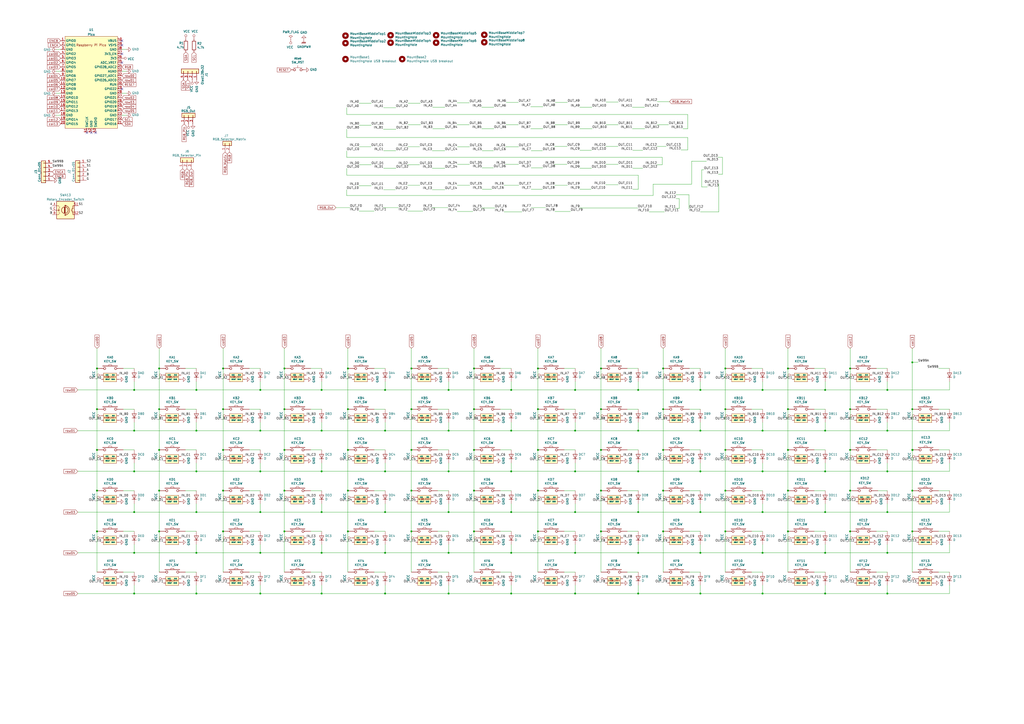
<source format=kicad_sch>
(kicad_sch (version 20211123) (generator eeschema)
  (paper "A2")
  (lib_symbols
    (symbol "KEY_SW_RGB_1" (pin_numbers hide) (pin_names (offset 1.016))
      (property "Reference" "KL" (at -3.81 2.794 0))
      (property "Value" "KEY_SW_RGB_1" (at -0.2032 -11.8364 0))
      (symbol "KEY_SW_RGB_1_0_1"
        (pin passive inverted (at -7.62 0 0) (length 5.08) (name "~") (number "1"))
        (pin passive inverted (at 7.62 0 180) (length 5.08) (name "~") (number "2"))
      )
      (symbol "KEY_SW_RGB_1_1_1"
        (text "SK6812mini" (at -0.0762 -4.953 0) (effects (font (size 0.7874 0.7874))))
        (pin power_in line (at -5.08 -3.81 0) (length 1.27) (name "VCC") (number "3"))
        (pin output line (at -5.08 -6.35 0) (length 1.27) (name "DOUT") (number "4"))
        (pin power_in line (at 5.08 -6.35 180) (length 1.27) (name "GND") (number "5"))
        (pin input line (at 5.08 -3.81 180) (length 1.27) (name "DIN") (number "6"))
      )
    )
    (symbol "KEY_SW_RGB_10" (pin_numbers hide) (pin_names (offset 1.016))
      (property "Reference" "KL" (at -3.81 2.794 0))
      (property "Value" "KEY_SW_RGB_10" (at -0.2032 -11.8364 0))
      (symbol "KEY_SW_RGB_10_0_1"
        (pin passive inverted (at -7.62 0 0) (length 5.08) (name "~") (number "1"))
        (pin passive inverted (at 7.62 0 180) (length 5.08) (name "~") (number "2"))
      )
      (symbol "KEY_SW_RGB_10_1_1"
        (text "SK6812mini" (at -0.0762 -4.953 0) (effects (font (size 0.7874 0.7874))))
        (pin power_in line (at -5.08 -3.81 0) (length 1.27) (name "VCC") (number "3"))
        (pin output line (at -5.08 -6.35 0) (length 1.27) (name "DOUT") (number "4"))
        (pin power_in line (at 5.08 -6.35 180) (length 1.27) (name "GND") (number "5"))
        (pin input line (at 5.08 -3.81 180) (length 1.27) (name "DIN") (number "6"))
      )
    )
    (symbol "KEY_SW_RGB_11" (pin_numbers hide) (pin_names (offset 1.016))
      (property "Reference" "KL" (at -3.81 2.794 0))
      (property "Value" "KEY_SW_RGB_11" (at -0.2032 -11.8364 0))
      (symbol "KEY_SW_RGB_11_0_1"
        (pin passive inverted (at -7.62 0 0) (length 5.08) (name "~") (number "1"))
        (pin passive inverted (at 7.62 0 180) (length 5.08) (name "~") (number "2"))
      )
      (symbol "KEY_SW_RGB_11_1_1"
        (text "SK6812mini" (at -0.0762 -4.953 0) (effects (font (size 0.7874 0.7874))))
        (pin power_in line (at -5.08 -3.81 0) (length 1.27) (name "VCC") (number "3"))
        (pin output line (at -5.08 -6.35 0) (length 1.27) (name "DOUT") (number "4"))
        (pin power_in line (at 5.08 -6.35 180) (length 1.27) (name "GND") (number "5"))
        (pin input line (at 5.08 -3.81 180) (length 1.27) (name "DIN") (number "6"))
      )
    )
    (symbol "KEY_SW_RGB_12" (pin_numbers hide) (pin_names (offset 1.016))
      (property "Reference" "KL" (at -3.81 2.794 0))
      (property "Value" "KEY_SW_RGB_12" (at -0.2032 -11.8364 0))
      (symbol "KEY_SW_RGB_12_0_1"
        (pin passive inverted (at -7.62 0 0) (length 5.08) (name "~") (number "1"))
        (pin passive inverted (at 7.62 0 180) (length 5.08) (name "~") (number "2"))
      )
      (symbol "KEY_SW_RGB_12_1_1"
        (text "SK6812mini" (at -0.0762 -4.953 0) (effects (font (size 0.7874 0.7874))))
        (pin power_in line (at -5.08 -3.81 0) (length 1.27) (name "VCC") (number "3"))
        (pin output line (at -5.08 -6.35 0) (length 1.27) (name "DOUT") (number "4"))
        (pin power_in line (at 5.08 -6.35 180) (length 1.27) (name "GND") (number "5"))
        (pin input line (at 5.08 -3.81 180) (length 1.27) (name "DIN") (number "6"))
      )
    )
    (symbol "KEY_SW_RGB_13" (pin_numbers hide) (pin_names (offset 1.016))
      (property "Reference" "KL" (at -3.81 2.794 0))
      (property "Value" "KEY_SW_RGB_13" (at -0.2032 -11.8364 0))
      (symbol "KEY_SW_RGB_13_0_1"
        (pin passive inverted (at -7.62 0 0) (length 5.08) (name "~") (number "1"))
        (pin passive inverted (at 7.62 0 180) (length 5.08) (name "~") (number "2"))
      )
      (symbol "KEY_SW_RGB_13_1_1"
        (text "SK6812mini" (at -0.0762 -4.953 0) (effects (font (size 0.7874 0.7874))))
        (pin power_in line (at -5.08 -3.81 0) (length 1.27) (name "VCC") (number "3"))
        (pin output line (at -5.08 -6.35 0) (length 1.27) (name "DOUT") (number "4"))
        (pin power_in line (at 5.08 -6.35 180) (length 1.27) (name "GND") (number "5"))
        (pin input line (at 5.08 -3.81 180) (length 1.27) (name "DIN") (number "6"))
      )
    )
    (symbol "KEY_SW_RGB_14" (pin_numbers hide) (pin_names (offset 1.016))
      (property "Reference" "KL" (at -3.81 2.794 0))
      (property "Value" "KEY_SW_RGB_14" (at -0.2032 -11.8364 0))
      (symbol "KEY_SW_RGB_14_0_1"
        (pin passive inverted (at -7.62 0 0) (length 5.08) (name "~") (number "1"))
        (pin passive inverted (at 7.62 0 180) (length 5.08) (name "~") (number "2"))
      )
      (symbol "KEY_SW_RGB_14_1_1"
        (text "SK6812mini" (at -0.0762 -4.953 0) (effects (font (size 0.7874 0.7874))))
        (pin power_in line (at -5.08 -3.81 0) (length 1.27) (name "VCC") (number "3"))
        (pin output line (at -5.08 -6.35 0) (length 1.27) (name "DOUT") (number "4"))
        (pin power_in line (at 5.08 -6.35 180) (length 1.27) (name "GND") (number "5"))
        (pin input line (at 5.08 -3.81 180) (length 1.27) (name "DIN") (number "6"))
      )
    )
    (symbol "KEY_SW_RGB_15" (pin_numbers hide) (pin_names (offset 1.016))
      (property "Reference" "KL" (at -3.81 2.794 0))
      (property "Value" "KEY_SW_RGB_15" (at -0.2032 -11.8364 0))
      (symbol "KEY_SW_RGB_15_0_1"
        (pin passive inverted (at -7.62 0 0) (length 5.08) (name "~") (number "1"))
        (pin passive inverted (at 7.62 0 180) (length 5.08) (name "~") (number "2"))
      )
      (symbol "KEY_SW_RGB_15_1_1"
        (text "SK6812mini" (at -0.0762 -4.953 0) (effects (font (size 0.7874 0.7874))))
        (pin power_in line (at -5.08 -3.81 0) (length 1.27) (name "VCC") (number "3"))
        (pin output line (at -5.08 -6.35 0) (length 1.27) (name "DOUT") (number "4"))
        (pin power_in line (at 5.08 -6.35 180) (length 1.27) (name "GND") (number "5"))
        (pin input line (at 5.08 -3.81 180) (length 1.27) (name "DIN") (number "6"))
      )
    )
    (symbol "KEY_SW_RGB_16" (pin_numbers hide) (pin_names (offset 1.016))
      (property "Reference" "KL" (at -3.81 2.794 0))
      (property "Value" "KEY_SW_RGB_16" (at -0.2032 -11.8364 0))
      (symbol "KEY_SW_RGB_16_0_1"
        (pin passive inverted (at -7.62 0 0) (length 5.08) (name "~") (number "1"))
        (pin passive inverted (at 7.62 0 180) (length 5.08) (name "~") (number "2"))
      )
      (symbol "KEY_SW_RGB_16_1_1"
        (text "SK6812mini" (at -0.0762 -4.953 0) (effects (font (size 0.7874 0.7874))))
        (pin power_in line (at -5.08 -3.81 0) (length 1.27) (name "VCC") (number "3"))
        (pin output line (at -5.08 -6.35 0) (length 1.27) (name "DOUT") (number "4"))
        (pin power_in line (at 5.08 -6.35 180) (length 1.27) (name "GND") (number "5"))
        (pin input line (at 5.08 -3.81 180) (length 1.27) (name "DIN") (number "6"))
      )
    )
    (symbol "KEY_SW_RGB_17" (pin_numbers hide) (pin_names (offset 1.016))
      (property "Reference" "KL" (at -3.81 2.794 0))
      (property "Value" "KEY_SW_RGB_17" (at -0.2032 -11.8364 0))
      (symbol "KEY_SW_RGB_17_0_1"
        (pin passive inverted (at -7.62 0 0) (length 5.08) (name "~") (number "1"))
        (pin passive inverted (at 7.62 0 180) (length 5.08) (name "~") (number "2"))
      )
      (symbol "KEY_SW_RGB_17_1_1"
        (text "SK6812mini" (at -0.0762 -4.953 0) (effects (font (size 0.7874 0.7874))))
        (pin power_in line (at -5.08 -3.81 0) (length 1.27) (name "VCC") (number "3"))
        (pin output line (at -5.08 -6.35 0) (length 1.27) (name "DOUT") (number "4"))
        (pin power_in line (at 5.08 -6.35 180) (length 1.27) (name "GND") (number "5"))
        (pin input line (at 5.08 -3.81 180) (length 1.27) (name "DIN") (number "6"))
      )
    )
    (symbol "KEY_SW_RGB_18" (pin_numbers hide) (pin_names (offset 1.016))
      (property "Reference" "KL" (at -3.81 2.794 0))
      (property "Value" "KEY_SW_RGB_18" (at -0.2032 -11.8364 0))
      (symbol "KEY_SW_RGB_18_0_1"
        (pin passive inverted (at -7.62 0 0) (length 5.08) (name "~") (number "1"))
        (pin passive inverted (at 7.62 0 180) (length 5.08) (name "~") (number "2"))
      )
      (symbol "KEY_SW_RGB_18_1_1"
        (text "SK6812mini" (at -0.0762 -4.953 0) (effects (font (size 0.7874 0.7874))))
        (pin power_in line (at -5.08 -3.81 0) (length 1.27) (name "VCC") (number "3"))
        (pin output line (at -5.08 -6.35 0) (length 1.27) (name "DOUT") (number "4"))
        (pin power_in line (at 5.08 -6.35 180) (length 1.27) (name "GND") (number "5"))
        (pin input line (at 5.08 -3.81 180) (length 1.27) (name "DIN") (number "6"))
      )
    )
    (symbol "KEY_SW_RGB_19" (pin_numbers hide) (pin_names (offset 1.016))
      (property "Reference" "KL" (at -3.81 2.794 0))
      (property "Value" "KEY_SW_RGB_19" (at -0.2032 -11.8364 0))
      (symbol "KEY_SW_RGB_19_0_1"
        (pin passive inverted (at -7.62 0 0) (length 5.08) (name "~") (number "1"))
        (pin passive inverted (at 7.62 0 180) (length 5.08) (name "~") (number "2"))
      )
      (symbol "KEY_SW_RGB_19_1_1"
        (text "SK6812mini" (at -0.0762 -4.953 0) (effects (font (size 0.7874 0.7874))))
        (pin power_in line (at -5.08 -3.81 0) (length 1.27) (name "VCC") (number "3"))
        (pin output line (at -5.08 -6.35 0) (length 1.27) (name "DOUT") (number "4"))
        (pin power_in line (at 5.08 -6.35 180) (length 1.27) (name "GND") (number "5"))
        (pin input line (at 5.08 -3.81 180) (length 1.27) (name "DIN") (number "6"))
      )
    )
    (symbol "KEY_SW_RGB_2" (pin_numbers hide) (pin_names (offset 1.016))
      (property "Reference" "KL" (at -3.81 2.794 0))
      (property "Value" "KEY_SW_RGB_2" (at -0.2032 -11.8364 0))
      (symbol "KEY_SW_RGB_2_0_1"
        (pin passive inverted (at -7.62 0 0) (length 5.08) (name "~") (number "1"))
        (pin passive inverted (at 7.62 0 180) (length 5.08) (name "~") (number "2"))
      )
      (symbol "KEY_SW_RGB_2_1_1"
        (text "SK6812mini" (at -0.0762 -4.953 0) (effects (font (size 0.7874 0.7874))))
        (pin power_in line (at -5.08 -3.81 0) (length 1.27) (name "VCC") (number "3"))
        (pin output line (at -5.08 -6.35 0) (length 1.27) (name "DOUT") (number "4"))
        (pin power_in line (at 5.08 -6.35 180) (length 1.27) (name "GND") (number "5"))
        (pin input line (at 5.08 -3.81 180) (length 1.27) (name "DIN") (number "6"))
      )
    )
    (symbol "KEY_SW_RGB_20" (pin_numbers hide) (pin_names (offset 1.016))
      (property "Reference" "KL" (at -3.81 2.794 0))
      (property "Value" "KEY_SW_RGB_20" (at -0.2032 -11.8364 0))
      (symbol "KEY_SW_RGB_20_0_1"
        (pin passive inverted (at -7.62 0 0) (length 5.08) (name "~") (number "1"))
        (pin passive inverted (at 7.62 0 180) (length 5.08) (name "~") (number "2"))
      )
      (symbol "KEY_SW_RGB_20_1_1"
        (text "SK6812mini" (at -0.0762 -4.953 0) (effects (font (size 0.7874 0.7874))))
        (pin power_in line (at -5.08 -3.81 0) (length 1.27) (name "VCC") (number "3"))
        (pin output line (at -5.08 -6.35 0) (length 1.27) (name "DOUT") (number "4"))
        (pin power_in line (at 5.08 -6.35 180) (length 1.27) (name "GND") (number "5"))
        (pin input line (at 5.08 -3.81 180) (length 1.27) (name "DIN") (number "6"))
      )
    )
    (symbol "KEY_SW_RGB_21" (pin_numbers hide) (pin_names (offset 1.016))
      (property "Reference" "KL" (at -3.81 2.794 0))
      (property "Value" "KEY_SW_RGB_21" (at -0.2032 -11.8364 0))
      (symbol "KEY_SW_RGB_21_0_1"
        (pin passive inverted (at -7.62 0 0) (length 5.08) (name "~") (number "1"))
        (pin passive inverted (at 7.62 0 180) (length 5.08) (name "~") (number "2"))
      )
      (symbol "KEY_SW_RGB_21_1_1"
        (text "SK6812mini" (at -0.0762 -4.953 0) (effects (font (size 0.7874 0.7874))))
        (pin power_in line (at -5.08 -3.81 0) (length 1.27) (name "VCC") (number "3"))
        (pin output line (at -5.08 -6.35 0) (length 1.27) (name "DOUT") (number "4"))
        (pin power_in line (at 5.08 -6.35 180) (length 1.27) (name "GND") (number "5"))
        (pin input line (at 5.08 -3.81 180) (length 1.27) (name "DIN") (number "6"))
      )
    )
    (symbol "KEY_SW_RGB_22" (pin_numbers hide) (pin_names (offset 1.016))
      (property "Reference" "KL" (at -3.81 2.794 0))
      (property "Value" "KEY_SW_RGB_22" (at -0.2032 -11.8364 0))
      (symbol "KEY_SW_RGB_22_0_1"
        (pin passive inverted (at -7.62 0 0) (length 5.08) (name "~") (number "1"))
        (pin passive inverted (at 7.62 0 180) (length 5.08) (name "~") (number "2"))
      )
      (symbol "KEY_SW_RGB_22_1_1"
        (text "SK6812mini" (at -0.0762 -4.953 0) (effects (font (size 0.7874 0.7874))))
        (pin power_in line (at -5.08 -3.81 0) (length 1.27) (name "VCC") (number "3"))
        (pin output line (at -5.08 -6.35 0) (length 1.27) (name "DOUT") (number "4"))
        (pin power_in line (at 5.08 -6.35 180) (length 1.27) (name "GND") (number "5"))
        (pin input line (at 5.08 -3.81 180) (length 1.27) (name "DIN") (number "6"))
      )
    )
    (symbol "KEY_SW_RGB_23" (pin_numbers hide) (pin_names (offset 1.016))
      (property "Reference" "KL" (at -3.81 2.794 0))
      (property "Value" "KEY_SW_RGB_23" (at -0.2032 -11.8364 0))
      (symbol "KEY_SW_RGB_23_0_1"
        (pin passive inverted (at -7.62 0 0) (length 5.08) (name "~") (number "1"))
        (pin passive inverted (at 7.62 0 180) (length 5.08) (name "~") (number "2"))
      )
      (symbol "KEY_SW_RGB_23_1_1"
        (text "SK6812mini" (at -0.0762 -4.953 0) (effects (font (size 0.7874 0.7874))))
        (pin power_in line (at -5.08 -3.81 0) (length 1.27) (name "VCC") (number "3"))
        (pin output line (at -5.08 -6.35 0) (length 1.27) (name "DOUT") (number "4"))
        (pin power_in line (at 5.08 -6.35 180) (length 1.27) (name "GND") (number "5"))
        (pin input line (at 5.08 -3.81 180) (length 1.27) (name "DIN") (number "6"))
      )
    )
    (symbol "KEY_SW_RGB_24" (pin_numbers hide) (pin_names (offset 1.016))
      (property "Reference" "KL" (at -3.81 2.794 0))
      (property "Value" "KEY_SW_RGB_24" (at -0.2032 -11.8364 0))
      (symbol "KEY_SW_RGB_24_0_1"
        (pin passive inverted (at -7.62 0 0) (length 5.08) (name "~") (number "1"))
        (pin passive inverted (at 7.62 0 180) (length 5.08) (name "~") (number "2"))
      )
      (symbol "KEY_SW_RGB_24_1_1"
        (text "SK6812mini" (at -0.0762 -4.953 0) (effects (font (size 0.7874 0.7874))))
        (pin power_in line (at -5.08 -3.81 0) (length 1.27) (name "VCC") (number "3"))
        (pin output line (at -5.08 -6.35 0) (length 1.27) (name "DOUT") (number "4"))
        (pin power_in line (at 5.08 -6.35 180) (length 1.27) (name "GND") (number "5"))
        (pin input line (at 5.08 -3.81 180) (length 1.27) (name "DIN") (number "6"))
      )
    )
    (symbol "KEY_SW_RGB_25" (pin_numbers hide) (pin_names (offset 1.016))
      (property "Reference" "KL" (at -3.81 2.794 0))
      (property "Value" "KEY_SW_RGB_25" (at -0.2032 -11.8364 0))
      (symbol "KEY_SW_RGB_25_0_1"
        (pin passive inverted (at -7.62 0 0) (length 5.08) (name "~") (number "1"))
        (pin passive inverted (at 7.62 0 180) (length 5.08) (name "~") (number "2"))
      )
      (symbol "KEY_SW_RGB_25_1_1"
        (text "SK6812mini" (at -0.0762 -4.953 0) (effects (font (size 0.7874 0.7874))))
        (pin power_in line (at -5.08 -3.81 0) (length 1.27) (name "VCC") (number "3"))
        (pin output line (at -5.08 -6.35 0) (length 1.27) (name "DOUT") (number "4"))
        (pin power_in line (at 5.08 -6.35 180) (length 1.27) (name "GND") (number "5"))
        (pin input line (at 5.08 -3.81 180) (length 1.27) (name "DIN") (number "6"))
      )
    )
    (symbol "KEY_SW_RGB_26" (pin_numbers hide) (pin_names (offset 1.016))
      (property "Reference" "KL" (at -3.81 2.794 0))
      (property "Value" "KEY_SW_RGB_26" (at -0.2032 -11.8364 0))
      (symbol "KEY_SW_RGB_26_0_1"
        (pin passive inverted (at -7.62 0 0) (length 5.08) (name "~") (number "1"))
        (pin passive inverted (at 7.62 0 180) (length 5.08) (name "~") (number "2"))
      )
      (symbol "KEY_SW_RGB_26_1_1"
        (text "SK6812mini" (at -0.0762 -4.953 0) (effects (font (size 0.7874 0.7874))))
        (pin power_in line (at -5.08 -3.81 0) (length 1.27) (name "VCC") (number "3"))
        (pin output line (at -5.08 -6.35 0) (length 1.27) (name "DOUT") (number "4"))
        (pin power_in line (at 5.08 -6.35 180) (length 1.27) (name "GND") (number "5"))
        (pin input line (at 5.08 -3.81 180) (length 1.27) (name "DIN") (number "6"))
      )
    )
    (symbol "KEY_SW_RGB_27" (pin_numbers hide) (pin_names (offset 1.016))
      (property "Reference" "KL" (at -3.81 2.794 0))
      (property "Value" "KEY_SW_RGB_27" (at -0.2032 -11.8364 0))
      (symbol "KEY_SW_RGB_27_0_1"
        (pin passive inverted (at -7.62 0 0) (length 5.08) (name "~") (number "1"))
        (pin passive inverted (at 7.62 0 180) (length 5.08) (name "~") (number "2"))
      )
      (symbol "KEY_SW_RGB_27_1_1"
        (text "SK6812mini" (at -0.0762 -4.953 0) (effects (font (size 0.7874 0.7874))))
        (pin power_in line (at -5.08 -3.81 0) (length 1.27) (name "VCC") (number "3"))
        (pin output line (at -5.08 -6.35 0) (length 1.27) (name "DOUT") (number "4"))
        (pin power_in line (at 5.08 -6.35 180) (length 1.27) (name "GND") (number "5"))
        (pin input line (at 5.08 -3.81 180) (length 1.27) (name "DIN") (number "6"))
      )
    )
    (symbol "KEY_SW_RGB_28" (pin_numbers hide) (pin_names (offset 1.016))
      (property "Reference" "KL" (at -3.81 2.794 0))
      (property "Value" "KEY_SW_RGB_28" (at -0.2032 -11.8364 0))
      (symbol "KEY_SW_RGB_28_0_1"
        (pin passive inverted (at -7.62 0 0) (length 5.08) (name "~") (number "1"))
        (pin passive inverted (at 7.62 0 180) (length 5.08) (name "~") (number "2"))
      )
      (symbol "KEY_SW_RGB_28_1_1"
        (text "SK6812mini" (at -0.0762 -4.953 0) (effects (font (size 0.7874 0.7874))))
        (pin power_in line (at -5.08 -3.81 0) (length 1.27) (name "VCC") (number "3"))
        (pin output line (at -5.08 -6.35 0) (length 1.27) (name "DOUT") (number "4"))
        (pin power_in line (at 5.08 -6.35 180) (length 1.27) (name "GND") (number "5"))
        (pin input line (at 5.08 -3.81 180) (length 1.27) (name "DIN") (number "6"))
      )
    )
    (symbol "KEY_SW_RGB_29" (pin_numbers hide) (pin_names (offset 1.016))
      (property "Reference" "KL" (at -3.81 2.794 0))
      (property "Value" "KEY_SW_RGB_29" (at -0.2032 -11.8364 0))
      (symbol "KEY_SW_RGB_29_0_1"
        (pin passive inverted (at -7.62 0 0) (length 5.08) (name "~") (number "1"))
        (pin passive inverted (at 7.62 0 180) (length 5.08) (name "~") (number "2"))
      )
      (symbol "KEY_SW_RGB_29_1_1"
        (text "SK6812mini" (at -0.0762 -4.953 0) (effects (font (size 0.7874 0.7874))))
        (pin power_in line (at -5.08 -3.81 0) (length 1.27) (name "VCC") (number "3"))
        (pin output line (at -5.08 -6.35 0) (length 1.27) (name "DOUT") (number "4"))
        (pin power_in line (at 5.08 -6.35 180) (length 1.27) (name "GND") (number "5"))
        (pin input line (at 5.08 -3.81 180) (length 1.27) (name "DIN") (number "6"))
      )
    )
    (symbol "KEY_SW_RGB_3" (pin_numbers hide) (pin_names (offset 1.016))
      (property "Reference" "KL" (at -3.81 2.794 0))
      (property "Value" "KEY_SW_RGB_3" (at -0.2032 -11.8364 0))
      (symbol "KEY_SW_RGB_3_0_1"
        (pin passive inverted (at -7.62 0 0) (length 5.08) (name "~") (number "1"))
        (pin passive inverted (at 7.62 0 180) (length 5.08) (name "~") (number "2"))
      )
      (symbol "KEY_SW_RGB_3_1_1"
        (text "SK6812mini" (at -0.0762 -4.953 0) (effects (font (size 0.7874 0.7874))))
        (pin power_in line (at -5.08 -3.81 0) (length 1.27) (name "VCC") (number "3"))
        (pin output line (at -5.08 -6.35 0) (length 1.27) (name "DOUT") (number "4"))
        (pin power_in line (at 5.08 -6.35 180) (length 1.27) (name "GND") (number "5"))
        (pin input line (at 5.08 -3.81 180) (length 1.27) (name "DIN") (number "6"))
      )
    )
    (symbol "KEY_SW_RGB_30" (pin_numbers hide) (pin_names (offset 1.016))
      (property "Reference" "KL" (at -3.81 2.794 0))
      (property "Value" "KEY_SW_RGB_30" (at -0.2032 -11.8364 0))
      (symbol "KEY_SW_RGB_30_0_1"
        (pin passive inverted (at -7.62 0 0) (length 5.08) (name "~") (number "1"))
        (pin passive inverted (at 7.62 0 180) (length 5.08) (name "~") (number "2"))
      )
      (symbol "KEY_SW_RGB_30_1_1"
        (text "SK6812mini" (at -0.0762 -4.953 0) (effects (font (size 0.7874 0.7874))))
        (pin power_in line (at -5.08 -3.81 0) (length 1.27) (name "VCC") (number "3"))
        (pin output line (at -5.08 -6.35 0) (length 1.27) (name "DOUT") (number "4"))
        (pin power_in line (at 5.08 -6.35 180) (length 1.27) (name "GND") (number "5"))
        (pin input line (at 5.08 -3.81 180) (length 1.27) (name "DIN") (number "6"))
      )
    )
    (symbol "KEY_SW_RGB_31" (pin_numbers hide) (pin_names (offset 1.016))
      (property "Reference" "KL" (at -3.81 2.794 0))
      (property "Value" "KEY_SW_RGB_31" (at -0.2032 -11.8364 0))
      (symbol "KEY_SW_RGB_31_0_1"
        (pin passive inverted (at -7.62 0 0) (length 5.08) (name "~") (number "1"))
        (pin passive inverted (at 7.62 0 180) (length 5.08) (name "~") (number "2"))
      )
      (symbol "KEY_SW_RGB_31_1_1"
        (text "SK6812mini" (at -0.0762 -4.953 0) (effects (font (size 0.7874 0.7874))))
        (pin power_in line (at -5.08 -3.81 0) (length 1.27) (name "VCC") (number "3"))
        (pin output line (at -5.08 -6.35 0) (length 1.27) (name "DOUT") (number "4"))
        (pin power_in line (at 5.08 -6.35 180) (length 1.27) (name "GND") (number "5"))
        (pin input line (at 5.08 -3.81 180) (length 1.27) (name "DIN") (number "6"))
      )
    )
    (symbol "KEY_SW_RGB_32" (pin_numbers hide) (pin_names (offset 1.016))
      (property "Reference" "KL" (at -3.81 2.794 0))
      (property "Value" "KEY_SW_RGB_32" (at -0.2032 -11.8364 0))
      (symbol "KEY_SW_RGB_32_0_1"
        (pin passive inverted (at -7.62 0 0) (length 5.08) (name "~") (number "1"))
        (pin passive inverted (at 7.62 0 180) (length 5.08) (name "~") (number "2"))
      )
      (symbol "KEY_SW_RGB_32_1_1"
        (text "SK6812mini" (at -0.0762 -4.953 0) (effects (font (size 0.7874 0.7874))))
        (pin power_in line (at -5.08 -3.81 0) (length 1.27) (name "VCC") (number "3"))
        (pin output line (at -5.08 -6.35 0) (length 1.27) (name "DOUT") (number "4"))
        (pin power_in line (at 5.08 -6.35 180) (length 1.27) (name "GND") (number "5"))
        (pin input line (at 5.08 -3.81 180) (length 1.27) (name "DIN") (number "6"))
      )
    )
    (symbol "KEY_SW_RGB_33" (pin_numbers hide) (pin_names (offset 1.016))
      (property "Reference" "KL" (at -3.81 2.794 0))
      (property "Value" "KEY_SW_RGB_33" (at -0.2032 -11.8364 0))
      (symbol "KEY_SW_RGB_33_0_1"
        (pin passive inverted (at -7.62 0 0) (length 5.08) (name "~") (number "1"))
        (pin passive inverted (at 7.62 0 180) (length 5.08) (name "~") (number "2"))
      )
      (symbol "KEY_SW_RGB_33_1_1"
        (text "SK6812mini" (at -0.0762 -4.953 0) (effects (font (size 0.7874 0.7874))))
        (pin power_in line (at -5.08 -3.81 0) (length 1.27) (name "VCC") (number "3"))
        (pin output line (at -5.08 -6.35 0) (length 1.27) (name "DOUT") (number "4"))
        (pin power_in line (at 5.08 -6.35 180) (length 1.27) (name "GND") (number "5"))
        (pin input line (at 5.08 -3.81 180) (length 1.27) (name "DIN") (number "6"))
      )
    )
    (symbol "KEY_SW_RGB_34" (pin_numbers hide) (pin_names (offset 1.016))
      (property "Reference" "KL" (at -3.81 2.794 0))
      (property "Value" "KEY_SW_RGB_34" (at -0.2032 -11.8364 0))
      (symbol "KEY_SW_RGB_34_0_1"
        (pin passive inverted (at -7.62 0 0) (length 5.08) (name "~") (number "1"))
        (pin passive inverted (at 7.62 0 180) (length 5.08) (name "~") (number "2"))
      )
      (symbol "KEY_SW_RGB_34_1_1"
        (text "SK6812mini" (at -0.0762 -4.953 0) (effects (font (size 0.7874 0.7874))))
        (pin power_in line (at -5.08 -3.81 0) (length 1.27) (name "VCC") (number "3"))
        (pin output line (at -5.08 -6.35 0) (length 1.27) (name "DOUT") (number "4"))
        (pin power_in line (at 5.08 -6.35 180) (length 1.27) (name "GND") (number "5"))
        (pin input line (at 5.08 -3.81 180) (length 1.27) (name "DIN") (number "6"))
      )
    )
    (symbol "KEY_SW_RGB_35" (pin_numbers hide) (pin_names (offset 1.016))
      (property "Reference" "KL" (at -3.81 2.794 0))
      (property "Value" "KEY_SW_RGB_35" (at -0.2032 -11.8364 0))
      (symbol "KEY_SW_RGB_35_0_1"
        (pin passive inverted (at -7.62 0 0) (length 5.08) (name "~") (number "1"))
        (pin passive inverted (at 7.62 0 180) (length 5.08) (name "~") (number "2"))
      )
      (symbol "KEY_SW_RGB_35_1_1"
        (text "SK6812mini" (at -0.0762 -4.953 0) (effects (font (size 0.7874 0.7874))))
        (pin power_in line (at -5.08 -3.81 0) (length 1.27) (name "VCC") (number "3"))
        (pin output line (at -5.08 -6.35 0) (length 1.27) (name "DOUT") (number "4"))
        (pin power_in line (at 5.08 -6.35 180) (length 1.27) (name "GND") (number "5"))
        (pin input line (at 5.08 -3.81 180) (length 1.27) (name "DIN") (number "6"))
      )
    )
    (symbol "KEY_SW_RGB_36" (pin_numbers hide) (pin_names (offset 1.016))
      (property "Reference" "KL" (at -3.81 2.794 0))
      (property "Value" "KEY_SW_RGB_36" (at -0.2032 -11.8364 0))
      (symbol "KEY_SW_RGB_36_0_1"
        (pin passive inverted (at -7.62 0 0) (length 5.08) (name "~") (number "1"))
        (pin passive inverted (at 7.62 0 180) (length 5.08) (name "~") (number "2"))
      )
      (symbol "KEY_SW_RGB_36_1_1"
        (text "SK6812mini" (at -0.0762 -4.953 0) (effects (font (size 0.7874 0.7874))))
        (pin power_in line (at -5.08 -3.81 0) (length 1.27) (name "VCC") (number "3"))
        (pin output line (at -5.08 -6.35 0) (length 1.27) (name "DOUT") (number "4"))
        (pin power_in line (at 5.08 -6.35 180) (length 1.27) (name "GND") (number "5"))
        (pin input line (at 5.08 -3.81 180) (length 1.27) (name "DIN") (number "6"))
      )
    )
    (symbol "KEY_SW_RGB_37" (pin_numbers hide) (pin_names (offset 1.016))
      (property "Reference" "KL" (at -3.81 2.794 0))
      (property "Value" "KEY_SW_RGB_37" (at -0.2032 -11.8364 0))
      (symbol "KEY_SW_RGB_37_0_1"
        (pin passive inverted (at -7.62 0 0) (length 5.08) (name "~") (number "1"))
        (pin passive inverted (at 7.62 0 180) (length 5.08) (name "~") (number "2"))
      )
      (symbol "KEY_SW_RGB_37_1_1"
        (text "SK6812mini" (at -0.0762 -4.953 0) (effects (font (size 0.7874 0.7874))))
        (pin power_in line (at -5.08 -3.81 0) (length 1.27) (name "VCC") (number "3"))
        (pin output line (at -5.08 -6.35 0) (length 1.27) (name "DOUT") (number "4"))
        (pin power_in line (at 5.08 -6.35 180) (length 1.27) (name "GND") (number "5"))
        (pin input line (at 5.08 -3.81 180) (length 1.27) (name "DIN") (number "6"))
      )
    )
    (symbol "KEY_SW_RGB_38" (pin_numbers hide) (pin_names (offset 1.016))
      (property "Reference" "KL" (at -3.81 2.794 0))
      (property "Value" "KEY_SW_RGB_38" (at -0.2032 -11.8364 0))
      (symbol "KEY_SW_RGB_38_0_1"
        (pin passive inverted (at -7.62 0 0) (length 5.08) (name "~") (number "1"))
        (pin passive inverted (at 7.62 0 180) (length 5.08) (name "~") (number "2"))
      )
      (symbol "KEY_SW_RGB_38_1_1"
        (text "SK6812mini" (at -0.0762 -4.953 0) (effects (font (size 0.7874 0.7874))))
        (pin power_in line (at -5.08 -3.81 0) (length 1.27) (name "VCC") (number "3"))
        (pin output line (at -5.08 -6.35 0) (length 1.27) (name "DOUT") (number "4"))
        (pin power_in line (at 5.08 -6.35 180) (length 1.27) (name "GND") (number "5"))
        (pin input line (at 5.08 -3.81 180) (length 1.27) (name "DIN") (number "6"))
      )
    )
    (symbol "KEY_SW_RGB_39" (pin_numbers hide) (pin_names (offset 1.016))
      (property "Reference" "KL" (at -3.81 2.794 0))
      (property "Value" "KEY_SW_RGB_39" (at -0.2032 -11.8364 0))
      (symbol "KEY_SW_RGB_39_0_1"
        (pin passive inverted (at -7.62 0 0) (length 5.08) (name "~") (number "1"))
        (pin passive inverted (at 7.62 0 180) (length 5.08) (name "~") (number "2"))
      )
      (symbol "KEY_SW_RGB_39_1_1"
        (text "SK6812mini" (at -0.0762 -4.953 0) (effects (font (size 0.7874 0.7874))))
        (pin power_in line (at -5.08 -3.81 0) (length 1.27) (name "VCC") (number "3"))
        (pin output line (at -5.08 -6.35 0) (length 1.27) (name "DOUT") (number "4"))
        (pin power_in line (at 5.08 -6.35 180) (length 1.27) (name "GND") (number "5"))
        (pin input line (at 5.08 -3.81 180) (length 1.27) (name "DIN") (number "6"))
      )
    )
    (symbol "KEY_SW_RGB_4" (pin_numbers hide) (pin_names (offset 1.016))
      (property "Reference" "KL" (at -3.81 2.794 0))
      (property "Value" "KEY_SW_RGB_4" (at -0.2032 -11.8364 0))
      (symbol "KEY_SW_RGB_4_0_1"
        (pin passive inverted (at -7.62 0 0) (length 5.08) (name "~") (number "1"))
        (pin passive inverted (at 7.62 0 180) (length 5.08) (name "~") (number "2"))
      )
      (symbol "KEY_SW_RGB_4_1_1"
        (text "SK6812mini" (at -0.0762 -4.953 0) (effects (font (size 0.7874 0.7874))))
        (pin power_in line (at -5.08 -3.81 0) (length 1.27) (name "VCC") (number "3"))
        (pin output line (at -5.08 -6.35 0) (length 1.27) (name "DOUT") (number "4"))
        (pin power_in line (at 5.08 -6.35 180) (length 1.27) (name "GND") (number "5"))
        (pin input line (at 5.08 -3.81 180) (length 1.27) (name "DIN") (number "6"))
      )
    )
    (symbol "KEY_SW_RGB_40" (pin_numbers hide) (pin_names (offset 1.016))
      (property "Reference" "KL" (at -3.81 2.794 0))
      (property "Value" "KEY_SW_RGB_40" (at -0.2032 -11.8364 0))
      (symbol "KEY_SW_RGB_40_0_1"
        (pin passive inverted (at -7.62 0 0) (length 5.08) (name "~") (number "1"))
        (pin passive inverted (at 7.62 0 180) (length 5.08) (name "~") (number "2"))
      )
      (symbol "KEY_SW_RGB_40_1_1"
        (text "SK6812mini" (at -0.0762 -4.953 0) (effects (font (size 0.7874 0.7874))))
        (pin power_in line (at -5.08 -3.81 0) (length 1.27) (name "VCC") (number "3"))
        (pin output line (at -5.08 -6.35 0) (length 1.27) (name "DOUT") (number "4"))
        (pin power_in line (at 5.08 -6.35 180) (length 1.27) (name "GND") (number "5"))
        (pin input line (at 5.08 -3.81 180) (length 1.27) (name "DIN") (number "6"))
      )
    )
    (symbol "KEY_SW_RGB_41" (pin_numbers hide) (pin_names (offset 1.016))
      (property "Reference" "KL" (at -3.81 2.794 0))
      (property "Value" "KEY_SW_RGB_41" (at -0.2032 -11.8364 0))
      (symbol "KEY_SW_RGB_41_0_1"
        (pin passive inverted (at -7.62 0 0) (length 5.08) (name "~") (number "1"))
        (pin passive inverted (at 7.62 0 180) (length 5.08) (name "~") (number "2"))
      )
      (symbol "KEY_SW_RGB_41_1_1"
        (text "SK6812mini" (at -0.0762 -4.953 0) (effects (font (size 0.7874 0.7874))))
        (pin power_in line (at -5.08 -3.81 0) (length 1.27) (name "VCC") (number "3"))
        (pin output line (at -5.08 -6.35 0) (length 1.27) (name "DOUT") (number "4"))
        (pin power_in line (at 5.08 -6.35 180) (length 1.27) (name "GND") (number "5"))
        (pin input line (at 5.08 -3.81 180) (length 1.27) (name "DIN") (number "6"))
      )
    )
    (symbol "KEY_SW_RGB_42" (pin_numbers hide) (pin_names (offset 1.016))
      (property "Reference" "KL" (at -3.81 2.794 0))
      (property "Value" "KEY_SW_RGB_42" (at -0.2032 -11.8364 0))
      (symbol "KEY_SW_RGB_42_0_1"
        (pin passive inverted (at -7.62 0 0) (length 5.08) (name "~") (number "1"))
        (pin passive inverted (at 7.62 0 180) (length 5.08) (name "~") (number "2"))
      )
      (symbol "KEY_SW_RGB_42_1_1"
        (text "SK6812mini" (at -0.0762 -4.953 0) (effects (font (size 0.7874 0.7874))))
        (pin power_in line (at -5.08 -3.81 0) (length 1.27) (name "VCC") (number "3"))
        (pin output line (at -5.08 -6.35 0) (length 1.27) (name "DOUT") (number "4"))
        (pin power_in line (at 5.08 -6.35 180) (length 1.27) (name "GND") (number "5"))
        (pin input line (at 5.08 -3.81 180) (length 1.27) (name "DIN") (number "6"))
      )
    )
    (symbol "KEY_SW_RGB_43" (pin_numbers hide) (pin_names (offset 1.016))
      (property "Reference" "KL" (at -3.81 2.794 0))
      (property "Value" "KEY_SW_RGB_43" (at -0.2032 -11.8364 0))
      (symbol "KEY_SW_RGB_43_0_1"
        (pin passive inverted (at -7.62 0 0) (length 5.08) (name "~") (number "1"))
        (pin passive inverted (at 7.62 0 180) (length 5.08) (name "~") (number "2"))
      )
      (symbol "KEY_SW_RGB_43_1_1"
        (text "SK6812mini" (at -0.0762 -4.953 0) (effects (font (size 0.7874 0.7874))))
        (pin power_in line (at -5.08 -3.81 0) (length 1.27) (name "VCC") (number "3"))
        (pin output line (at -5.08 -6.35 0) (length 1.27) (name "DOUT") (number "4"))
        (pin power_in line (at 5.08 -6.35 180) (length 1.27) (name "GND") (number "5"))
        (pin input line (at 5.08 -3.81 180) (length 1.27) (name "DIN") (number "6"))
      )
    )
    (symbol "KEY_SW_RGB_44" (pin_numbers hide) (pin_names (offset 1.016))
      (property "Reference" "KL" (at -3.81 2.794 0))
      (property "Value" "KEY_SW_RGB_44" (at -0.2032 -11.8364 0))
      (symbol "KEY_SW_RGB_44_0_1"
        (pin passive inverted (at -7.62 0 0) (length 5.08) (name "~") (number "1"))
        (pin passive inverted (at 7.62 0 180) (length 5.08) (name "~") (number "2"))
      )
      (symbol "KEY_SW_RGB_44_1_1"
        (text "SK6812mini" (at -0.0762 -4.953 0) (effects (font (size 0.7874 0.7874))))
        (pin power_in line (at -5.08 -3.81 0) (length 1.27) (name "VCC") (number "3"))
        (pin output line (at -5.08 -6.35 0) (length 1.27) (name "DOUT") (number "4"))
        (pin power_in line (at 5.08 -6.35 180) (length 1.27) (name "GND") (number "5"))
        (pin input line (at 5.08 -3.81 180) (length 1.27) (name "DIN") (number "6"))
      )
    )
    (symbol "KEY_SW_RGB_45" (pin_numbers hide) (pin_names (offset 1.016))
      (property "Reference" "KL" (at -3.81 2.794 0))
      (property "Value" "KEY_SW_RGB_45" (at -0.2032 -11.8364 0))
      (symbol "KEY_SW_RGB_45_0_1"
        (pin passive inverted (at -7.62 0 0) (length 5.08) (name "~") (number "1"))
        (pin passive inverted (at 7.62 0 180) (length 5.08) (name "~") (number "2"))
      )
      (symbol "KEY_SW_RGB_45_1_1"
        (text "SK6812mini" (at -0.0762 -4.953 0) (effects (font (size 0.7874 0.7874))))
        (pin power_in line (at -5.08 -3.81 0) (length 1.27) (name "VCC") (number "3"))
        (pin output line (at -5.08 -6.35 0) (length 1.27) (name "DOUT") (number "4"))
        (pin power_in line (at 5.08 -6.35 180) (length 1.27) (name "GND") (number "5"))
        (pin input line (at 5.08 -3.81 180) (length 1.27) (name "DIN") (number "6"))
      )
    )
    (symbol "KEY_SW_RGB_46" (pin_numbers hide) (pin_names (offset 1.016))
      (property "Reference" "KL" (at -3.81 2.794 0))
      (property "Value" "KEY_SW_RGB_46" (at -0.2032 -11.8364 0))
      (symbol "KEY_SW_RGB_46_0_1"
        (pin passive inverted (at -7.62 0 0) (length 5.08) (name "~") (number "1"))
        (pin passive inverted (at 7.62 0 180) (length 5.08) (name "~") (number "2"))
      )
      (symbol "KEY_SW_RGB_46_1_1"
        (text "SK6812mini" (at -0.0762 -4.953 0) (effects (font (size 0.7874 0.7874))))
        (pin power_in line (at -5.08 -3.81 0) (length 1.27) (name "VCC") (number "3"))
        (pin output line (at -5.08 -6.35 0) (length 1.27) (name "DOUT") (number "4"))
        (pin power_in line (at 5.08 -6.35 180) (length 1.27) (name "GND") (number "5"))
        (pin input line (at 5.08 -3.81 180) (length 1.27) (name "DIN") (number "6"))
      )
    )
    (symbol "KEY_SW_RGB_47" (pin_numbers hide) (pin_names (offset 1.016))
      (property "Reference" "KL" (at -3.81 2.794 0))
      (property "Value" "KEY_SW_RGB_47" (at -0.2032 -11.8364 0))
      (symbol "KEY_SW_RGB_47_0_1"
        (pin passive inverted (at -7.62 0 0) (length 5.08) (name "~") (number "1"))
        (pin passive inverted (at 7.62 0 180) (length 5.08) (name "~") (number "2"))
      )
      (symbol "KEY_SW_RGB_47_1_1"
        (text "SK6812mini" (at -0.0762 -4.953 0) (effects (font (size 0.7874 0.7874))))
        (pin power_in line (at -5.08 -3.81 0) (length 1.27) (name "VCC") (number "3"))
        (pin output line (at -5.08 -6.35 0) (length 1.27) (name "DOUT") (number "4"))
        (pin power_in line (at 5.08 -6.35 180) (length 1.27) (name "GND") (number "5"))
        (pin input line (at 5.08 -3.81 180) (length 1.27) (name "DIN") (number "6"))
      )
    )
    (symbol "KEY_SW_RGB_48" (pin_numbers hide) (pin_names (offset 1.016))
      (property "Reference" "KL" (at -3.81 2.794 0))
      (property "Value" "KEY_SW_RGB_48" (at -0.2032 -11.8364 0))
      (symbol "KEY_SW_RGB_48_0_1"
        (pin passive inverted (at -7.62 0 0) (length 5.08) (name "~") (number "1"))
        (pin passive inverted (at 7.62 0 180) (length 5.08) (name "~") (number "2"))
      )
      (symbol "KEY_SW_RGB_48_1_1"
        (text "SK6812mini" (at -0.0762 -4.953 0) (effects (font (size 0.7874 0.7874))))
        (pin power_in line (at -5.08 -3.81 0) (length 1.27) (name "VCC") (number "3"))
        (pin output line (at -5.08 -6.35 0) (length 1.27) (name "DOUT") (number "4"))
        (pin power_in line (at 5.08 -6.35 180) (length 1.27) (name "GND") (number "5"))
        (pin input line (at 5.08 -3.81 180) (length 1.27) (name "DIN") (number "6"))
      )
    )
    (symbol "KEY_SW_RGB_49" (pin_numbers hide) (pin_names (offset 1.016))
      (property "Reference" "KL" (at -3.81 2.794 0))
      (property "Value" "KEY_SW_RGB_49" (at -0.2032 -11.8364 0))
      (symbol "KEY_SW_RGB_49_0_1"
        (pin passive inverted (at -7.62 0 0) (length 5.08) (name "~") (number "1"))
        (pin passive inverted (at 7.62 0 180) (length 5.08) (name "~") (number "2"))
      )
      (symbol "KEY_SW_RGB_49_1_1"
        (text "SK6812mini" (at -0.0762 -4.953 0) (effects (font (size 0.7874 0.7874))))
        (pin power_in line (at -5.08 -3.81 0) (length 1.27) (name "VCC") (number "3"))
        (pin output line (at -5.08 -6.35 0) (length 1.27) (name "DOUT") (number "4"))
        (pin power_in line (at 5.08 -6.35 180) (length 1.27) (name "GND") (number "5"))
        (pin input line (at 5.08 -3.81 180) (length 1.27) (name "DIN") (number "6"))
      )
    )
    (symbol "KEY_SW_RGB_5" (pin_numbers hide) (pin_names (offset 1.016))
      (property "Reference" "KL" (at -3.81 2.794 0))
      (property "Value" "KEY_SW_RGB_5" (at -0.2032 -11.8364 0))
      (symbol "KEY_SW_RGB_5_0_1"
        (pin passive inverted (at -7.62 0 0) (length 5.08) (name "~") (number "1"))
        (pin passive inverted (at 7.62 0 180) (length 5.08) (name "~") (number "2"))
      )
      (symbol "KEY_SW_RGB_5_1_1"
        (text "SK6812mini" (at -0.0762 -4.953 0) (effects (font (size 0.7874 0.7874))))
        (pin power_in line (at -5.08 -3.81 0) (length 1.27) (name "VCC") (number "3"))
        (pin output line (at -5.08 -6.35 0) (length 1.27) (name "DOUT") (number "4"))
        (pin power_in line (at 5.08 -6.35 180) (length 1.27) (name "GND") (number "5"))
        (pin input line (at 5.08 -3.81 180) (length 1.27) (name "DIN") (number "6"))
      )
    )
    (symbol "KEY_SW_RGB_50" (pin_numbers hide) (pin_names (offset 1.016))
      (property "Reference" "KL" (at -3.81 2.794 0))
      (property "Value" "KEY_SW_RGB_50" (at -0.2032 -11.8364 0))
      (symbol "KEY_SW_RGB_50_0_1"
        (pin passive inverted (at -7.62 0 0) (length 5.08) (name "~") (number "1"))
        (pin passive inverted (at 7.62 0 180) (length 5.08) (name "~") (number "2"))
      )
      (symbol "KEY_SW_RGB_50_1_1"
        (text "SK6812mini" (at -0.0762 -4.953 0) (effects (font (size 0.7874 0.7874))))
        (pin power_in line (at -5.08 -3.81 0) (length 1.27) (name "VCC") (number "3"))
        (pin output line (at -5.08 -6.35 0) (length 1.27) (name "DOUT") (number "4"))
        (pin power_in line (at 5.08 -6.35 180) (length 1.27) (name "GND") (number "5"))
        (pin input line (at 5.08 -3.81 180) (length 1.27) (name "DIN") (number "6"))
      )
    )
    (symbol "KEY_SW_RGB_51" (pin_numbers hide) (pin_names (offset 1.016))
      (property "Reference" "KL" (at -3.81 2.794 0))
      (property "Value" "KEY_SW_RGB_51" (at -0.2032 -11.8364 0))
      (symbol "KEY_SW_RGB_51_0_1"
        (pin passive inverted (at -7.62 0 0) (length 5.08) (name "~") (number "1"))
        (pin passive inverted (at 7.62 0 180) (length 5.08) (name "~") (number "2"))
      )
      (symbol "KEY_SW_RGB_51_1_1"
        (text "SK6812mini" (at -0.0762 -4.953 0) (effects (font (size 0.7874 0.7874))))
        (pin power_in line (at -5.08 -3.81 0) (length 1.27) (name "VCC") (number "3"))
        (pin output line (at -5.08 -6.35 0) (length 1.27) (name "DOUT") (number "4"))
        (pin power_in line (at 5.08 -6.35 180) (length 1.27) (name "GND") (number "5"))
        (pin input line (at 5.08 -3.81 180) (length 1.27) (name "DIN") (number "6"))
      )
    )
    (symbol "KEY_SW_RGB_52" (pin_numbers hide) (pin_names (offset 1.016))
      (property "Reference" "KL" (at -3.81 2.794 0))
      (property "Value" "KEY_SW_RGB_52" (at -0.2032 -11.8364 0))
      (symbol "KEY_SW_RGB_52_0_1"
        (pin passive inverted (at -7.62 0 0) (length 5.08) (name "~") (number "1"))
        (pin passive inverted (at 7.62 0 180) (length 5.08) (name "~") (number "2"))
      )
      (symbol "KEY_SW_RGB_52_1_1"
        (text "SK6812mini" (at -0.0762 -4.953 0) (effects (font (size 0.7874 0.7874))))
        (pin power_in line (at -5.08 -3.81 0) (length 1.27) (name "VCC") (number "3"))
        (pin output line (at -5.08 -6.35 0) (length 1.27) (name "DOUT") (number "4"))
        (pin power_in line (at 5.08 -6.35 180) (length 1.27) (name "GND") (number "5"))
        (pin input line (at 5.08 -3.81 180) (length 1.27) (name "DIN") (number "6"))
      )
    )
    (symbol "KEY_SW_RGB_53" (pin_numbers hide) (pin_names (offset 1.016))
      (property "Reference" "KL" (at -3.81 2.794 0))
      (property "Value" "KEY_SW_RGB_53" (at -0.2032 -11.8364 0))
      (symbol "KEY_SW_RGB_53_0_1"
        (pin passive inverted (at -7.62 0 0) (length 5.08) (name "~") (number "1"))
        (pin passive inverted (at 7.62 0 180) (length 5.08) (name "~") (number "2"))
      )
      (symbol "KEY_SW_RGB_53_1_1"
        (text "SK6812mini" (at -0.0762 -4.953 0) (effects (font (size 0.7874 0.7874))))
        (pin power_in line (at -5.08 -3.81 0) (length 1.27) (name "VCC") (number "3"))
        (pin output line (at -5.08 -6.35 0) (length 1.27) (name "DOUT") (number "4"))
        (pin power_in line (at 5.08 -6.35 180) (length 1.27) (name "GND") (number "5"))
        (pin input line (at 5.08 -3.81 180) (length 1.27) (name "DIN") (number "6"))
      )
    )
    (symbol "KEY_SW_RGB_54" (pin_numbers hide) (pin_names (offset 1.016))
      (property "Reference" "KL" (at -3.81 2.794 0))
      (property "Value" "KEY_SW_RGB_54" (at -0.2032 -11.8364 0))
      (symbol "KEY_SW_RGB_54_0_1"
        (pin passive inverted (at -7.62 0 0) (length 5.08) (name "~") (number "1"))
        (pin passive inverted (at 7.62 0 180) (length 5.08) (name "~") (number "2"))
      )
      (symbol "KEY_SW_RGB_54_1_1"
        (text "SK6812mini" (at -0.0762 -4.953 0) (effects (font (size 0.7874 0.7874))))
        (pin power_in line (at -5.08 -3.81 0) (length 1.27) (name "VCC") (number "3"))
        (pin output line (at -5.08 -6.35 0) (length 1.27) (name "DOUT") (number "4"))
        (pin power_in line (at 5.08 -6.35 180) (length 1.27) (name "GND") (number "5"))
        (pin input line (at 5.08 -3.81 180) (length 1.27) (name "DIN") (number "6"))
      )
    )
    (symbol "KEY_SW_RGB_55" (pin_numbers hide) (pin_names (offset 1.016))
      (property "Reference" "KL" (at -3.81 2.794 0))
      (property "Value" "KEY_SW_RGB_55" (at -0.2032 -11.8364 0))
      (symbol "KEY_SW_RGB_55_0_1"
        (pin passive inverted (at -7.62 0 0) (length 5.08) (name "~") (number "1"))
        (pin passive inverted (at 7.62 0 180) (length 5.08) (name "~") (number "2"))
      )
      (symbol "KEY_SW_RGB_55_1_1"
        (text "SK6812mini" (at -0.0762 -4.953 0) (effects (font (size 0.7874 0.7874))))
        (pin power_in line (at -5.08 -3.81 0) (length 1.27) (name "VCC") (number "3"))
        (pin output line (at -5.08 -6.35 0) (length 1.27) (name "DOUT") (number "4"))
        (pin power_in line (at 5.08 -6.35 180) (length 1.27) (name "GND") (number "5"))
        (pin input line (at 5.08 -3.81 180) (length 1.27) (name "DIN") (number "6"))
      )
    )
    (symbol "KEY_SW_RGB_56" (pin_numbers hide) (pin_names (offset 1.016))
      (property "Reference" "KL" (at -3.81 2.794 0))
      (property "Value" "KEY_SW_RGB_56" (at -0.2032 -11.8364 0))
      (symbol "KEY_SW_RGB_56_0_1"
        (pin passive inverted (at -7.62 0 0) (length 5.08) (name "~") (number "1"))
        (pin passive inverted (at 7.62 0 180) (length 5.08) (name "~") (number "2"))
      )
      (symbol "KEY_SW_RGB_56_1_1"
        (text "SK6812mini" (at -0.0762 -4.953 0) (effects (font (size 0.7874 0.7874))))
        (pin power_in line (at -5.08 -3.81 0) (length 1.27) (name "VCC") (number "3"))
        (pin output line (at -5.08 -6.35 0) (length 1.27) (name "DOUT") (number "4"))
        (pin power_in line (at 5.08 -6.35 180) (length 1.27) (name "GND") (number "5"))
        (pin input line (at 5.08 -3.81 180) (length 1.27) (name "DIN") (number "6"))
      )
    )
    (symbol "KEY_SW_RGB_57" (pin_numbers hide) (pin_names (offset 1.016))
      (property "Reference" "KL" (at -3.81 2.794 0))
      (property "Value" "KEY_SW_RGB_57" (at -0.2032 -11.8364 0))
      (symbol "KEY_SW_RGB_57_0_1"
        (pin passive inverted (at -7.62 0 0) (length 5.08) (name "~") (number "1"))
        (pin passive inverted (at 7.62 0 180) (length 5.08) (name "~") (number "2"))
      )
      (symbol "KEY_SW_RGB_57_1_1"
        (text "SK6812mini" (at -0.0762 -4.953 0) (effects (font (size 0.7874 0.7874))))
        (pin power_in line (at -5.08 -3.81 0) (length 1.27) (name "VCC") (number "3"))
        (pin output line (at -5.08 -6.35 0) (length 1.27) (name "DOUT") (number "4"))
        (pin power_in line (at 5.08 -6.35 180) (length 1.27) (name "GND") (number "5"))
        (pin input line (at 5.08 -3.81 180) (length 1.27) (name "DIN") (number "6"))
      )
    )
    (symbol "KEY_SW_RGB_59" (pin_numbers hide) (pin_names (offset 1.016))
      (property "Reference" "KL" (at -3.81 2.794 0))
      (property "Value" "KEY_SW_RGB_59" (at -0.2032 -11.8364 0))
      (symbol "KEY_SW_RGB_59_0_1"
        (pin passive inverted (at -7.62 0 0) (length 5.08) (name "~") (number "1"))
        (pin passive inverted (at 7.62 0 180) (length 5.08) (name "~") (number "2"))
      )
      (symbol "KEY_SW_RGB_59_1_1"
        (text "SK6812mini" (at -0.0762 -4.953 0) (effects (font (size 0.7874 0.7874))))
        (pin power_in line (at -5.08 -3.81 0) (length 1.27) (name "VCC") (number "3"))
        (pin output line (at -5.08 -6.35 0) (length 1.27) (name "DOUT") (number "4"))
        (pin power_in line (at 5.08 -6.35 180) (length 1.27) (name "GND") (number "5"))
        (pin input line (at 5.08 -3.81 180) (length 1.27) (name "DIN") (number "6"))
      )
    )
    (symbol "KEY_SW_RGB_6" (pin_numbers hide) (pin_names (offset 1.016))
      (property "Reference" "KL" (at -3.81 2.794 0))
      (property "Value" "KEY_SW_RGB_6" (at -0.2032 -11.8364 0))
      (symbol "KEY_SW_RGB_6_0_1"
        (pin passive inverted (at -7.62 0 0) (length 5.08) (name "~") (number "1"))
        (pin passive inverted (at 7.62 0 180) (length 5.08) (name "~") (number "2"))
      )
      (symbol "KEY_SW_RGB_6_1_1"
        (text "SK6812mini" (at -0.0762 -4.953 0) (effects (font (size 0.7874 0.7874))))
        (pin power_in line (at -5.08 -3.81 0) (length 1.27) (name "VCC") (number "3"))
        (pin output line (at -5.08 -6.35 0) (length 1.27) (name "DOUT") (number "4"))
        (pin power_in line (at 5.08 -6.35 180) (length 1.27) (name "GND") (number "5"))
        (pin input line (at 5.08 -3.81 180) (length 1.27) (name "DIN") (number "6"))
      )
    )
    (symbol "KEY_SW_RGB_60" (pin_numbers hide) (pin_names (offset 1.016))
      (property "Reference" "KL" (at -3.81 2.794 0))
      (property "Value" "KEY_SW_RGB_60" (at -0.2032 -11.8364 0))
      (symbol "KEY_SW_RGB_60_0_1"
        (pin passive inverted (at -7.62 0 0) (length 5.08) (name "~") (number "1"))
        (pin passive inverted (at 7.62 0 180) (length 5.08) (name "~") (number "2"))
      )
      (symbol "KEY_SW_RGB_60_1_1"
        (text "SK6812mini" (at -0.0762 -4.953 0) (effects (font (size 0.7874 0.7874))))
        (pin power_in line (at -5.08 -3.81 0) (length 1.27) (name "VCC") (number "3"))
        (pin output line (at -5.08 -6.35 0) (length 1.27) (name "DOUT") (number "4"))
        (pin power_in line (at 5.08 -6.35 180) (length 1.27) (name "GND") (number "5"))
        (pin input line (at 5.08 -3.81 180) (length 1.27) (name "DIN") (number "6"))
      )
    )
    (symbol "KEY_SW_RGB_61" (pin_numbers hide) (pin_names (offset 1.016))
      (property "Reference" "KL" (at -3.81 2.794 0))
      (property "Value" "KEY_SW_RGB_61" (at -0.2032 -11.8364 0))
      (symbol "KEY_SW_RGB_61_0_1"
        (pin passive inverted (at -7.62 0 0) (length 5.08) (name "~") (number "1"))
        (pin passive inverted (at 7.62 0 180) (length 5.08) (name "~") (number "2"))
      )
      (symbol "KEY_SW_RGB_61_1_1"
        (text "SK6812mini" (at -0.0762 -4.953 0) (effects (font (size 0.7874 0.7874))))
        (pin power_in line (at -5.08 -3.81 0) (length 1.27) (name "VCC") (number "3"))
        (pin output line (at -5.08 -6.35 0) (length 1.27) (name "DOUT") (number "4"))
        (pin power_in line (at 5.08 -6.35 180) (length 1.27) (name "GND") (number "5"))
        (pin input line (at 5.08 -3.81 180) (length 1.27) (name "DIN") (number "6"))
      )
    )
    (symbol "KEY_SW_RGB_62" (pin_numbers hide) (pin_names (offset 1.016))
      (property "Reference" "KL" (at -3.81 2.794 0))
      (property "Value" "KEY_SW_RGB_62" (at -0.2032 -11.8364 0))
      (symbol "KEY_SW_RGB_62_0_1"
        (pin passive inverted (at -7.62 0 0) (length 5.08) (name "~") (number "1"))
        (pin passive inverted (at 7.62 0 180) (length 5.08) (name "~") (number "2"))
      )
      (symbol "KEY_SW_RGB_62_1_1"
        (text "SK6812mini" (at -0.0762 -4.953 0) (effects (font (size 0.7874 0.7874))))
        (pin power_in line (at -5.08 -3.81 0) (length 1.27) (name "VCC") (number "3"))
        (pin output line (at -5.08 -6.35 0) (length 1.27) (name "DOUT") (number "4"))
        (pin power_in line (at 5.08 -6.35 180) (length 1.27) (name "GND") (number "5"))
        (pin input line (at 5.08 -3.81 180) (length 1.27) (name "DIN") (number "6"))
      )
    )
    (symbol "KEY_SW_RGB_63" (pin_numbers hide) (pin_names (offset 1.016))
      (property "Reference" "KL" (at -3.81 2.794 0))
      (property "Value" "KEY_SW_RGB_63" (at -0.2032 -11.8364 0))
      (symbol "KEY_SW_RGB_63_0_1"
        (pin passive inverted (at -7.62 0 0) (length 5.08) (name "~") (number "1"))
        (pin passive inverted (at 7.62 0 180) (length 5.08) (name "~") (number "2"))
      )
      (symbol "KEY_SW_RGB_63_1_1"
        (text "SK6812mini" (at -0.0762 -4.953 0) (effects (font (size 0.7874 0.7874))))
        (pin power_in line (at -5.08 -3.81 0) (length 1.27) (name "VCC") (number "3"))
        (pin output line (at -5.08 -6.35 0) (length 1.27) (name "DOUT") (number "4"))
        (pin power_in line (at 5.08 -6.35 180) (length 1.27) (name "GND") (number "5"))
        (pin input line (at 5.08 -3.81 180) (length 1.27) (name "DIN") (number "6"))
      )
    )
    (symbol "KEY_SW_RGB_64" (pin_numbers hide) (pin_names (offset 1.016))
      (property "Reference" "KL" (at -3.81 2.794 0))
      (property "Value" "KEY_SW_RGB_64" (at -0.2032 -11.8364 0))
      (symbol "KEY_SW_RGB_64_0_1"
        (pin passive inverted (at -7.62 0 0) (length 5.08) (name "~") (number "1"))
        (pin passive inverted (at 7.62 0 180) (length 5.08) (name "~") (number "2"))
      )
      (symbol "KEY_SW_RGB_64_1_1"
        (text "SK6812mini" (at -0.0762 -4.953 0) (effects (font (size 0.7874 0.7874))))
        (pin power_in line (at -5.08 -3.81 0) (length 1.27) (name "VCC") (number "3"))
        (pin output line (at -5.08 -6.35 0) (length 1.27) (name "DOUT") (number "4"))
        (pin power_in line (at 5.08 -6.35 180) (length 1.27) (name "GND") (number "5"))
        (pin input line (at 5.08 -3.81 180) (length 1.27) (name "DIN") (number "6"))
      )
    )
    (symbol "KEY_SW_RGB_65" (pin_numbers hide) (pin_names (offset 1.016))
      (property "Reference" "KL" (at -3.81 2.794 0))
      (property "Value" "KEY_SW_RGB_65" (at -0.2032 -11.8364 0))
      (symbol "KEY_SW_RGB_65_0_1"
        (pin passive inverted (at -7.62 0 0) (length 5.08) (name "~") (number "1"))
        (pin passive inverted (at 7.62 0 180) (length 5.08) (name "~") (number "2"))
      )
      (symbol "KEY_SW_RGB_65_1_1"
        (text "SK6812mini" (at -0.0762 -4.953 0) (effects (font (size 0.7874 0.7874))))
        (pin power_in line (at -5.08 -3.81 0) (length 1.27) (name "VCC") (number "3"))
        (pin output line (at -5.08 -6.35 0) (length 1.27) (name "DOUT") (number "4"))
        (pin power_in line (at 5.08 -6.35 180) (length 1.27) (name "GND") (number "5"))
        (pin input line (at 5.08 -3.81 180) (length 1.27) (name "DIN") (number "6"))
      )
    )
    (symbol "KEY_SW_RGB_66" (pin_numbers hide) (pin_names (offset 1.016))
      (property "Reference" "KL" (at -3.81 2.794 0))
      (property "Value" "KEY_SW_RGB_66" (at -0.2032 -11.8364 0))
      (symbol "KEY_SW_RGB_66_0_1"
        (pin passive inverted (at -7.62 0 0) (length 5.08) (name "~") (number "1"))
        (pin passive inverted (at 7.62 0 180) (length 5.08) (name "~") (number "2"))
      )
      (symbol "KEY_SW_RGB_66_1_1"
        (text "SK6812mini" (at -0.0762 -4.953 0) (effects (font (size 0.7874 0.7874))))
        (pin power_in line (at -5.08 -3.81 0) (length 1.27) (name "VCC") (number "3"))
        (pin output line (at -5.08 -6.35 0) (length 1.27) (name "DOUT") (number "4"))
        (pin power_in line (at 5.08 -6.35 180) (length 1.27) (name "GND") (number "5"))
        (pin input line (at 5.08 -3.81 180) (length 1.27) (name "DIN") (number "6"))
      )
    )
    (symbol "KEY_SW_RGB_67" (pin_numbers hide) (pin_names (offset 1.016))
      (property "Reference" "KL" (at -3.81 2.794 0))
      (property "Value" "KEY_SW_RGB_67" (at -0.2032 -11.8364 0))
      (symbol "KEY_SW_RGB_67_0_1"
        (pin passive inverted (at -7.62 0 0) (length 5.08) (name "~") (number "1"))
        (pin passive inverted (at 7.62 0 180) (length 5.08) (name "~") (number "2"))
      )
      (symbol "KEY_SW_RGB_67_1_1"
        (text "SK6812mini" (at -0.0762 -4.953 0) (effects (font (size 0.7874 0.7874))))
        (pin power_in line (at -5.08 -3.81 0) (length 1.27) (name "VCC") (number "3"))
        (pin output line (at -5.08 -6.35 0) (length 1.27) (name "DOUT") (number "4"))
        (pin power_in line (at 5.08 -6.35 180) (length 1.27) (name "GND") (number "5"))
        (pin input line (at 5.08 -3.81 180) (length 1.27) (name "DIN") (number "6"))
      )
    )
    (symbol "KEY_SW_RGB_69" (pin_numbers hide) (pin_names (offset 1.016))
      (property "Reference" "KL" (at -3.81 2.794 0))
      (property "Value" "KEY_SW_RGB_69" (at -0.2032 -11.8364 0))
      (symbol "KEY_SW_RGB_69_0_1"
        (pin passive inverted (at -7.62 0 0) (length 5.08) (name "~") (number "1"))
        (pin passive inverted (at 7.62 0 180) (length 5.08) (name "~") (number "2"))
      )
      (symbol "KEY_SW_RGB_69_1_1"
        (text "SK6812mini" (at -0.0762 -4.953 0) (effects (font (size 0.7874 0.7874))))
        (pin power_in line (at -5.08 -3.81 0) (length 1.27) (name "VCC") (number "3"))
        (pin output line (at -5.08 -6.35 0) (length 1.27) (name "DOUT") (number "4"))
        (pin power_in line (at 5.08 -6.35 180) (length 1.27) (name "GND") (number "5"))
        (pin input line (at 5.08 -3.81 180) (length 1.27) (name "DIN") (number "6"))
      )
    )
    (symbol "KEY_SW_RGB_7" (pin_numbers hide) (pin_names (offset 1.016))
      (property "Reference" "KL" (at -3.81 2.794 0))
      (property "Value" "KEY_SW_RGB_7" (at -0.2032 -11.8364 0))
      (symbol "KEY_SW_RGB_7_0_1"
        (pin passive inverted (at -7.62 0 0) (length 5.08) (name "~") (number "1"))
        (pin passive inverted (at 7.62 0 180) (length 5.08) (name "~") (number "2"))
      )
      (symbol "KEY_SW_RGB_7_1_1"
        (text "SK6812mini" (at -0.0762 -4.953 0) (effects (font (size 0.7874 0.7874))))
        (pin power_in line (at -5.08 -3.81 0) (length 1.27) (name "VCC") (number "3"))
        (pin output line (at -5.08 -6.35 0) (length 1.27) (name "DOUT") (number "4"))
        (pin power_in line (at 5.08 -6.35 180) (length 1.27) (name "GND") (number "5"))
        (pin input line (at 5.08 -3.81 180) (length 1.27) (name "DIN") (number "6"))
      )
    )
    (symbol "KEY_SW_RGB_70" (pin_numbers hide) (pin_names (offset 1.016))
      (property "Reference" "KL" (at -3.81 2.794 0))
      (property "Value" "KEY_SW_RGB_70" (at -0.2032 -11.8364 0))
      (symbol "KEY_SW_RGB_70_0_1"
        (pin passive inverted (at -7.62 0 0) (length 5.08) (name "~") (number "1"))
        (pin passive inverted (at 7.62 0 180) (length 5.08) (name "~") (number "2"))
      )
      (symbol "KEY_SW_RGB_70_1_1"
        (text "SK6812mini" (at -0.0762 -4.953 0) (effects (font (size 0.7874 0.7874))))
        (pin power_in line (at -5.08 -3.81 0) (length 1.27) (name "VCC") (number "3"))
        (pin output line (at -5.08 -6.35 0) (length 1.27) (name "DOUT") (number "4"))
        (pin power_in line (at 5.08 -6.35 180) (length 1.27) (name "GND") (number "5"))
        (pin input line (at 5.08 -3.81 180) (length 1.27) (name "DIN") (number "6"))
      )
    )
    (symbol "KEY_SW_RGB_71" (pin_numbers hide) (pin_names (offset 1.016))
      (property "Reference" "KL" (at -3.81 2.794 0))
      (property "Value" "KEY_SW_RGB_71" (at -0.2032 -11.8364 0))
      (symbol "KEY_SW_RGB_71_0_1"
        (pin passive inverted (at -7.62 0 0) (length 5.08) (name "~") (number "1"))
        (pin passive inverted (at 7.62 0 180) (length 5.08) (name "~") (number "2"))
      )
      (symbol "KEY_SW_RGB_71_1_1"
        (text "SK6812mini" (at -0.0762 -4.953 0) (effects (font (size 0.7874 0.7874))))
        (pin power_in line (at -5.08 -3.81 0) (length 1.27) (name "VCC") (number "3"))
        (pin output line (at -5.08 -6.35 0) (length 1.27) (name "DOUT") (number "4"))
        (pin power_in line (at 5.08 -6.35 180) (length 1.27) (name "GND") (number "5"))
        (pin input line (at 5.08 -3.81 180) (length 1.27) (name "DIN") (number "6"))
      )
    )
    (symbol "KEY_SW_RGB_72" (pin_numbers hide) (pin_names (offset 1.016))
      (property "Reference" "KL" (at -3.81 2.794 0))
      (property "Value" "KEY_SW_RGB_72" (at -0.2032 -11.8364 0))
      (symbol "KEY_SW_RGB_72_0_1"
        (pin passive inverted (at -7.62 0 0) (length 5.08) (name "~") (number "1"))
        (pin passive inverted (at 7.62 0 180) (length 5.08) (name "~") (number "2"))
      )
      (symbol "KEY_SW_RGB_72_1_1"
        (text "SK6812mini" (at -0.0762 -4.953 0) (effects (font (size 0.7874 0.7874))))
        (pin power_in line (at -5.08 -3.81 0) (length 1.27) (name "VCC") (number "3"))
        (pin output line (at -5.08 -6.35 0) (length 1.27) (name "DOUT") (number "4"))
        (pin power_in line (at 5.08 -6.35 180) (length 1.27) (name "GND") (number "5"))
        (pin input line (at 5.08 -3.81 180) (length 1.27) (name "DIN") (number "6"))
      )
    )
    (symbol "KEY_SW_RGB_73" (pin_numbers hide) (pin_names (offset 1.016))
      (property "Reference" "KL" (at -3.81 2.794 0))
      (property "Value" "KEY_SW_RGB_73" (at -0.2032 -11.8364 0))
      (symbol "KEY_SW_RGB_73_0_1"
        (pin passive inverted (at -7.62 0 0) (length 5.08) (name "~") (number "1"))
        (pin passive inverted (at 7.62 0 180) (length 5.08) (name "~") (number "2"))
      )
      (symbol "KEY_SW_RGB_73_1_1"
        (text "SK6812mini" (at -0.0762 -4.953 0) (effects (font (size 0.7874 0.7874))))
        (pin power_in line (at -5.08 -3.81 0) (length 1.27) (name "VCC") (number "3"))
        (pin output line (at -5.08 -6.35 0) (length 1.27) (name "DOUT") (number "4"))
        (pin power_in line (at 5.08 -6.35 180) (length 1.27) (name "GND") (number "5"))
        (pin input line (at 5.08 -3.81 180) (length 1.27) (name "DIN") (number "6"))
      )
    )
    (symbol "KEY_SW_RGB_74" (pin_numbers hide) (pin_names (offset 1.016))
      (property "Reference" "KL" (at -3.81 2.794 0))
      (property "Value" "KEY_SW_RGB_74" (at -0.2032 -11.8364 0))
      (symbol "KEY_SW_RGB_74_0_1"
        (pin passive inverted (at -7.62 0 0) (length 5.08) (name "~") (number "1"))
        (pin passive inverted (at 7.62 0 180) (length 5.08) (name "~") (number "2"))
      )
      (symbol "KEY_SW_RGB_74_1_1"
        (text "SK6812mini" (at -0.0762 -4.953 0) (effects (font (size 0.7874 0.7874))))
        (pin power_in line (at -5.08 -3.81 0) (length 1.27) (name "VCC") (number "3"))
        (pin output line (at -5.08 -6.35 0) (length 1.27) (name "DOUT") (number "4"))
        (pin power_in line (at 5.08 -6.35 180) (length 1.27) (name "GND") (number "5"))
        (pin input line (at 5.08 -3.81 180) (length 1.27) (name "DIN") (number "6"))
      )
    )
    (symbol "KEY_SW_RGB_75" (pin_numbers hide) (pin_names (offset 1.016))
      (property "Reference" "KL" (at -3.81 2.794 0))
      (property "Value" "KEY_SW_RGB_75" (at -0.2032 -11.8364 0))
      (symbol "KEY_SW_RGB_75_0_1"
        (pin passive inverted (at -7.62 0 0) (length 5.08) (name "~") (number "1"))
        (pin passive inverted (at 7.62 0 180) (length 5.08) (name "~") (number "2"))
      )
      (symbol "KEY_SW_RGB_75_1_1"
        (text "SK6812mini" (at -0.0762 -4.953 0) (effects (font (size 0.7874 0.7874))))
        (pin power_in line (at -5.08 -3.81 0) (length 1.27) (name "VCC") (number "3"))
        (pin output line (at -5.08 -6.35 0) (length 1.27) (name "DOUT") (number "4"))
        (pin power_in line (at 5.08 -6.35 180) (length 1.27) (name "GND") (number "5"))
        (pin input line (at 5.08 -3.81 180) (length 1.27) (name "DIN") (number "6"))
      )
    )
    (symbol "KEY_SW_RGB_76" (pin_numbers hide) (pin_names (offset 1.016))
      (property "Reference" "KL" (at -3.81 2.794 0))
      (property "Value" "KEY_SW_RGB_76" (at -0.2032 -11.8364 0))
      (symbol "KEY_SW_RGB_76_0_1"
        (pin passive inverted (at -7.62 0 0) (length 5.08) (name "~") (number "1"))
        (pin passive inverted (at 7.62 0 180) (length 5.08) (name "~") (number "2"))
      )
      (symbol "KEY_SW_RGB_76_1_1"
        (text "SK6812mini" (at -0.0762 -4.953 0) (effects (font (size 0.7874 0.7874))))
        (pin power_in line (at -5.08 -3.81 0) (length 1.27) (name "VCC") (number "3"))
        (pin output line (at -5.08 -6.35 0) (length 1.27) (name "DOUT") (number "4"))
        (pin power_in line (at 5.08 -6.35 180) (length 1.27) (name "GND") (number "5"))
        (pin input line (at 5.08 -3.81 180) (length 1.27) (name "DIN") (number "6"))
      )
    )
    (symbol "KEY_SW_RGB_77" (pin_numbers hide) (pin_names (offset 1.016))
      (property "Reference" "KL" (at -3.81 2.794 0))
      (property "Value" "KEY_SW_RGB_77" (at -0.2032 -11.8364 0))
      (symbol "KEY_SW_RGB_77_0_1"
        (pin passive inverted (at -7.62 0 0) (length 5.08) (name "~") (number "1"))
        (pin passive inverted (at 7.62 0 180) (length 5.08) (name "~") (number "2"))
      )
      (symbol "KEY_SW_RGB_77_1_1"
        (text "SK6812mini" (at -0.0762 -4.953 0) (effects (font (size 0.7874 0.7874))))
        (pin power_in line (at -5.08 -3.81 0) (length 1.27) (name "VCC") (number "3"))
        (pin output line (at -5.08 -6.35 0) (length 1.27) (name "DOUT") (number "4"))
        (pin power_in line (at 5.08 -6.35 180) (length 1.27) (name "GND") (number "5"))
        (pin input line (at 5.08 -3.81 180) (length 1.27) (name "DIN") (number "6"))
      )
    )
    (symbol "KEY_SW_RGB_78" (pin_numbers hide) (pin_names (offset 1.016))
      (property "Reference" "KL" (at -3.81 2.794 0))
      (property "Value" "KEY_SW_RGB_78" (at -0.2032 -11.8364 0))
      (symbol "KEY_SW_RGB_78_0_1"
        (pin passive inverted (at -7.62 0 0) (length 5.08) (name "~") (number "1"))
        (pin passive inverted (at 7.62 0 180) (length 5.08) (name "~") (number "2"))
      )
      (symbol "KEY_SW_RGB_78_1_1"
        (text "SK6812mini" (at -0.0762 -4.953 0) (effects (font (size 0.7874 0.7874))))
        (pin power_in line (at -5.08 -3.81 0) (length 1.27) (name "VCC") (number "3"))
        (pin output line (at -5.08 -6.35 0) (length 1.27) (name "DOUT") (number "4"))
        (pin power_in line (at 5.08 -6.35 180) (length 1.27) (name "GND") (number "5"))
        (pin input line (at 5.08 -3.81 180) (length 1.27) (name "DIN") (number "6"))
      )
    )
    (symbol "KEY_SW_RGB_79" (pin_numbers hide) (pin_names (offset 1.016))
      (property "Reference" "KL" (at -3.81 2.794 0))
      (property "Value" "KEY_SW_RGB_79" (at -0.2032 -11.8364 0))
      (symbol "KEY_SW_RGB_79_0_1"
        (pin passive inverted (at -7.62 0 0) (length 5.08) (name "~") (number "1"))
        (pin passive inverted (at 7.62 0 180) (length 5.08) (name "~") (number "2"))
      )
      (symbol "KEY_SW_RGB_79_1_1"
        (text "SK6812mini" (at -0.0762 -4.953 0) (effects (font (size 0.7874 0.7874))))
        (pin power_in line (at -5.08 -3.81 0) (length 1.27) (name "VCC") (number "3"))
        (pin output line (at -5.08 -6.35 0) (length 1.27) (name "DOUT") (number "4"))
        (pin power_in line (at 5.08 -6.35 180) (length 1.27) (name "GND") (number "5"))
        (pin input line (at 5.08 -3.81 180) (length 1.27) (name "DIN") (number "6"))
      )
    )
    (symbol "KEY_SW_RGB_8" (pin_numbers hide) (pin_names (offset 1.016))
      (property "Reference" "KL" (at -3.81 2.794 0))
      (property "Value" "KEY_SW_RGB_8" (at -0.2032 -11.8364 0))
      (symbol "KEY_SW_RGB_8_0_1"
        (pin passive inverted (at -7.62 0 0) (length 5.08) (name "~") (number "1"))
        (pin passive inverted (at 7.62 0 180) (length 5.08) (name "~") (number "2"))
      )
      (symbol "KEY_SW_RGB_8_1_1"
        (text "SK6812mini" (at -0.0762 -4.953 0) (effects (font (size 0.7874 0.7874))))
        (pin power_in line (at -5.08 -3.81 0) (length 1.27) (name "VCC") (number "3"))
        (pin output line (at -5.08 -6.35 0) (length 1.27) (name "DOUT") (number "4"))
        (pin power_in line (at 5.08 -6.35 180) (length 1.27) (name "GND") (number "5"))
        (pin input line (at 5.08 -3.81 180) (length 1.27) (name "DIN") (number "6"))
      )
    )
    (symbol "KEY_SW_RGB_80" (pin_numbers hide) (pin_names (offset 1.016))
      (property "Reference" "KL" (at -3.81 2.794 0))
      (property "Value" "KEY_SW_RGB_80" (at -0.2032 -11.8364 0))
      (symbol "KEY_SW_RGB_80_0_1"
        (pin passive inverted (at -7.62 0 0) (length 5.08) (name "~") (number "1"))
        (pin passive inverted (at 7.62 0 180) (length 5.08) (name "~") (number "2"))
      )
      (symbol "KEY_SW_RGB_80_1_1"
        (text "SK6812mini" (at -0.0762 -4.953 0) (effects (font (size 0.7874 0.7874))))
        (pin power_in line (at -5.08 -3.81 0) (length 1.27) (name "VCC") (number "3"))
        (pin output line (at -5.08 -6.35 0) (length 1.27) (name "DOUT") (number "4"))
        (pin power_in line (at 5.08 -6.35 180) (length 1.27) (name "GND") (number "5"))
        (pin input line (at 5.08 -3.81 180) (length 1.27) (name "DIN") (number "6"))
      )
    )
    (symbol "KEY_SW_RGB_81" (pin_numbers hide) (pin_names (offset 1.016))
      (property "Reference" "KL" (at -3.81 2.794 0))
      (property "Value" "KEY_SW_RGB_81" (at -0.2032 -11.8364 0))
      (symbol "KEY_SW_RGB_81_0_1"
        (pin passive inverted (at -7.62 0 0) (length 5.08) (name "~") (number "1"))
        (pin passive inverted (at 7.62 0 180) (length 5.08) (name "~") (number "2"))
      )
      (symbol "KEY_SW_RGB_81_1_1"
        (text "SK6812mini" (at -0.0762 -4.953 0) (effects (font (size 0.7874 0.7874))))
        (pin power_in line (at -5.08 -3.81 0) (length 1.27) (name "VCC") (number "3"))
        (pin output line (at -5.08 -6.35 0) (length 1.27) (name "DOUT") (number "4"))
        (pin power_in line (at 5.08 -6.35 180) (length 1.27) (name "GND") (number "5"))
        (pin input line (at 5.08 -3.81 180) (length 1.27) (name "DIN") (number "6"))
      )
    )
    (symbol "KEY_SW_RGB_82" (pin_numbers hide) (pin_names (offset 1.016))
      (property "Reference" "KL" (at -3.81 2.794 0))
      (property "Value" "KEY_SW_RGB_82" (at -0.2032 -11.8364 0))
      (symbol "KEY_SW_RGB_82_0_1"
        (pin passive inverted (at -7.62 0 0) (length 5.08) (name "~") (number "1"))
        (pin passive inverted (at 7.62 0 180) (length 5.08) (name "~") (number "2"))
      )
      (symbol "KEY_SW_RGB_82_1_1"
        (text "SK6812mini" (at -0.0762 -4.953 0) (effects (font (size 0.7874 0.7874))))
        (pin power_in line (at -5.08 -3.81 0) (length 1.27) (name "VCC") (number "3"))
        (pin output line (at -5.08 -6.35 0) (length 1.27) (name "DOUT") (number "4"))
        (pin power_in line (at 5.08 -6.35 180) (length 1.27) (name "GND") (number "5"))
        (pin input line (at 5.08 -3.81 180) (length 1.27) (name "DIN") (number "6"))
      )
    )
    (symbol "KEY_SW_RGB_9" (pin_numbers hide) (pin_names (offset 1.016))
      (property "Reference" "KL" (at -3.81 2.794 0))
      (property "Value" "KEY_SW_RGB_9" (at -0.2032 -11.8364 0))
      (symbol "KEY_SW_RGB_9_0_1"
        (pin passive inverted (at -7.62 0 0) (length 5.08) (name "~") (number "1"))
        (pin passive inverted (at 7.62 0 180) (length 5.08) (name "~") (number "2"))
      )
      (symbol "KEY_SW_RGB_9_1_1"
        (text "SK6812mini" (at -0.0762 -4.953 0) (effects (font (size 0.7874 0.7874))))
        (pin power_in line (at -5.08 -3.81 0) (length 1.27) (name "VCC") (number "3"))
        (pin output line (at -5.08 -6.35 0) (length 1.27) (name "DOUT") (number "4"))
        (pin power_in line (at 5.08 -6.35 180) (length 1.27) (name "GND") (number "5"))
        (pin input line (at 5.08 -3.81 180) (length 1.27) (name "DIN") (number "6"))
      )
    )
    (symbol "keyboard:Conn_01x02" (pin_names (offset 1.016) hide)
      (property "Reference" "J" (at 0 2.54 0))
      (property "Value" "Conn_01x02" (at 0 -5.08 0))
      (symbol "Conn_01x02_1_1"
        (pin passive line (at -5.08 0 0) (length 3.81) (name "Pin_1") (number "1"))
        (pin passive line (at -5.08 -2.54 0) (length 3.81) (name "Pin_2") (number "2"))
      )
    )
    (symbol "keyboard:Conn_01x03" (pin_names (offset 1.016) hide)
      (property "Reference" "J" (at 0 5.08 0))
      (property "Value" "Conn_01x03" (at 0 -5.08 0))
      (symbol "Conn_01x03_1_1"
        (pin passive line (at -5.08 2.54 0) (length 3.81) (name "Pin_1") (number "1"))
        (pin passive line (at -5.08 0 0) (length 3.81) (name "Pin_2") (number "2"))
        (pin passive line (at -5.08 -2.54 0) (length 3.81) (name "Pin_3") (number "3"))
      )
    )
    (symbol "keyboard:Conn_01x04" (pin_names (offset 1.016) hide)
      (property "Reference" "J" (at 0 5.08 0))
      (property "Value" "Conn_01x04" (at 0 -7.62 0))
      (symbol "Conn_01x04_1_1"
        (pin passive line (at -5.08 -5.08 0) (length 3.81) (name "Pin_1") (number "1"))
        (pin passive line (at -5.08 -2.54 0) (length 3.81) (name "Pin_2") (number "2"))
        (pin passive line (at -5.08 0 0) (length 3.81) (name "Pin_3") (number "3"))
        (pin passive line (at -5.08 2.54 0) (length 3.81) (name "Pin_4") (number "4"))
      )
    )
    (symbol "keyboard:Conn_01x05" (pin_names (offset 1.016) hide)
      (property "Reference" "J" (at 0 7.62 0))
      (property "Value" "Conn_01x05" (at 0 -7.62 0))
      (symbol "Conn_01x05_1_1"
        (pin passive line (at -5.08 5.08 0) (length 3.81) (name "Pin_1") (number "1"))
        (pin passive line (at -5.08 2.54 0) (length 3.81) (name "Pin_2") (number "2"))
        (pin passive line (at -5.08 0 0) (length 3.81) (name "Pin_3") (number "3"))
        (pin passive line (at -5.08 -2.54 0) (length 3.81) (name "Pin_4") (number "4"))
        (pin passive line (at -5.08 -5.08 0) (length 3.81) (name "Pin_5") (number "5"))
      )
    )
    (symbol "keyboard:D" (pin_numbers hide) (pin_names (offset 1.016) hide)
      (property "Reference" "D" (at 0 -2.54 0))
      (property "Value" "D" (at 0 -2.54 0))
      (symbol "D_1_1"
        (pin passive line (at -3.81 0 0) (length 2.54) (name "K") (number "1"))
        (pin passive line (at 3.81 0 180) (length 2.54) (name "A") (number "2"))
      )
    )
    (symbol "keyboard:GND" (power) (pin_names (offset 0))
      (property "Value" "GND" (at 0 -3.81 0))
      (symbol "GND_1_1"
        (pin power_in line (at 0 0 270) (length 0) hide (name "GND") (number "1"))
      )
    )
    (symbol "keyboard:GND_FLAG" (power) (pin_names (offset 0))
      (property "Value" "GND_FLAG" (at 0 -3.302 0))
      (symbol "GND_FLAG_1_1"
        (pin power_in line (at 0 0 270) (length 0) hide (name "GNDPWR") (number "1"))
      )
    )
    (symbol "keyboard:KEY_SW_RGB" (pin_numbers hide) (pin_names (offset 1.016))
      (property "Reference" "KL" (at -3.81 2.794 0))
      (property "Value" "KEY_SW_RGB" (at -0.2032 -11.8364 0))
      (symbol "KEY_SW_RGB_0_1"
        (pin passive inverted (at -7.62 0 0) (length 5.08) (name "~") (number "1"))
        (pin passive inverted (at 7.62 0 180) (length 5.08) (name "~") (number "2"))
      )
      (symbol "KEY_SW_RGB_1_1"
        (text "SK6812mini" (at -0.0762 -4.953 0) (effects (font (size 0.7874 0.7874))))
        (pin power_in line (at -5.08 -3.81 0) (length 1.27) (name "VCC") (number "3"))
        (pin output line (at -5.08 -6.35 0) (length 1.27) (name "DOUT") (number "4"))
        (pin power_in line (at 5.08 -6.35 180) (length 1.27) (name "GND") (number "5"))
        (pin input line (at 5.08 -3.81 180) (length 1.27) (name "DIN") (number "6"))
      )
    )
    (symbol "keyboard:MountingHole" (pin_names (offset 1.016))
      (property "Reference" "H" (at 0 5.08 0))
      (property "Value" "MountingHole" (at 0 3.175 0))
    )
    (symbol "keyboard:PWR_FLAG" (power) (pin_numbers hide) (pin_names (offset 0) hide)
      (property "Value" "PWR_FLAG" (at 0 3.81 0))
      (symbol "PWR_FLAG_0_0"
        (pin power_out line (at 0 0 90) (length 0) (name "pwr") (number "1"))
      )
    )
    (symbol "keyboard:Pico"
      (property "Reference" "U" (at -13.97 27.94 0))
      (property "Value" "Pico" (at 0 19.05 0))
      (symbol "Pico_0_0"
        (text "Raspberry Pi Pico" (at 0 21.59 0) (effects (font (size 1.27 1.27))))
      )
      (symbol "Pico_1_1"
        (pin bidirectional line (at -17.78 24.13 0) (length 2.54) (name "GPIO0") (number "1"))
        (pin bidirectional line (at -17.78 1.27 0) (length 2.54) (name "GPIO7") (number "10"))
        (pin bidirectional line (at -17.78 -1.27 0) (length 2.54) (name "GPIO8") (number "11"))
        (pin bidirectional line (at -17.78 -3.81 0) (length 2.54) (name "GPIO9") (number "12"))
        (pin power_in line (at -17.78 -6.35 0) (length 2.54) (name "GND") (number "13"))
        (pin bidirectional line (at -17.78 -8.89 0) (length 2.54) (name "GPIO10") (number "14"))
        (pin bidirectional line (at -17.78 -11.43 0) (length 2.54) (name "GPIO11") (number "15"))
        (pin bidirectional line (at -17.78 -13.97 0) (length 2.54) (name "GPIO12") (number "16"))
        (pin bidirectional line (at -17.78 -16.51 0) (length 2.54) (name "GPIO13") (number "17"))
        (pin power_in line (at -17.78 -19.05 0) (length 2.54) (name "GND") (number "18"))
        (pin bidirectional line (at -17.78 -21.59 0) (length 2.54) (name "GPIO14") (number "19"))
        (pin bidirectional line (at -17.78 21.59 0) (length 2.54) (name "GPIO1") (number "2"))
        (pin bidirectional line (at -17.78 -24.13 0) (length 2.54) (name "GPIO15") (number "20"))
        (pin bidirectional line (at 17.78 -24.13 180) (length 2.54) (name "GPIO16") (number "21"))
        (pin bidirectional line (at 17.78 -21.59 180) (length 2.54) (name "GPIO17") (number "22"))
        (pin power_in line (at 17.78 -19.05 180) (length 2.54) (name "GND") (number "23"))
        (pin bidirectional line (at 17.78 -16.51 180) (length 2.54) (name "GPIO18") (number "24"))
        (pin bidirectional line (at 17.78 -13.97 180) (length 2.54) (name "GPIO19") (number "25"))
        (pin bidirectional line (at 17.78 -11.43 180) (length 2.54) (name "GPIO20") (number "26"))
        (pin bidirectional line (at 17.78 -8.89 180) (length 2.54) (name "GPIO21") (number "27"))
        (pin power_in line (at 17.78 -6.35 180) (length 2.54) (name "GND") (number "28"))
        (pin bidirectional line (at 17.78 -3.81 180) (length 2.54) (name "GPIO22") (number "29"))
        (pin power_in line (at -17.78 19.05 0) (length 2.54) (name "GND") (number "3"))
        (pin input line (at 17.78 -1.27 180) (length 2.54) (name "RUN") (number "30"))
        (pin bidirectional line (at 17.78 1.27 180) (length 2.54) (name "GPIO26_ADC0") (number "31"))
        (pin bidirectional line (at 17.78 3.81 180) (length 2.54) (name "GPIO27_ADC1") (number "32"))
        (pin power_in line (at 17.78 6.35 180) (length 2.54) (name "AGND") (number "33"))
        (pin bidirectional line (at 17.78 8.89 180) (length 2.54) (name "GPIO28_ADC2") (number "34"))
        (pin power_in line (at 17.78 11.43 180) (length 2.54) (name "ADC_VREF") (number "35"))
        (pin power_in line (at 17.78 13.97 180) (length 2.54) (name "3V3") (number "36"))
        (pin input line (at 17.78 16.51 180) (length 2.54) (name "3V3_EN") (number "37"))
        (pin bidirectional line (at 17.78 19.05 180) (length 2.54) (name "GND") (number "38"))
        (pin power_in line (at 17.78 21.59 180) (length 2.54) (name "VSYS") (number "39"))
        (pin bidirectional line (at -17.78 16.51 0) (length 2.54) (name "GPIO2") (number "4"))
        (pin power_in line (at 17.78 24.13 180) (length 2.54) (name "VBUS") (number "40"))
        (pin input line (at -2.54 -29.21 90) (length 2.54) (name "SWCLK") (number "41"))
        (pin power_in line (at 0 -29.21 90) (length 2.54) (name "GND") (number "42"))
        (pin bidirectional line (at 2.54 -29.21 90) (length 2.54) (name "SWDIO") (number "43"))
        (pin bidirectional line (at -17.78 13.97 0) (length 2.54) (name "GPIO3") (number "5"))
        (pin bidirectional line (at -17.78 11.43 0) (length 2.54) (name "GPIO4") (number "6"))
        (pin bidirectional line (at -17.78 8.89 0) (length 2.54) (name "GPIO5") (number "7"))
        (pin power_in line (at -17.78 6.35 0) (length 2.54) (name "GND") (number "8"))
        (pin bidirectional line (at -17.78 3.81 0) (length 2.54) (name "GPIO6") (number "9"))
      )
    )
    (symbol "keyboard:R" (pin_numbers hide) (pin_names (offset 0))
      (property "Reference" "R" (at 2.032 0 90))
      (property "Value" "R" (at 0 0 90))
      (symbol "R_1_1"
        (pin passive line (at 0 3.81 270) (length 1.27) (name "~") (number "1"))
        (pin passive line (at 0 -3.81 90) (length 1.27) (name "~") (number "2"))
      )
    )
    (symbol "keyboard:Rotary_Encoder_Switch" (pin_names (offset 0.254) hide)
      (property "Reference" "SW" (at 0 6.604 0))
      (property "Value" "Rotary_Encoder_Switch" (at 0 -6.604 0))
      (symbol "Rotary_Encoder_Switch_1_1"
        (pin passive line (at -7.62 2.54 0) (length 2.54) (name "A") (number "A"))
        (pin passive line (at -7.62 -2.54 0) (length 2.54) (name "B") (number "B"))
        (pin passive line (at -7.62 0 0) (length 2.54) (name "C") (number "C"))
        (pin passive line (at 7.62 2.54 180) (length 2.54) (name "S1") (number "S1"))
        (pin passive line (at 7.62 -2.54 180) (length 2.54) (name "S2") (number "S2"))
      )
    )
    (symbol "keyboard:SW_RST" (pin_numbers hide) (pin_names (offset 1.016) hide)
      (property "Reference" "RSW" (at 2.54 2.54 0))
      (property "Value" "SW_RST" (at 0 -2.54 0))
      (symbol "SW_RST_0_1"
        (pin passive inverted (at -3.81 0 0) (length 2.54) (name "1") (number "1"))
        (pin passive inverted (at 3.81 0 180) (length 2.54) (name "2") (number "2"))
      )
    )
    (symbol "keyboard:VCC" (power) (pin_names (offset 0))
      (property "Value" "VCC" (at 0 3.81 0))
      (symbol "VCC_1_1"
        (pin power_in line (at 0 0 90) (length 0) hide (name "VCC") (number "1"))
      )
    )
  )
  (junction (at 223.393 226.187))
  (junction (at 201.803 237.363))
  (junction (at 514.731 273.431))
  (junction (at 529.209 260.985))
  (junction (at 296.545 297.053))
  (junction (at 56.261 308.229))
  (junction (at 186.563 344.297))
  (junction (at 442.341 344.297))
  (junction (at 420.751 308.229))
  (junction (at 384.683 308.229))
  (junction (at 186.563 249.809))
  (junction (at 113.919 320.675))
  (junction (at 478.663 320.675))
  (junction (at 56.261 213.741))
  (junction (at 406.273 249.809))
  (junction (at 384.683 260.985))
  (junction (at 223.393 344.297))
  (junction (at 348.615 308.229))
  (junction (at 442.341 226.187))
  (junction (at 514.731 226.187))
  (junction (at 312.039 213.741))
  (junction (at 384.683 284.607))
  (junction (at 370.205 249.809))
  (junction (at 151.003 297.053))
  (junction (at 333.629 273.431))
  (junction (at 274.955 284.607))
  (junction (at 201.803 308.229))
  (junction (at 201.803 213.741))
  (junction (at 238.633 308.229))
  (junction (at 129.413 284.607))
  (junction (at 370.205 273.431))
  (junction (at 260.223 249.809))
  (junction (at 312.039 284.607))
  (junction (at 420.751 213.741))
  (junction (at 77.851 249.809))
  (junction (at 296.545 226.187))
  (junction (at 238.633 213.741))
  (junction (at 457.073 284.607))
  (junction (at 529.209 308.229))
  (junction (at 274.955 308.229))
  (junction (at 442.341 297.053))
  (junction (at 92.329 260.985))
  (junction (at 493.141 237.363))
  (junction (at 92.329 308.229))
  (junction (at 514.731 249.809))
  (junction (at 348.615 284.607))
  (junction (at 370.205 320.675))
  (junction (at 164.973 284.607))
  (junction (at 260.223 344.297))
  (junction (at 92.329 213.741))
  (junction (at 493.141 260.985))
  (junction (at 56.261 260.985))
  (junction (at 238.633 260.985))
  (junction (at 529.209 237.363))
  (junction (at 420.751 237.363))
  (junction (at 274.955 237.363))
  (junction (at 129.413 308.229))
  (junction (at 260.223 273.431))
  (junction (at 457.073 308.229))
  (junction (at 201.803 284.607))
  (junction (at 296.545 273.431))
  (junction (at 92.329 237.363))
  (junction (at 151.003 320.675))
  (junction (at 129.413 237.363))
  (junction (at 457.073 213.741))
  (junction (at 223.393 273.431))
  (junction (at 92.329 284.607))
  (junction (at 56.261 237.363))
  (junction (at 260.223 320.675))
  (junction (at 420.751 260.985))
  (junction (at 186.563 273.431))
  (junction (at 406.273 226.187))
  (junction (at 296.545 344.297))
  (junction (at 493.141 284.607))
  (junction (at 77.851 344.297))
  (junction (at 113.919 249.809))
  (junction (at 478.663 273.431))
  (junction (at 333.629 249.809))
  (junction (at 164.973 308.229))
  (junction (at 333.629 320.675))
  (junction (at 223.393 297.053))
  (junction (at 151.003 344.297))
  (junction (at 384.683 213.741))
  (junction (at 186.563 320.675))
  (junction (at 348.615 213.741))
  (junction (at 478.663 226.187))
  (junction (at 186.563 226.187))
  (junction (at 348.615 237.363))
  (junction (at 333.629 344.297))
  (junction (at 370.205 297.053))
  (junction (at 514.731 320.675))
  (junction (at 201.803 260.985))
  (junction (at 164.973 213.741))
  (junction (at 457.073 260.985))
  (junction (at 164.973 237.363))
  (junction (at 77.851 273.431))
  (junction (at 274.955 213.741))
  (junction (at 164.973 260.985))
  (junction (at 113.919 273.431))
  (junction (at 478.663 249.809))
  (junction (at 529.209 210.185))
  (junction (at 514.731 344.297))
  (junction (at 312.039 308.229))
  (junction (at 129.413 213.741))
  (junction (at 296.545 320.675))
  (junction (at 457.073 237.363))
  (junction (at 77.851 320.675))
  (junction (at 333.629 297.053))
  (junction (at 406.273 320.675))
  (junction (at 223.393 320.675))
  (junction (at 493.141 213.741))
  (junction (at 529.336 260.985))
  (junction (at 514.731 297.053))
  (junction (at 406.273 344.297))
  (junction (at 113.919 297.053))
  (junction (at 186.563 297.053))
  (junction (at 478.663 344.297))
  (junction (at 333.629 226.187))
  (junction (at 478.663 297.053))
  (junction (at 274.955 260.985))
  (junction (at 370.205 344.297))
  (junction (at 238.633 237.363))
  (junction (at 238.633 284.607))
  (junction (at 260.223 297.053))
  (junction (at 312.039 237.363))
  (junction (at 260.223 226.187))
  (junction (at 296.545 249.809))
  (junction (at 151.003 249.809))
  (junction (at 442.341 273.431))
  (junction (at 113.919 344.297))
  (junction (at 406.273 273.431))
  (junction (at 493.141 308.229))
  (junction (at 77.851 226.187))
  (junction (at 348.615 260.985))
  (junction (at 370.205 226.187))
  (junction (at 312.039 260.985))
  (junction (at 406.273 297.053))
  (junction (at 223.393 249.809))
  (junction (at 384.683 237.363))
  (junction (at 529.209 284.607))
  (junction (at 442.341 249.809))
  (junction (at 56.261 284.607))
  (junction (at 442.341 320.675))
  (junction (at 151.003 273.431))
  (junction (at 129.413 260.985))
  (junction (at 420.751 284.607))
  (junction (at 151.003 226.187))
  (junction (at 77.851 297.053))
  (junction (at 113.919 226.187))
  (no_connect (at 52.959 76.962))
  (no_connect (at 70.739 23.622))
  (no_connect (at 55.499 76.962))
  (no_connect (at 50.419 76.962))
  (no_connect (at 70.739 51.562))
  (no_connect (at 70.739 36.322))
  (no_connect (at 70.739 26.162))
  (no_connect (at 70.739 31.242))
  (wire (pts (xy 312.039 260.985) (xy 312.039 284.607)))
  (wire (pts (xy 77.851 221.361) (xy 77.851 226.187)))
  (wire (pts (xy 113.919 315.849) (xy 113.919 320.675)))
  (wire (pts (xy 208.407 95.631) (xy 215.392 95.631)))
  (wire (pts (xy 236.474 122.428) (xy 245.364 122.428)))
  (wire (pts (xy 236.601 85.09) (xy 243.459 85.09)))
  (wire (pts (xy 164.973 202.057) (xy 164.973 213.741)))
  (wire (pts (xy 478.663 268.605) (xy 478.663 273.431)))
  (wire (pts (xy 215.392 59.944) (xy 208.28 59.944)))
  (wire (pts (xy 201.803 202.057) (xy 201.803 213.741)))
  (wire (pts (xy 238.633 202.057) (xy 238.633 213.741)))
  (wire (pts (xy 408.305 98.552) (xy 407.035 98.552)))
  (wire (pts (xy 151.003 273.431) (xy 186.563 273.431)))
  (wire (pts (xy 514.731 221.361) (xy 514.731 226.187)))
  (wire (pts (xy 406.273 315.849) (xy 406.273 320.675)))
  (wire (pts (xy 420.751 284.607) (xy 420.751 308.229)))
  (wire (pts (xy 529.209 237.363) (xy 529.209 260.985)))
  (wire (pts (xy 493.141 284.607) (xy 493.141 308.229)))
  (wire (pts (xy 201.803 308.229) (xy 201.803 331.851)))
  (wire (pts (xy 393.954 115.189) (xy 392.176 115.189)))
  (wire (pts (xy 238.633 284.607) (xy 238.633 308.229)))
  (wire (pts (xy 238.633 213.741) (xy 238.633 237.363)))
  (wire (pts (xy 180.213 331.851) (xy 186.563 331.851)))
  (wire (pts (xy 56.261 284.607) (xy 56.261 308.229)))
  (wire (pts (xy 312.039 237.363) (xy 312.039 260.985)))
  (wire (pts (xy 253.873 260.985) (xy 260.223 260.985)))
  (wire (pts (xy 292.354 107.442) (xy 300.99 107.442)))
  (wire (pts (xy 308.102 109.855) (xy 314.706 109.855)))
  (wire (pts (xy 406.273 249.809) (xy 370.205 249.809)))
  (wire (pts (xy 398.907 79.756) (xy 398.907 86.995)))
  (wire (pts (xy 293.243 95.377) (xy 300.863 95.377)))
  (wire (pts (xy 164.973 260.985) (xy 164.973 284.607)))
  (wire (pts (xy 164.973 308.229) (xy 164.973 331.851)))
  (wire (pts (xy 296.545 344.297) (xy 260.223 344.297)))
  (wire (pts (xy 194.818 120.396) (xy 202.946 120.396)))
  (wire (pts (xy 514.731 320.675) (xy 550.799 320.675)))
  (wire (pts (xy 274.955 308.229) (xy 274.955 331.851)))
  (wire (pts (xy 370.205 109.855) (xy 367.03 109.855)))
  (wire (pts (xy 129.413 202.057) (xy 129.413 213.741)))
  (wire (pts (xy 260.223 249.809) (xy 223.393 249.809)))
  (wire (pts (xy 151.003 344.297) (xy 113.919 344.297)))
  (wire (pts (xy 370.205 221.361) (xy 370.205 226.187)))
  (wire (pts (xy 327.279 331.851) (xy 333.629 331.851)))
  (wire (pts (xy 129.413 237.363) (xy 129.413 260.985)))
  (wire (pts (xy 77.851 244.983) (xy 77.851 249.809)))
  (wire (pts (xy 401.193 93.472) (xy 409.829 93.472)))
  (wire (pts (xy 260.223 344.297) (xy 223.393 344.297)))
  (wire (pts (xy 265.303 85.217) (xy 272.415 85.217)))
  (wire (pts (xy 384.683 213.741) (xy 384.683 237.363)))
  (wire (pts (xy 367.03 97.663) (xy 372.872 97.663)))
  (wire (pts (xy 312.039 308.229) (xy 312.039 331.851)))
  (wire (pts (xy 478.663 320.675) (xy 514.731 320.675)))
  (wire (pts (xy 253.873 331.851) (xy 260.223 331.851)))
  (wire (pts (xy 250.698 110.109) (xy 258.064 110.109)))
  (wire (pts (xy 333.629 221.361) (xy 333.629 226.187)))
  (wire (pts (xy 151.003 226.187) (xy 186.563 226.187)))
  (wire (pts (xy 321.945 72.39) (xy 329.184 72.39)))
  (wire (pts (xy 253.873 237.363) (xy 260.223 237.363)))
  (wire (pts (xy 223.393 297.053) (xy 186.563 297.053)))
  (wire (pts (xy 201.168 79.756) (xy 398.907 79.756)))
  (wire (pts (xy 435.991 284.607) (xy 442.341 284.607)))
  (wire (pts (xy 348.615 213.741) (xy 348.615 237.363)))
  (wire (pts (xy 113.919 320.675) (xy 151.003 320.675)))
  (wire (pts (xy 544.449 308.229) (xy 550.799 308.229)))
  (wire (pts (xy 201.168 62.484) (xy 201.168 66.421)))
  (wire (pts (xy 363.855 284.607) (xy 370.205 284.607)))
  (wire (pts (xy 321.818 122.682) (xy 330.962 122.682)))
  (wire (pts (xy 129.413 284.607) (xy 129.413 308.229)))
  (wire (pts (xy 333.629 344.297) (xy 296.545 344.297)))
  (wire (pts (xy 274.955 202.057) (xy 274.955 213.741)))
  (wire (pts (xy 77.851 320.675) (xy 113.919 320.675)))
  (wire (pts (xy 253.873 213.741) (xy 260.223 213.741)))
  (wire (pts (xy 333.629 297.053) (xy 296.545 297.053)))
  (wire (pts (xy 92.329 284.607) (xy 92.329 308.229)))
  (wire (pts (xy 296.545 292.227) (xy 296.545 297.053)))
  (wire (pts (xy 164.973 284.607) (xy 164.973 308.229)))
  (wire (pts (xy 321.818 107.442) (xy 329.184 107.442)))
  (wire (pts (xy 113.919 268.605) (xy 113.919 273.431)))
  (wire (pts (xy 370.205 297.053) (xy 333.629 297.053)))
  (wire (pts (xy 238.633 308.229) (xy 238.633 331.851)))
  (wire (pts (xy 260.223 226.187) (xy 296.545 226.187)))
  (wire (pts (xy 401.193 106.807) (xy 401.193 93.472)))
  (wire (pts (xy 381.127 84.963) (xy 386.461 84.963)))
  (wire (pts (xy 151.003 315.849) (xy 151.003 320.675)))
  (wire (pts (xy 399.669 121.158) (xy 399.669 112.903)))
  (wire (pts (xy 186.563 339.471) (xy 186.563 344.297)))
  (wire (pts (xy 544.449 213.741) (xy 550.799 213.741)))
  (wire (pts (xy 493.141 284.607) (xy 494.03 284.607)))
  (wire (pts (xy 472.313 213.741) (xy 478.663 213.741)))
  (wire (pts (xy 529.209 260.985) (xy 529.209 284.607)))
  (wire (pts (xy 384.683 260.985) (xy 384.683 284.607)))
  (wire (pts (xy 223.393 292.227) (xy 223.393 297.053)))
  (wire (pts (xy 151.003 244.983) (xy 151.003 249.809)))
  (wire (pts (xy 472.313 284.607) (xy 478.663 284.607)))
  (wire (pts (xy 92.329 308.229) (xy 92.329 331.851)))
  (wire (pts (xy 544.449 284.607) (xy 550.799 284.607)))
  (wire (pts (xy 336.296 74.676) (xy 343.535 74.676)))
  (wire (pts (xy 151.003 292.227) (xy 151.003 297.053)))
  (wire (pts (xy 416.433 91.313) (xy 419.1 91.313)))
  (wire (pts (xy 208.407 72.644) (xy 215.392 72.644)))
  (wire (pts (xy 442.341 292.227) (xy 442.341 297.053)))
  (wire (pts (xy 223.393 339.471) (xy 223.393 344.297)))
  (wire (pts (xy 416.941 122.936) (xy 406.273 122.936)))
  (wire (pts (xy 508.381 308.229) (xy 514.731 308.229)))
  (wire (pts (xy 144.653 213.741) (xy 151.003 213.741)))
  (wire (pts (xy 529.209 260.985) (xy 529.336 260.985)))
  (wire (pts (xy 406.273 344.297) (xy 370.205 344.297)))
  (wire (pts (xy 296.545 226.187) (xy 333.629 226.187)))
  (wire (pts (xy 532.511 210.185) (xy 529.209 210.185)))
  (wire (pts (xy 151.003 297.053) (xy 113.919 297.053)))
  (wire (pts (xy 514.731 297.053) (xy 550.799 297.053)))
  (wire (pts (xy 399.923 237.363) (xy 406.273 237.363)))
  (wire (pts (xy 398.907 74.676) (xy 396.113 74.676)))
  (wire (pts (xy 260.223 273.431) (xy 296.545 273.431)))
  (wire (pts (xy 312.039 213.741) (xy 312.039 237.363)))
  (wire (pts (xy 35.179 28.702) (xy 32.639 28.702)))
  (wire (pts (xy 201.041 113.411) (xy 378.841 113.411)))
  (wire (pts (xy 370.205 344.297) (xy 333.629 344.297)))
  (wire (pts (xy 478.663 315.849) (xy 478.663 320.675)))
  (wire (pts (xy 442.341 273.431) (xy 478.663 273.431)))
  (wire (pts (xy 180.213 213.741) (xy 186.563 213.741)))
  (wire (pts (xy 296.545 244.983) (xy 296.545 249.809)))
  (wire (pts (xy 370.205 226.187) (xy 406.273 226.187)))
  (wire (pts (xy 296.545 315.849) (xy 296.545 320.675)))
  (wire (pts (xy 238.633 260.985) (xy 238.633 284.607)))
  (wire (pts (xy 253.873 308.229) (xy 260.223 308.229)))
  (wire (pts (xy 406.273 273.431) (xy 442.341 273.431)))
  (wire (pts (xy 186.563 226.187) (xy 223.393 226.187)))
  (wire (pts (xy 420.751 260.985) (xy 420.751 284.607)))
  (wire (pts (xy 312.039 284.607) (xy 312.039 308.229)))
  (wire (pts (xy 201.803 213.741) (xy 201.803 237.363)))
  (wire (pts (xy 71.501 331.851) (xy 77.851 331.851)))
  (wire (pts (xy 420.751 213.741) (xy 420.751 237.363)))
  (wire (pts (xy 550.799 315.849) (xy 550.799 320.675)))
  (wire (pts (xy 201.168 91.313) (xy 201.168 87.503)))
  (wire (pts (xy 77.851 339.471) (xy 77.851 344.297)))
  (wire (pts (xy 442.341 297.053) (xy 406.273 297.053)))
  (wire (pts (xy 348.615 308.229) (xy 348.615 331.851)))
  (wire (pts (xy 260.223 320.675) (xy 296.545 320.675)))
  (wire (pts (xy 529.209 284.607) (xy 529.209 308.229)))
  (wire (pts (xy 236.728 72.39) (xy 243.967 72.39)))
  (wire (pts (xy 260.223 292.227) (xy 260.223 297.053)))
  (wire (pts (xy 514.731 344.297) (xy 550.799 344.297)))
  (wire (pts (xy 113.919 221.361) (xy 113.919 226.187)))
  (wire (pts (xy 107.569 260.985) (xy 113.919 260.985)))
  (wire (pts (xy 514.731 315.849) (xy 514.731 320.675)))
  (wire (pts (xy 223.393 226.187) (xy 260.223 226.187)))
  (wire (pts (xy 348.615 284.607) (xy 348.615 308.229)))
  (wire (pts (xy 238.633 237.363) (xy 238.633 260.985)))
  (wire (pts (xy 327.279 237.363) (xy 333.629 237.363)))
  (wire (pts (xy 250.698 120.396) (xy 259.842 120.396)))
  (wire (pts (xy 363.855 260.985) (xy 370.205 260.985)))
  (wire (pts (xy 384.683 202.057) (xy 384.683 213.741)))
  (wire (pts (xy 186.563 244.983) (xy 186.563 249.809)))
  (wire (pts (xy 442.341 339.471) (xy 442.341 344.297)))
  (wire (pts (xy 35.179 41.402) (xy 32.639 41.402)))
  (wire (pts (xy 201.168 97.663) (xy 201.168 101.6)))
  (wire (pts (xy 144.653 237.363) (xy 151.003 237.363)))
  (wire (pts (xy 457.073 202.057) (xy 457.073 213.741)))
  (wire (pts (xy 290.195 213.741) (xy 296.545 213.741)))
  (wire (pts (xy 366.776 74.676) (xy 374.015 74.676)))
  (wire (pts (xy 493.141 308.229) (xy 493.141 331.851)))
  (wire (pts (xy 384.683 237.363) (xy 384.683 260.985)))
  (wire (pts (xy 336.296 109.855) (xy 342.9 109.855)))
  (wire (pts (xy 384.683 284.607) (xy 384.683 308.229)))
  (wire (pts (xy 373.888 62.23) (xy 366.776 62.23)))
  (wire (pts (xy 250.698 87.503) (xy 258.064 87.503)))
  (wire (pts (xy 180.213 284.607) (xy 186.563 284.607)))
  (wire (pts (xy 508.381 331.851) (xy 514.731 331.851)))
  (wire (pts (xy 358.648 59.182) (xy 351.536 59.182)))
  (wire (pts (xy 327.279 308.229) (xy 333.629 308.229)))
  (wire (pts (xy 113.919 339.471) (xy 113.919 344.297)))
  (wire (pts (xy 406.273 221.361) (xy 406.273 226.187)))
  (wire (pts (xy 151.003 320.675) (xy 186.563 320.675)))
  (wire (pts (xy 399.923 331.851) (xy 406.273 331.851)))
  (wire (pts (xy 236.601 95.631) (xy 243.459 95.631)))
  (wire (pts (xy 77.851 292.227) (xy 77.851 297.053)))
  (wire (pts (xy 333.629 244.983) (xy 333.629 249.809)))
  (wire (pts (xy 77.851 273.431) (xy 113.919 273.431)))
  (wire (pts (xy 508.381 237.363) (xy 514.731 237.363)))
  (wire (pts (xy 107.569 237.363) (xy 113.919 237.363)))
  (wire (pts (xy 321.691 84.963) (xy 329.057 84.963)))
  (wire (pts (xy 107.569 331.851) (xy 113.919 331.851)))
  (wire (pts (xy 77.851 315.849) (xy 77.851 320.675)))
  (wire (pts (xy 208.28 122.428) (xy 217.043 122.428)))
  (wire (pts (xy 222.504 97.663) (xy 229.743 97.663)))
  (wire (pts (xy 514.731 249.809) (xy 550.799 249.809)))
  (wire (pts (xy 223.393 315.849) (xy 223.393 320.675)))
  (wire (pts (xy 550.799 221.361) (xy 550.799 226.187)))
  (wire (pts (xy 336.296 120.65) (xy 369.951 120.65)))
  (wire (pts (xy 398.907 86.995) (xy 394.97 86.995)))
  (wire (pts (xy 217.043 331.851) (xy 223.393 331.851)))
  (wire (pts (xy 478.663 221.361) (xy 478.663 226.187)))
  (wire (pts (xy 208.407 85.09) (xy 215.265 85.09)))
  (wire (pts (xy 472.313 260.985) (xy 478.663 260.985)))
  (wire (pts (xy 274.955 213.741) (xy 274.955 237.363)))
  (wire (pts (xy 508.381 213.741) (xy 514.731 213.741)))
  (wire (pts (xy 333.629 320.675) (xy 370.205 320.675)))
  (wire (pts (xy 472.313 331.851) (xy 478.663 331.851)))
  (wire (pts (xy 35.179 66.802) (xy 32.639 66.802)))
  (wire (pts (xy 370.205 292.227) (xy 370.205 297.053)))
  (wire (pts (xy 223.393 249.809) (xy 186.563 249.809)))
  (wire (pts (xy 265.176 107.442) (xy 272.542 107.442)))
  (wire (pts (xy 327.279 260.985) (xy 333.629 260.985)))
  (wire (pts (xy 217.043 213.741) (xy 223.393 213.741)))
  (wire (pts (xy 272.288 59.69) (xy 265.176 59.69)))
  (wire (pts (xy 151.003 268.605) (xy 151.003 273.431)))
  (wire (pts (xy 296.545 339.471) (xy 296.545 344.297)))
  (wire (pts (xy 478.663 244.983) (xy 478.663 249.809)))
  (wire (pts (xy 260.223 339.471) (xy 260.223 344.297)))
  (wire (pts (xy 113.919 292.227) (xy 113.919 297.053)))
  (wire (pts (xy 550.799 339.471) (xy 550.799 344.297)))
  (wire (pts (xy 406.273 292.227) (xy 406.273 297.053)))
  (wire (pts (xy 478.663 344.297) (xy 514.731 344.297)))
  (wire (pts (xy 77.851 249.809) (xy 45.085 249.809)))
  (wire (pts (xy 442.341 268.605) (xy 442.341 273.431)))
  (wire (pts (xy 243.84 59.944) (xy 236.728 59.944)))
  (wire (pts (xy 348.615 237.363) (xy 348.615 260.985)))
  (wire (pts (xy 370.205 244.983) (xy 370.205 249.809)))
  (wire (pts (xy 222.504 87.503) (xy 229.616 87.503)))
  (wire (pts (xy 222.504 110.109) (xy 229.362 110.109)))
  (wire (pts (xy 201.168 74.93) (xy 201.168 79.756)))
  (wire (pts (xy 419.1 91.313) (xy 419.1 101.092)))
  (wire (pts (xy 92.329 260.985) (xy 92.329 284.607)))
  (wire (pts (xy 378.841 113.411) (xy 378.841 106.807)))
  (wire (pts (xy 260.223 297.053) (xy 223.393 297.053)))
  (wire (pts (xy 457.073 260.985) (xy 457.073 284.607)))
  (wire (pts (xy 217.043 260.985) (xy 223.393 260.985)))
  (wire (pts (xy 144.653 331.851) (xy 151.003 331.851)))
  (wire (pts (xy 77.851 226.187) (xy 113.919 226.187)))
  (wire (pts (xy 478.663 249.809) (xy 442.341 249.809)))
  (wire (pts (xy 333.629 268.605) (xy 333.629 273.431)))
  (wire (pts (xy 77.851 297.053) (xy 45.085 297.053)))
  (wire (pts (xy 77.851 226.187) (xy 45.085 226.187)))
  (wire (pts (xy 279.4 74.676) (xy 286.512 74.676)))
  (wire (pts (xy 550.799 292.227) (xy 550.799 297.053)))
  (wire (pts (xy 296.545 297.053) (xy 260.223 297.053)))
  (wire (pts (xy 381.254 58.928) (xy 388.366 58.928)))
  (wire (pts (xy 56.261 213.741) (xy 56.261 237.363)))
  (wire (pts (xy 514.731 268.605) (xy 514.731 273.431)))
  (wire (pts (xy 300.736 59.436) (xy 293.624 59.436)))
  (wire (pts (xy 113.919 297.053) (xy 77.851 297.053)))
  (wire (pts (xy 180.213 237.363) (xy 186.563 237.363)))
  (wire (pts (xy 296.545 320.675) (xy 333.629 320.675)))
  (wire (pts (xy 56.261 202.057) (xy 56.261 213.741)))
  (wire (pts (xy 457.073 237.363) (xy 457.073 260.985)))
  (wire (pts (xy 457.073 284.607) (xy 457.073 308.229)))
  (wire (pts (xy 279.654 109.855) (xy 285.242 109.855)))
  (wire (pts (xy 113.919 273.431) (xy 151.003 273.431)))
  (wire (pts (xy 363.855 331.851) (xy 370.205 331.851)))
  (wire (pts (xy 222.377 74.93) (xy 229.743 74.93)))
  (wire (pts (xy 457.073 308.229) (xy 457.073 331.851)))
  (wire (pts (xy 348.615 260.985) (xy 348.615 284.607)))
  (wire (pts (xy 293.497 72.39) (xy 300.736 72.39)))
  (wire (pts (xy 442.341 244.983) (xy 442.341 249.809)))
  (wire (pts (xy 478.663 297.053) (xy 442.341 297.053)))
  (wire (pts (xy 260.223 268.605) (xy 260.223 273.431)))
  (wire (pts (xy 35.179 54.102) (xy 32.639 54.102)))
  (wire (pts (xy 442.341 226.187) (xy 478.663 226.187)))
  (wire (pts (xy 370.205 315.849) (xy 370.205 320.675)))
  (wire (pts (xy 253.873 284.607) (xy 260.223 284.607)))
  (wire (pts (xy 420.751 237.363) (xy 420.751 260.985)))
  (wire (pts (xy 107.569 284.607) (xy 113.919 284.607)))
  (wire (pts (xy 92.329 213.741) (xy 92.329 237.363)))
  (wire (pts (xy 399.669 112.903) (xy 392.176 112.903)))
  (wire (pts (xy 420.751 202.057) (xy 420.751 213.741)))
  (wire (pts (xy 343.408 62.23) (xy 336.296 62.23)))
  (wire (pts (xy 164.973 213.741) (xy 164.973 237.363)))
  (wire (pts (xy 286.512 62.23) (xy 279.4 62.23)))
  (wire (pts (xy 493.141 202.057) (xy 493.141 213.741)))
  (wire (pts (xy 265.176 122.682) (xy 274.32 122.682)))
  (wire (pts (xy 308.102 120.396) (xy 316.484 120.396)))
  (wire (pts (xy 321.691 95.377) (xy 328.93 95.377)))
  (wire (pts (xy 406.273 226.187) (xy 442.341 226.187)))
  (wire (pts (xy 71.501 237.363) (xy 77.851 237.363)))
  (wire (pts (xy 399.923 260.985) (xy 406.273 260.985)))
  (wire (pts (xy 107.569 213.741) (xy 113.919 213.741)))
  (wire (pts (xy 151.003 339.471) (xy 151.003 344.297)))
  (wire (pts (xy 265.049 72.39) (xy 272.288 72.39)))
  (wire (pts (xy 363.855 237.363) (xy 370.205 237.363)))
  (wire (pts (xy 514.731 244.983) (xy 514.731 249.809)))
  (wire (pts (xy 70.739 41.402) (xy 73.279 41.402)))
  (wire (pts (xy 333.629 292.227) (xy 333.629 297.053)))
  (wire (pts (xy 435.991 260.985) (xy 442.341 260.985)))
  (wire (pts (xy 333.629 339.471) (xy 333.629 344.297)))
  (wire (pts (xy 296.545 249.809) (xy 260.223 249.809)))
  (wire (pts (xy 407.035 108.458) (xy 410.337 108.458)))
  (wire (pts (xy 529.209 202.184) (xy 529.209 210.185)))
  (wire (pts (xy 144.653 260.985) (xy 151.003 260.985)))
  (wire (pts (xy 493.141 237.363) (xy 493.141 260.985)))
  (wire (pts (xy 351.409 95.377) (xy 358.648 95.377)))
  (wire (pts (xy 71.501 260.985) (xy 77.851 260.985)))
  (wire (pts (xy 435.991 331.851) (xy 442.341 331.851)))
  (wire (pts (xy 472.313 237.363) (xy 478.663 237.363)))
  (wire (pts (xy 514.731 292.227) (xy 514.731 297.053)))
  (wire (pts (xy 279.654 87.503) (xy 286.258 87.503)))
  (wire (pts (xy 381.254 72.39) (xy 387.858 72.39)))
  (wire (pts (xy 250.952 74.676) (xy 258.064 74.676)))
  (wire (pts (xy 274.955 237.363) (xy 274.955 260.985)))
  (wire (pts (xy 129.413 308.229) (xy 129.413 331.851)))
  (wire (pts (xy 260.223 244.983) (xy 260.223 249.809)))
  (wire (pts (xy 333.629 249.809) (xy 296.545 249.809)))
  (wire (pts (xy 376.555 122.936) (xy 385.445 122.936)))
  (wire (pts (xy 113.919 244.983) (xy 113.919 249.809)))
  (wire (pts (xy 333.629 226.187) (xy 370.205 226.187)))
  (wire (pts (xy 333.629 315.849) (xy 333.629 320.675)))
  (wire (pts (xy 77.851 273.431) (xy 45.085 273.431)))
  (wire (pts (xy 508.381 260.985) (xy 514.731 260.985)))
  (wire (pts (xy 478.663 273.431) (xy 514.731 273.431)))
  (wire (pts (xy 327.279 284.607) (xy 333.629 284.607)))
  (wire (pts (xy 77.851 344.297) (xy 45.085 344.297)))
  (wire (pts (xy 201.803 260.985) (xy 201.803 284.607)))
  (wire (pts (xy 327.279 213.741) (xy 333.629 213.741)))
  (wire (pts (xy 70.739 28.702) (xy 73.279 28.702)))
  (wire (pts (xy 406.273 244.983) (xy 406.273 249.809)))
  (wire (pts (xy 71.501 213.741) (xy 77.851 213.741)))
  (wire (pts (xy 144.653 308.229) (xy 151.003 308.229)))
  (wire (pts (xy 544.576 260.985) (xy 550.799 260.985)))
  (wire (pts (xy 435.991 237.363) (xy 442.341 237.363)))
  (wire (pts (xy 236.474 107.442) (xy 243.586 107.442)))
  (wire (pts (xy 186.563 221.361) (xy 186.563 226.187)))
  (wire (pts (xy 186.563 268.605) (xy 186.563 273.431)))
  (wire (pts (xy 314.96 61.976) (xy 307.848 61.976)))
  (wire (pts (xy 186.563 320.675) (xy 223.393 320.675)))
  (wire (pts (xy 351.282 107.188) (xy 358.648 107.188)))
  (wire (pts (xy 370.205 273.431) (xy 406.273 273.431)))
  (wire (pts (xy 71.501 308.229) (xy 77.851 308.229)))
  (wire (pts (xy 223.393 344.297) (xy 186.563 344.297)))
  (wire (pts (xy 478.663 344.297) (xy 442.341 344.297)))
  (wire (pts (xy 113.919 344.297) (xy 77.851 344.297)))
  (wire (pts (xy 333.629 273.431) (xy 370.205 273.431)))
  (wire (pts (xy 77.851 268.605) (xy 77.851 273.431)))
  (wire (pts (xy 260.223 315.849) (xy 260.223 320.675)))
  (wire (pts (xy 493.141 260.985) (xy 493.141 284.607)))
  (wire (pts (xy 472.313 308.229) (xy 478.663 308.229)))
  (wire (pts (xy 186.563 297.053) (xy 151.003 297.053)))
  (wire (pts (xy 406.273 268.605) (xy 406.273 273.431)))
  (wire (pts (xy 223.393 221.361) (xy 223.393 226.187)))
  (wire (pts (xy 370.205 101.6) (xy 370.205 109.855)))
  (wire (pts (xy 312.039 202.057) (xy 312.039 213.741)))
  (wire (pts (xy 384.175 91.313) (xy 201.168 91.313)))
  (wire (pts (xy 442.341 315.849) (xy 442.341 320.675)))
  (wire (pts (xy 296.545 221.361) (xy 296.545 226.187)))
  (wire (pts (xy 384.683 308.229) (xy 384.683 331.851)))
  (wire (pts (xy 113.919 249.809) (xy 77.851 249.809)))
  (wire (pts (xy 186.563 344.297) (xy 151.003 344.297)))
  (wire (pts (xy 290.195 260.985) (xy 296.545 260.985)))
  (wire (pts (xy 435.991 213.741) (xy 442.341 213.741)))
  (wire (pts (xy 290.195 237.363) (xy 296.545 237.363)))
  (wire (pts (xy 399.923 284.607) (xy 406.273 284.607)))
  (wire (pts (xy 435.991 308.229) (xy 442.341 308.229)))
  (wire (pts (xy 493.141 213.741) (xy 493.141 237.363)))
  (wire (pts (xy 70.739 54.102) (xy 73.279 54.102)))
  (wire (pts (xy 514.731 339.471) (xy 514.731 344.297)))
  (wire (pts (xy 329.184 59.436) (xy 322.072 59.436)))
  (wire (pts (xy 384.175 95.504) (xy 384.175 91.313)))
  (wire (pts (xy 296.545 273.431) (xy 333.629 273.431)))
  (wire (pts (xy 223.393 244.983) (xy 223.393 249.809)))
  (wire (pts (xy 164.973 237.363) (xy 164.973 260.985)))
  (wire (pts (xy 398.907 66.421) (xy 398.907 74.676)))
  (wire (pts (xy 71.501 284.607) (xy 77.851 284.607)))
  (wire (pts (xy 363.855 308.229) (xy 370.205 308.229)))
  (wire (pts (xy 92.329 237.363) (xy 92.329 260.985)))
  (wire (pts (xy 70.739 66.802) (xy 73.279 66.802)))
  (wire (pts (xy 296.545 268.605) (xy 296.545 273.431)))
  (wire (pts (xy 529.209 308.229) (xy 529.209 331.851)))
  (wire (pts (xy 201.168 66.421) (xy 398.907 66.421)))
  (wire (pts (xy 201.803 237.363) (xy 201.803 260.985)))
  (wire (pts (xy 478.663 226.187) (xy 514.731 226.187)))
  (wire (pts (xy 56.261 237.363) (xy 56.261 260.985)))
  (wire (pts (xy 370.205 339.471) (xy 370.205 344.297)))
  (wire (pts (xy 129.413 260.985) (xy 129.413 284.607)))
  (wire (pts (xy 351.409 84.963) (xy 358.521 84.963)))
  (wire (pts (xy 478.663 249.809) (xy 514.731 249.809)))
  (wire (pts (xy 293.243 85.217) (xy 300.863 85.217)))
  (wire (pts (xy 265.303 95.377) (xy 272.415 95.377)))
  (wire (pts (xy 151.003 249.809) (xy 113.919 249.809)))
  (wire (pts (xy 222.504 120.396) (xy 231.14 120.396)))
  (wire (pts (xy 217.043 284.607) (xy 223.393 284.607)))
  (wire (pts (xy 406.273 297.053) (xy 370.205 297.053)))
  (wire (pts (xy 416.941 106.426) (xy 416.941 122.936)))
  (wire (pts (xy 544.449 331.851) (xy 550.799 331.851)))
  (wire (pts (xy 308.102 87.503) (xy 314.706 87.503)))
  (wire (pts (xy 378.841 106.807) (xy 401.193 106.807)))
  (wire (pts (xy 208.28 107.696) (xy 215.392 107.696)))
  (wire (pts (xy 478.663 339.471) (xy 478.663 344.297)))
  (wire (pts (xy 550.799 268.605) (xy 550.799 273.431)))
  (wire (pts (xy 406.273 339.471) (xy 406.273 344.297)))
  (wire (pts (xy 77.851 320.675) (xy 45.085 320.675)))
  (wire (pts (xy 223.393 273.431) (xy 260.223 273.431)))
  (wire (pts (xy 129.413 213.741) (xy 129.413 237.363)))
  (wire (pts (xy 514.731 226.187) (xy 550.799 226.187)))
  (wire (pts (xy 550.799 244.983) (xy 550.799 249.809)))
  (wire (pts (xy 406.273 320.675) (xy 442.341 320.675)))
  (wire (pts (xy 223.393 268.605) (xy 223.393 273.431)))
  (wire (pts (xy 308.102 97.409) (xy 314.833 97.409)))
  (wire (pts (xy 201.168 101.6) (xy 370.205 101.6)))
  (wire (pts (xy 258.064 62.23) (xy 250.952 62.23)))
  (wire (pts (xy 229.616 62.484) (xy 222.504 62.484)))
  (wire (pts (xy 478.663 292.227) (xy 478.663 297.053)))
  (wire (pts (xy 363.855 213.741) (xy 370.205 213.741)))
  (wire (pts (xy 348.615 202.057) (xy 348.615 213.741)))
  (wire (pts (xy 393.954 120.904) (xy 393.954 115.189)))
  (wire (pts (xy 107.569 308.229) (xy 113.919 308.229)))
  (wire (pts (xy 180.213 308.229) (xy 186.563 308.229)))
  (wire (pts (xy 186.563 273.431) (xy 223.393 273.431)))
  (wire (pts (xy 201.041 109.982) (xy 201.041 113.411)))
  (wire (pts (xy 186.563 292.227) (xy 186.563 297.053)))
  (wire (pts (xy 292.354 122.936) (xy 302.768 122.936)))
  (wire (pts (xy 399.923 308.229) (xy 406.273 308.229)))
  (wire (pts (xy 367.03 87.249) (xy 372.872 87.249)))
  (wire (pts (xy 217.043 237.363) (xy 223.393 237.363)))
  (wire (pts (xy 392.049 120.904) (xy 393.954 120.904)))
  (wire (pts (xy 442.341 344.297) (xy 406.273 344.297)))
  (wire (pts (xy 217.043 308.229) (xy 223.393 308.229)))
  (wire (pts (xy 457.073 213.741) (xy 457.073 237.363)))
  (wire (pts (xy 113.919 226.187) (xy 151.003 226.187)))
  (wire (pts (xy 290.195 284.607) (xy 296.545 284.607)))
  (wire (pts (xy 407.035 98.552) (xy 407.035 108.458)))
  (wire (pts (xy 336.296 97.663) (xy 343.154 97.663)))
  (wire (pts (xy 279.527 120.65) (xy 287.02 120.65)))
  (wire (pts (xy 514.731 273.431) (xy 550.799 273.431)))
  (wire (pts (xy 351.536 72.39) (xy 358.648 72.39)))
  (wire (pts (xy 478.663 297.053) (xy 514.731 297.053)))
  (wire (pts (xy 370.205 268.605) (xy 370.205 273.431)))
  (wire (pts (xy 290.195 331.851) (xy 296.545 331.851)))
  (wire (pts (xy 92.329 202.057) (xy 92.329 213.741)))
  (wire (pts (xy 442.341 320.675) (xy 478.663 320.675)))
  (wire (pts (xy 279.654 97.409) (xy 286.258 97.409)))
  (wire (pts (xy 250.698 97.663) (xy 258.064 97.663)))
  (wire (pts (xy 180.213 260.985) (xy 186.563 260.985)))
  (wire (pts (xy 186.563 249.809) (xy 151.003 249.809)))
  (wire (pts (xy 151.003 221.361) (xy 151.003 226.187)))
  (wire (pts (xy 381.127 95.504) (xy 384.175 95.504)))
  (wire (pts (xy 336.296 87.249) (xy 343.154 87.249)))
  (wire (pts (xy 442.341 249.809) (xy 406.273 249.809)))
  (wire (pts (xy 419.1 101.092) (xy 416.687 101.092)))
  (wire (pts (xy 307.848 74.676) (xy 314.96 74.676)))
  (wire (pts (xy 290.195 308.229) (xy 296.545 308.229)))
  (wire (pts (xy 544.449 237.363) (xy 550.799 237.363)))
  (wire (pts (xy 56.261 260.985) (xy 56.261 284.607)))
  (wire (pts (xy 274.955 260.985) (xy 274.955 284.607)))
  (wire (pts (xy 442.341 221.361) (xy 442.341 226.187)))
  (wire (pts (xy 509.27 284.607) (xy 514.731 284.607)))
  (wire (pts (xy 186.563 315.849) (xy 186.563 320.675)))
  (wire (pts (xy 420.751 308.229) (xy 420.751 331.851)))
  (wire (pts (xy 201.803 284.607) (xy 201.803 308.229)))
  (wire (pts (xy 223.393 320.675) (xy 260.223 320.675)))
  (wire (pts (xy 399.923 213.741) (xy 406.273 213.741)))
  (wire (pts (xy 260.223 221.361) (xy 260.223 226.187)))
  (wire (pts (xy 370.205 249.809) (xy 333.629 249.809)))
  (wire (pts (xy 370.205 320.675) (xy 406.273 320.675)))
  (wire (pts (xy 56.261 308.229) (xy 56.261 331.851)))
  (wire (pts (xy 144.653 284.607) (xy 151.003 284.607)))
  (wire (pts (xy 529.209 210.185) (xy 529.209 237.363)))
  (wire (pts (xy 274.955 284.607) (xy 274.955 308.229)))
  (label "IN_B3" (at 177.673 241.173 0))
  (label "OUT_D13" (at 416.433 91.313 180))
  (label "OUT_D12" (at 372.872 97.663 0))
  (label "IN_E3" (at 250.698 110.109 180))
  (label "OUT_A7" (at 314.579 220.091 180))
  (label "OUT_D11" (at 459.613 290.957 180))
  (label "IN_E5" (at 251.333 312.039 0))
  (label "OUT_D0" (at 201.168 97.663 0))
  (label "IN_D12" (at 506.73 288.417 0))
  (label "OUT_B9" (at 387.223 243.713 180))
  (label "IN_D1" (at 105.029 288.417 0))
  (label "OUT_E9" (at 329.184 107.442 0))
  (label "IN_B12" (at 505.841 241.173 0))
  (label "IN_D7" (at 308.102 97.409 180))
  (label "OUT_D7" (at 300.863 95.377 0))
  (label "OUT_E1" (at 94.869 314.579 180))
  (label "IN_A12" (at 505.841 217.551 0))
  (label "OUT_E5" (at 272.542 107.442 0))
  (label "IN_F12" (at 406.273 122.936 180))
  (label "OUT_C5" (at 241.173 267.335 180))
  (label "G" (at 30.353 121.92 180))
  (label "IN_C4" (at 214.503 264.795 0))
  (label "OUT_A2" (at 131.953 220.091 180))
  (label "IN_F6" (at 287.655 335.661 0))
  (label "IN_C6" (at 287.655 264.795 0))
  (label "IN_A9" (at 336.296 62.23 180))
  (label "OUT_A9" (at 387.223 220.091 180))
  (label "OUT_E6" (at 277.495 314.579 180))
  (label "OUT_D3" (at 167.513 290.957 180))
  (label "IN_B0" (at 208.407 72.644 180))
  (label "IN_F4" (at 214.503 335.661 0))
  (label "IN_F1" (at 222.504 120.396 180))
  (label "IN_D3" (at 177.673 288.417 0))
  (label "IN_F5" (at 251.333 335.661 0))
  (label "OUT_C8" (at 351.155 267.335 180))
  (label "OUT_C12" (at 495.681 267.335 180))
  (label "OUT_D4" (at 204.343 290.957 180))
  (label "OUT_F6" (at 277.495 338.201 180))
  (label "IN_C8" (at 361.315 264.795 0))
  (label "OUT_A12" (at 495.681 220.091 180))
  (label "OUT_D5" (at 241.173 290.957 180))
  (label "OUT_A10" (at 343.408 62.23 0))
  (label "IN_E11" (at 469.773 312.039 0))
  (label "IN_D4" (at 214.503 288.417 0))
  (label "OUT_C10" (at 343.154 87.249 0))
  (label "OUT_A0" (at 201.168 62.484 0))
  (label "OUT_E7" (at 314.579 314.579 180))
  (label "OUT_F3" (at 167.513 338.201 180))
  (label "IN_E7" (at 324.739 312.039 0))
  (label "OUT_E0" (at 58.801 314.579 180))
  (label "OUT_E0" (at 201.041 109.982 0))
  (label "OUT_A0" (at 58.801 220.091 180))
  (label "IN_A12" (at 381.254 58.928 180))
  (label "B" (at 30.353 124.46 180))
  (label "IN_A10" (at 433.451 217.551 0))
  (label "IN_F8" (at 321.818 122.682 180))
  (label "OUT_B10" (at 423.291 243.713 180))
  (label "IN_D11" (at 469.773 288.417 0))
  (label "OUT_B1" (at 215.392 72.644 0))
  (label "IN_B1" (at 105.029 241.173 0))
  (label "OUT_C7" (at 300.863 85.217 0))
  (label "IN_E0" (at 208.28 107.696 180))
  (label "IN_B11" (at 469.773 241.173 0))
  (label "OUT_B1" (at 94.869 243.713 180))
  (label "IN_A0" (at 208.28 59.944 180))
  (label "OUT_B10" (at 343.535 74.676 0))
  (label "IN_B6" (at 293.497 72.39 180))
  (label "OUT_F4" (at 204.343 338.201 180))
  (label "IN_B6" (at 287.655 241.173 0))
  (label "OUT_E8" (at 351.155 314.579 180))
  (label "IN_F4" (at 265.176 122.682 180))
  (label "IN_A7" (at 307.848 61.976 180))
  (label "IN_B2" (at 142.113 241.173 0))
  (label "IN_E7" (at 308.102 109.855 180))
  (label "OUT_C4" (at 258.064 87.503 0))
  (label "OUT_F8" (at 316.484 120.396 0))
  (label "IN_C5" (at 279.654 87.503 180))
  (label "IN_E6" (at 287.655 312.039 0))
  (label "IN_B13" (at 396.113 74.676 180))
  (label "IN_F11" (at 469.773 335.661 0))
  (label "IN_F12" (at 505.841 335.661 0))
  (label "OUT_E7" (at 300.99 107.442 0))
  (label "IN_B2" (at 236.728 72.39 180))
  (label "OUT_F2" (at 131.953 338.201 180))
  (label "OUT_D6" (at 277.495 290.957 180))
  (label "OUT_A4" (at 204.343 220.091 180))
  (label "OUT_D5" (at 272.415 95.377 0))
  (label "IN_D10" (at 433.451 288.417 0))
  (label "OUT_B12" (at 374.015 74.676 0))
  (label "IN_B10" (at 351.536 72.39 180))
  (label "OUT_F0" (at 58.801 338.201 180))
  (label "IN_C9" (at 397.383 264.795 0))
  (label "IN_F2" (at 142.113 335.661 0))
  (label "OUT_C4" (at 204.343 267.335 180))
  (label "IN_A8" (at 361.315 217.551 0))
  (label "IN_E10" (at 351.282 107.188 180))
  (label "IN_E9" (at 397.383 312.039 0))
  (label "IN_C1" (at 222.504 87.503 180))
  (label "IN_D0" (at 68.961 288.417 0))
  (label "IN_A8" (at 322.072 59.436 180))
  (label "OUT_E13" (at 531.749 314.579 180))
  (label "OUT_A6" (at 286.512 62.23 0))
  (label "IN_C7" (at 324.739 264.795 0))
  (label "G" (at 50.165 104.648 0))
  (label "IN_D11" (at 367.03 97.663 180))
  (label "OUT_C5" (at 272.415 85.217 0))
  (label "IN_C12" (at 381.127 84.963 180))
  (label "IN_E4" (at 214.503 312.039 0))
  (label "OUT_C0" (at 58.801 267.335 180))
  (label "IN_F5" (at 279.527 120.65 180))
  (label "IN_F8" (at 361.315 335.661 0))
  (label "IN_F3" (at 177.673 335.661 0))
  (label "IN_C10" (at 433.451 264.795 0))
  (label "OUT_E8" (at 314.706 109.855 0))
  (label "OUT_C1" (at 215.265 85.09 0))
  (label "IN_E12" (at 505.841 312.039 0))
  (label "IN_F3" (at 250.698 120.396 180))
  (label "OUT_A11" (at 459.613 220.091 180))
  (label "IN_D4" (at 265.303 95.377 180))
  (label "OUT_E11" (at 459.613 314.579 180))
  (label "OUT_E2" (at 131.953 314.579 180))
  (label "IN_A4" (at 265.176 59.69 180))
  (label "OUT_B11" (at 459.613 243.713 180))
  (label "OUT_B13" (at 531.749 243.713 180))
  (label "OUT_D2" (at 229.743 97.663 0))
  (label "OUT_B3" (at 167.513 243.713 180))
  (label "OUT_C2" (at 229.616 87.503 0))
  (label "IN_E10" (at 433.451 312.039 0))
  (label "IN_C8" (at 321.691 84.963 180))
  (label "IN_A11" (at 366.776 62.23 180))
  (label "IN_B3" (at 250.952 74.676 180))
  (label "IN_B5" (at 279.4 74.676 180))
  (label "IN_C13" (at 542.036 264.795 0))
  (label "IN_A2" (at 236.728 59.944 180))
  (label "IN_D6" (at 293.243 95.377 180))
  (label "OUT_B4" (at 204.343 243.713 180))
  (label "IN_D9" (at 397.383 288.417 0))
  (label "OUT_C8" (at 314.706 87.503 0))
  (label "OUT_D12" (at 496.57 290.957 180))
  (label "IN_E9" (at 336.296 109.855 180))
  (label "OUT_B0" (at 58.801 243.713 180))
  (label "OUT_E4" (at 204.343 314.579 180))
  (label "OUT_A1" (at 215.392 59.944 0))
  (label "OUT_D0" (at 58.801 290.957 180))
  (label "OUT_F4" (at 259.842 120.396 0))
  (label "IN_B7" (at 307.848 74.676 180))
  (label "IN_A9" (at 397.383 217.551 0))
  (label "OUT_B5" (at 241.173 243.713 180))
  (label "IN_D12" (at 381.127 95.504 180))
  (label "IN_A3" (at 177.673 217.551 0))
  (label "OUT_C6" (at 277.495 267.335 180))
  (label "IN_C6" (at 293.243 85.217 180))
  (label "OUT_F8" (at 351.155 338.201 180))
  (label "IN_E1" (at 222.504 110.109 180))
  (label "IN_E6" (at 292.354 107.442 180))
  (label "OUT_B12" (at 495.681 243.713 180))
  (label "OUT_A10" (at 423.291 220.091 180))
  (label "OUT_A4" (at 258.064 62.23 0))
  (label "OUT_C13" (at 531.876 267.335 180))
  (label "B" (at 50.165 102.108 0))
  (label "IN_F10" (at 376.555 122.936 180))
  (label "OUT_B9" (at 329.184 72.39 0))
  (label "OUT_D1" (at 94.869 290.957 180))
  (label "IN_E11" (at 367.03 109.855 180))
  (label "IN_C2" (at 236.601 85.09 180))
  (label "OUT_D10" (at 343.154 97.663 0))
  (label "IN_D0" (at 208.407 95.631 180))
  (label "OUT_D7" (at 314.579 290.957 180))
  (label "IN_D6" (at 287.655 288.417 0))
  (label "OUT_E9" (at 387.223 314.579 180))
  (label "OUT_C7" (at 314.579 267.335 180))
  (label "OUT_A2" (at 229.616 62.484 0))
  (label "OUT_A8" (at 314.96 61.976 0))
  (label "IN_E5" (at 279.654 109.855 180))
  (label "OUT_C9" (at 387.223 267.335 180))
  (label "OUT_F0" (at 202.946 120.396 0))
  (label "IN_C7" (at 308.102 87.503 180))
  (label "OUT_E2" (at 229.362 110.109 0))
  (label "IN_E1" (at 105.029 312.039 0))
  (label "IN_F9" (at 336.296 120.65 180))
  (label "OUT_A9" (at 329.184 59.436 0))
  (label "OUT_E13" (at 408.305 98.552 0))
  (label "OUT_E4" (at 258.064 110.109 0))
  (label "OUT_D3" (at 243.459 95.631 0))
  (label "OUT_C10" (at 423.291 267.335 180))
  (label "IN_F6" (at 292.354 122.936 180))
  (label "IN_D7" (at 324.739 288.417 0))
  (label "IN_A11" (at 469.773 217.551 0))
  (label "IN_C12" (at 505.841 264.795 0))
  (label "OUT_F13" (at 416.941 106.426 180))
  (label "OUT_B8" (at 314.96 74.676 0))
  (label "IN_F7" (at 308.102 120.396 180))
  (label "OUT_D2" (at 131.953 290.957 180))
  (label "IN_A5" (at 251.333 217.551 0))
  (label "SW99B" (at 30.353 94.615 0))
  (label "A" (at 50.165 99.568 0))
  (label "OUT_F5" (at 241.173 338.201 180))
  (label "IN_E8" (at 361.315 312.039 0))
  (label "OUT_A8" (at 351.155 220.091 180))
  (label "IN_E4" (at 265.176 107.442 180))
  (label "OUT_D8" (at 314.833 97.409 0))
  (label "IN_C5" (at 251.333 264.795 0))
  (label "SW99B" (at 544.449 213.741 180))
  (label "SW99A" (at 532.511 210.185 0))
  (label "OUT_F5" (at 274.32 122.682 0))
  (label "A" (at 30.353 119.38 180))
  (label "IN_E8" (at 321.818 107.442 180))
  (label "IN_A1" (at 105.029 217.551 0))
  (label "IN_B9" (at 397.383 241.173 0))
  (label "OUT_F2" (at 231.14 120.396 0))
  (label "OUT_F10" (at 369.951 120.65 0))
  (label "OUT_A5" (at 241.173 220.091 180))
  (label "OUT_D1" (at 215.392 95.631 0))
  (label "IN_B8" (at 321.945 72.39 180))
  (label "IN_C0" (at 208.407 85.09 180))
  (label "OUT_B6" (at 286.512 74.676 0))
  (label "SW99A" (at 30.353 97.155 0))
  (label "IN_F10" (at 433.451 335.661 0))
  (label "OUT_B11" (at 358.648 72.39 0))
  (label "OUT_A7" (at 300.736 59.436 0))
  (label "OUT_D13" (at 531.749 290.957 180))
  (label "IN_E2" (at 236.474 107.442 180))
  (label "OUT_E12" (at 392.176 115.189 180))
  (label "OUT_C13" (at 386.461 84.963 0))
  (label "IN_B11" (at 366.776 74.676 180))
  (label "IN_E13" (at 416.687 101.092 180))
  (label "OUT_B13" (at 387.858 72.39 0))
  (label "IN_D5" (at 279.654 97.409 180))
  (label "IN_C11" (at 469.773 264.795 0))
  (label "OUT_E10" (at 423.291 314.579 180))
  (label "S2" (at 45.593 124.46 0))
  (label "OUT_E1" (at 215.392 107.696 0))
  (label "OUT_D9" (at 387.223 290.957 180))
  (label "OUT_C3" (at 167.513 267.335 180))
  (label "OUT_D11" (at 358.648 95.377 0))
  (label "OUT_E10" (at 342.9 109.855 0))
  (label "OUT_F1" (at 94.869 338.201 180))
  (label "OUT_A12" (at 373.888 62.23 0))
  (label "IN_B8" (at 361.315 241.173 0))
  (label "IN_D8" (at 321.691 95.377 180))
  (label "OUT_F10" (at 423.291 338.201 180))
  (label "S2" (at 50.165 94.488 0))
  (label "IN_C3" (at 177.673 264.795 0))
  (label "OUT_F6" (at 287.02 120.65 0))
  (label "IN_D13" (at 541.909 288.417 0))
  (label "OUT_C11" (at 459.613 267.335 180))
  (label "IN_F0" (at 208.28 122.428 180))
  (label "OUT_B2" (at 131.953 243.713 180))
  (label "OUT_A5" (at 272.288 59.69 0))
  (label "IN_A4" (at 214.503 217.551 0))
  (label "OUT_B5" (at 272.288 72.39 0))
  (label "OUT_B7" (at 314.579 243.713 180))
  (label "IN_E0" (at 68.961 312.039 0))
  (label "IN_E12" (at 392.176 112.903 180))
  (label "IN_F0" (at 68.961 335.661 0))
  (label "IN_B4" (at 265.049 72.39 180))
  (label "IN_F13" (at 410.337 108.458 0))
  (label "OUT_E5" (at 241.173 314.579 180))
  (label "IN_B12" (at 381.254 72.39 180))
  (label "OUT_F7" (at 314.579 338.201 180))
  (label "OUT_F9" (at 330.962 122.682 0))
  (label "OUT_E11" (at 358.648 107.188 0))
  (label "IN_D3" (at 250.698 97.663 180))
  (label "OUT_F11" (at 459.613 338.201 180))
  (label "S1" (at 50.165 97.028 0))
  (label "IN_F7" (at 324.739 335.661 0))
  (label "IN_F11" (at 392.049 120.904 180))
  (label "OUT_F12" (at 399.669 120.904 0))
  (label "OUT_A6" (at 277.495 220.091 180))
  (label "OUT_B2" (at 229.743 74.93 0))
  (label "OUT_F3" (at 245.364 122.428 0))
  (label "OUT_B6" (at 277.495 243.713 180))
  (label "IN_C0" (at 68.961 264.795 0))
  (label "OUT_D10" (at 423.291 290.957 180))
  (label "OUT_A3" (at 243.84 59.944 0))
  (label "IN_A1" (at 222.504 62.484 180))
  (label "IN_A6" (at 287.655 217.551 0))
  (label "OUT_F13" (at 531.749 338.201 180))
  (label "IN_A0" (at 68.961 217.551 0))
  (label "OUT_C2" (at 131.953 267.335 180))
  (label "OUT_C0" (at 201.168 87.503 0))
  (label "OUT_C11" (at 358.521 84.963 0))
  (label "OUT_F12" (at 495.681 338.201 180))
  (label "OUT_F1" (at 217.043 122.428 0))
  (label "OUT_A1" (at 94.869 220.091 180))
  (label "OUT_F11" (at 385.445 122.936 0))
  (label "OUT_E12" (at 495.681 314.579 180))
  (label "IN_B0" (at 68.961 241.173 0))
  (label "IN_C11" (at 367.03 87.249 180))
  (label "IN_E3" (at 177.673 312.039 0))
  (label "IN_B13" (at 541.909 241.173 0))
  (label "IN_C1" (at 105.029 264.795 0))
  (label "IN_C13" (at 394.97 86.995 180))
  (label "IN_B1" (at 222.377 74.93 180))
  (label "IN_E13" (at 541.909 312.039 0))
  (label "S1" (at 45.593 119.38 0))
  (label "IN_F1" (at 105.029 335.661 0))
  (label "IN_A6" (at 293.624 59.436 180))
  (label "IN_C3" (at 250.698 87.503 180))
  (label "OUT_A3" (at 167.513 220.091 180))
  (label "IN_F13" (at 541.909 335.661 0))
  (label "OUT_F7" (at 302.768 122.936 0))
  (label "OUT_F9" (at 387.223 338.201 180))
  (label "OUT_C9" (at 329.057 84.963 0))
  (label "IN_C9" (at 336.296 87.249 180))
  (label "IN_A2" (at 142.113 217.551 0))
  (label "IN_D10" (at 351.409 95.377 180))
  (label "OUT_D6" (at 286.258 97.409 0))
  (label "OUT_C1" (at 94.869 267.335 180))
  (label "OUT_B0" (at 201.168 74.93 0))
  (label "IN_C4" (at 265.303 85.217 180))
  (label "OUT_E3" (at 167.513 314.579 180))
  (label "IN_D9" (at 336.296 97.663 180))
  (label "OUT_E6" (at 285.242 109.855 0))
  (label "OUT_D9" (at 328.93 95.377 0))
  (label "IN_A7" (at 324.739 217.551 0))
  (label "IN_D1" (at 222.504 97.663 180))
  (label "IN_B4" (at 214.503 241.173 0))
  (label "IN_B5" (at 251.333 241.173 0))
  (label "IN_A3" (at 250.952 62.23 180))
  (label "OUT_B4" (at 258.064 74.676 0))
  (label "IN_A5" (at 279.4 62.23 180))
  (label "IN_A10" (at 351.536 59.182 180))
  (label "IN_F9" (at 397.383 335.661 0))
  (label "IN_C10" (at 351.409 84.963 180))
  (label "OUT_D8" (at 351.155 290.957 180))
  (label "IN_D2" (at 142.113 288.417 0))
  (label "IN_F2" (at 236.474 122.428 180))
  (label "IN_B10" (at 433.451 241.173 0))
  (label "IN_D5" (at 251.333 288.417 0))
  (label "OUT_B7" (at 300.736 72.39 0))
  (label "IN_B7" (at 324.739 241.173 0))
  (label "OUT_E3" (at 243.586 107.442 0))
  (label "OUT_B3" (at 243.967 72.39 0))
  (label "OUT_C3" (at 243.459 85.09 0))
  (label "IN_D13" (at 409.829 93.472 0))
  (label "IN_B9" (at 336.296 74.676 180))
  (label "IN_C2" (at 142.113 264.795 0))
  (label "IN_E2" (at 142.113 312.039 0))
  (label "OUT_C12" (at 372.872 87.249 0))
  (label "IN_D8" (at 361.315 288.417 0))
  (label "OUT_D4" (at 258.064 97.663 0))
  (label "OUT_B8" (at 351.155 243.713 180))
  (label "OUT_C6" (at 286.258 87.503 0))
  (label "OUT_A11" (at 358.648 59.182 0))
  (label "IN_D2" (at 236.601 95.631 180))
  (global_label "col06" (shape input) (at 35.179 49.022 180) (property "Intersheet References" "${INTERSHEET_REFS}" (effects hide)))
  (global_label "col01" (shape input) (at 92.329 202.057 90) (property "Intersheet References" "${INTERSHEET_REFS}" (effects hide)))
  (global_label "RGB" (shape input) (at 105.918 97.917 270) (property "Intersheet References" "${INTERSHEET_REFS}" (effects hide)))
  (global_label "col00" (shape input) (at 35.179 31.242 180) (property "Intersheet References" "${INTERSHEET_REFS}" (effects hide)))
  (global_label "col00" (shape input) (at 56.261 202.057 90) (property "Intersheet References" "${INTERSHEET_REFS}" (effects hide)))
  (global_label "col10" (shape input) (at 35.179 61.722 180) (property "Intersheet References" "${INTERSHEET_REFS}" (effects hide)))
  (global_label "col11" (shape input) (at 457.073 202.057 90) (property "Intersheet References" "${INTERSHEET_REFS}" (effects hide)))
  (global_label "col12" (shape input) (at 35.179 69.342 180) (property "Intersheet References" "${INTERSHEET_REFS}" (effects hide)))
  (global_label "RESET" (shape input) (at 70.739 49.022 0) (property "Intersheet References" "${INTERSHEET_REFS}" (effects hide)))
  (global_label "ENCA" (shape input) (at 35.179 26.162 180) (property "Intersheet References" "${INTERSHEET_REFS}" (effects hide)))
  (global_label "col02" (shape input) (at 35.179 36.322 180) (property "Intersheet References" "${INTERSHEET_REFS}" (effects hide)))
  (global_label "row05" (shape input) (at 70.739 64.262 0) (property "Intersheet References" "${INTERSHEET_REFS}" (effects hide)))
  (global_label "row03" (shape input) (at 70.739 59.182 0) (property "Intersheet References" "${INTERSHEET_REFS}" (effects hide)))
  (global_label "col06" (shape input) (at 274.955 202.057 90) (property "Intersheet References" "${INTERSHEET_REFS}" (effects hide)))
  (global_label "col11" (shape input) (at 35.179 64.262 180) (property "Intersheet References" "${INTERSHEET_REFS}" (effects hide)))
  (global_label "row04" (shape input) (at 45.085 320.675 180) (property "Intersheet References" "${INTERSHEET_REFS}" (effects hide)))
  (global_label "col10" (shape input) (at 420.751 202.057 90) (property "Intersheet References" "${INTERSHEET_REFS}" (effects hide)))
  (global_label "RGB_Out" (shape input) (at 194.818 120.396 180) (property "Intersheet References" "${INTERSHEET_REFS}" (effects hide)))
  (global_label "SCL" (shape input) (at 112.522 30.226 270) (property "Intersheet References" "${INTERSHEET_REFS}" (effects hide)))
  (global_label "col13" (shape input) (at 35.179 71.882 180) (property "Intersheet References" "${INTERSHEET_REFS}" (effects hide)))
  (global_label "RGB_Matrix" (shape input) (at 130.556 88.265 270) (property "Intersheet References" "${INTERSHEET_REFS}" (effects hide)))
  (global_label "col01" (shape input) (at 35.179 33.782 180) (property "Intersheet References" "${INTERSHEET_REFS}" (effects hide)))
  (global_label "col08" (shape input) (at 35.179 56.642 180) (property "Intersheet References" "${INTERSHEET_REFS}" (effects hide)))
  (global_label "col07" (shape input) (at 312.039 202.057 90) (property "Intersheet References" "${INTERSHEET_REFS}" (effects hide)))
  (global_label "SDA" (shape input) (at 70.739 71.882 0) (property "Intersheet References" "${INTERSHEET_REFS}" (effects hide)))
  (global_label "RGB_Out" (shape input) (at 110.998 97.917 270) (property "Intersheet References" "${INTERSHEET_REFS}" (effects hide)))
  (global_label "col09" (shape input) (at 384.683 202.057 90) (property "Intersheet References" "${INTERSHEET_REFS}" (effects hide)))
  (global_label "RGB_Matrix" (shape input) (at 388.366 58.928 0) (property "Intersheet References" "${INTERSHEET_REFS}" (effects hide)))
  (global_label "col08" (shape input) (at 348.615 202.057 90) (property "Intersheet References" "${INTERSHEET_REFS}" (effects hide)))
  (global_label "row02" (shape input) (at 45.085 273.431 180) (property "Intersheet References" "${INTERSHEET_REFS}" (effects hide)))
  (global_label "row05" (shape input) (at 45.085 344.297 180) (property "Intersheet References" "${INTERSHEET_REFS}" (effects hide)))
  (global_label "row01" (shape input) (at 70.739 46.482 0) (property "Intersheet References" "${INTERSHEET_REFS}" (effects hide)))
  (global_label "row01" (shape input) (at 45.085 249.809 180) (property "Intersheet References" "${INTERSHEET_REFS}" (effects hide)))
  (global_label "RGB" (shape input) (at 70.739 38.862 0) (property "Intersheet References" "${INTERSHEET_REFS}" (effects hide)))
  (global_label "col04" (shape input) (at 201.803 202.057 90) (property "Intersheet References" "${INTERSHEET_REFS}" (effects hide)))
  (global_label "RGB_Pin" (shape input) (at 108.458 97.917 270) (property "Intersheet References" "${INTERSHEET_REFS}" (effects hide)))
  (global_label "col09" (shape input) (at 35.179 59.182 180) (property "Intersheet References" "${INTERSHEET_REFS}" (effects hide)))
  (global_label "col12" (shape input) (at 493.141 202.057 90) (property "Intersheet References" "${INTERSHEET_REFS}" (effects hide)))
  (global_label "row02" (shape input) (at 70.739 56.642 0) (property "Intersheet References" "${INTERSHEET_REFS}" (effects hide)))
  (global_label "col13" (shape input) (at 529.209 202.184 90) (property "Intersheet References" "${INTERSHEET_REFS}" (effects hide)))
  (global_label "col03" (shape input) (at 164.973 202.057 90) (property "Intersheet References" "${INTERSHEET_REFS}" (effects hide)))
  (global_label "col05" (shape input) (at 238.633 202.057 90) (property "Intersheet References" "${INTERSHEET_REFS}" (effects hide)))
  (global_label "ENCB" (shape input) (at 35.179 23.622 180) (property "Intersheet References" "${INTERSHEET_REFS}" (effects hide)))
  (global_label "SDA" (shape input) (at 107.823 30.226 270) (property "Intersheet References" "${INTERSHEET_REFS}" (effects hide)))
  (global_label "SCL" (shape input) (at 70.739 69.342 0) (property "Intersheet References" "${INTERSHEET_REFS}" (effects hide)))
  (global_label "row00" (shape input) (at 45.085 226.187 180) (property "Intersheet References" "${INTERSHEET_REFS}" (effects hide)))
  (global_label "row03" (shape input) (at 45.085 297.053 180) (property "Intersheet References" "${INTERSHEET_REFS}" (effects hide)))
  (global_label "ENCB" (shape input) (at 30.353 102.235 0) (property "Intersheet References" "${INTERSHEET_REFS}" (effects hide)))
  (global_label "SDA" (shape input) (at 106.426 46.355 270) (property "Intersheet References" "${INTERSHEET_REFS}" (effects hide)))
  (global_label "SCL" (shape input) (at 108.966 46.355 270) (property "Intersheet References" "${INTERSHEET_REFS}" (effects hide)))
  (global_label "RGB" (shape input) (at 133.096 88.265 270) (property "Intersheet References" "${INTERSHEET_REFS}" (effects hide)))
  (global_label "col02" (shape input) (at 129.413 202.057 90) (property "Intersheet References" "${INTERSHEET_REFS}" (effects hide)))
  (global_label "col03" (shape input) (at 35.179 38.862 180) (property "Intersheet References" "${INTERSHEET_REFS}" (effects hide)))
  (global_label "ENCA" (shape input) (at 30.353 99.695 0) (property "Intersheet References" "${INTERSHEET_REFS}" (effects hide)))
  (global_label "col04" (shape input) (at 35.179 43.942 180) (property "Intersheet References" "${INTERSHEET_REFS}" (effects hide)))
  (global_label "row00" (shape input) (at 70.739 43.942 0) (property "Intersheet References" "${INTERSHEET_REFS}" (effects hide)))
  (global_label "col05" (shape input) (at 35.179 46.482 180) (property "Intersheet References" "${INTERSHEET_REFS}" (effects hide)))
  (global_label "RESET" (shape input) (at 168.91 40.513 180) (property "Intersheet References" "${INTERSHEET_REFS}" (effects hide)))
  (global_label "col07" (shape input) (at 35.179 51.562 180) (property "Intersheet References" "${INTERSHEET_REFS}" (effects hide)))
  (global_label "row04" (shape input) (at 70.739 61.722 0) (property "Intersheet References" "${INTERSHEET_REFS}" (effects hide)))
  (global_label "RGB_Pin" (shape input) (at 106.807 72.009 270) (property "Intersheet References" "${INTERSHEET_REFS}" (effects hide)))
  (symbol (lib_name "KEY_SW_RGB_13") (lib_id "keyboard:KEY_SW_RGB") (at 63.881 213.741 0) (unit 1)
    (property "Reference" "KA0" (at 63.881 207.264 0))
    (property "Value" "KEY_SW" (at 63.881 209.5754 0))
    (property "Footprint" "keyboard:SW_Cherry_MX_1.00u_SK6812MINI-E_Hotswap" (effects hide))
  )
  (symbol (lib_id "keyboard:D") (at 77.851 241.173 90) (unit 1)
    (property "Reference" "DB0" (at 79.8576 240.0046 90) (effects (justify right)))
    (property "Value" "D" (at 79.8576 242.316 90) (effects (justify right)))
    (property "Footprint" "keyboard:Diode_THT" (effects hide))
  )
  (symbol (lib_name "KEY_SW_RGB_12") (lib_id "keyboard:KEY_SW_RGB") (at 63.881 237.363 0) (unit 1)
    (property "Reference" "KB0" (at 63.881 230.886 0))
    (property "Value" "KEY_SW" (at 63.881 233.1974 0))
    (property "Footprint" "keyboard:SW_Cherry_MX_1.00u_SK6812MINI-E_Hotswap" (effects hide))
  )
  (symbol (lib_id "keyboard:GND") (at 30.353 104.775 90) (unit 1)
    (property "Reference" "#PWR0111" (effects hide))
    (property "Value" "GND" (at 34.7472 104.648 0))
  )
  (symbol (lib_id "keyboard:D") (at 77.851 264.795 90) (unit 1)
    (property "Reference" "DC0" (at 79.8576 263.6266 90) (effects (justify right)))
    (property "Value" "D" (at 79.8576 265.938 90) (effects (justify right)))
    (property "Footprint" "keyboard:Diode_THT" (effects hide))
  )
  (symbol (lib_name "KEY_SW_RGB_9") (lib_id "keyboard:KEY_SW_RGB") (at 63.881 260.985 0) (unit 1)
    (property "Reference" "KC0" (at 63.881 254.508 0))
    (property "Value" "KEY_SW" (at 63.881 256.8194 0))
    (property "Footprint" "keyboard:SW_Cherry_MX_1.50u_SK6812MINI-E_Hotswap" (effects hide))
  )
  (symbol (lib_id "keyboard:D") (at 77.851 288.417 90) (unit 1)
    (property "Reference" "DD0" (at 79.8576 287.2486 90) (effects (justify right)))
    (property "Value" "D" (at 79.8576 289.56 90) (effects (justify right)))
    (property "Footprint" "keyboard:Diode_THT" (effects hide))
  )
  (symbol (lib_name "KEY_SW_RGB_72") (lib_id "keyboard:KEY_SW_RGB") (at 63.881 284.607 0) (unit 1)
    (property "Reference" "KD0" (at 63.881 278.13 0))
    (property "Value" "KEY_SW" (at 63.881 280.4414 0))
    (property "Footprint" "keyboard:SW_Cherry_MX_1.75u_SK6812MINI-E_Hotswap" (effects hide))
  )
  (symbol (lib_id "keyboard:D") (at 77.851 312.039 90) (unit 1)
    (property "Reference" "DE0" (at 79.8576 310.8706 90) (effects (justify right)))
    (property "Value" "D" (at 79.8576 313.182 90) (effects (justify right)))
    (property "Footprint" "keyboard:Diode_THT" (effects hide))
  )
  (symbol (lib_name "KEY_SW_RGB_74") (lib_id "keyboard:KEY_SW_RGB") (at 63.881 308.229 0) (unit 1)
    (property "Reference" "KE0" (at 63.881 301.752 0))
    (property "Value" "KEY_SW" (at 63.881 304.0634 0))
    (property "Footprint" "keyboard:SW_Cherry_MX_2.25u_SK6812MINI-E_Hotswap" (effects hide))
  )
  (symbol (lib_id "keyboard:D") (at 77.851 217.551 90) (unit 1)
    (property "Reference" "DA0" (at 79.8576 216.3826 90) (effects (justify right)))
    (property "Value" "D" (at 79.8576 218.694 90) (effects (justify right)))
    (property "Footprint" "keyboard:Diode_THT" (effects hide))
  )
  (symbol (lib_id "keyboard:D") (at 77.851 335.661 90) (unit 1)
    (property "Reference" "DF0" (at 79.8576 334.4926 90) (effects (justify right)))
    (property "Value" "D" (at 79.8576 336.804 90) (effects (justify right)))
    (property "Footprint" "keyboard:Diode_THT" (effects hide))
  )
  (symbol (lib_id "keyboard:D") (at 113.919 217.551 90) (unit 1)
    (property "Reference" "DA1" (at 115.9256 216.3826 90) (effects (justify right)))
    (property "Value" "D" (at 115.9256 218.694 90) (effects (justify right)))
    (property "Footprint" "keyboard:Diode_THT" (effects hide))
  )
  (symbol (lib_name "KEY_SW_RGB_15") (lib_id "keyboard:KEY_SW_RGB") (at 99.949 213.741 0) (unit 1)
    (property "Reference" "KA1" (at 99.949 207.264 0))
    (property "Value" "KEY_SW" (at 99.949 209.5754 0))
    (property "Footprint" "keyboard:SW_Cherry_MX_1.00u_SK6812MINI-E_Hotswap" (effects hide))
  )
  (symbol (lib_id "keyboard:D") (at 113.919 241.173 90) (unit 1)
    (property "Reference" "DB1" (at 115.9256 240.0046 90) (effects (justify right)))
    (property "Value" "D" (at 115.9256 242.316 90) (effects (justify right)))
    (property "Footprint" "keyboard:Diode_THT" (effects hide))
  )
  (symbol (lib_name "KEY_SW_RGB_7") (lib_id "keyboard:KEY_SW_RGB") (at 99.949 237.363 0) (unit 1)
    (property "Reference" "KB1" (at 99.949 230.886 0))
    (property "Value" "KEY_SW" (at 99.949 233.1974 0))
    (property "Footprint" "keyboard:SW_Cherry_MX_1.00u_SK6812MINI-E_Hotswap" (effects hide))
  )
  (symbol (lib_id "keyboard:D") (at 113.919 264.795 90) (unit 1)
    (property "Reference" "DC1" (at 115.9256 263.6266 90) (effects (justify right)))
    (property "Value" "D" (at 115.9256 265.938 90) (effects (justify right)))
    (property "Footprint" "keyboard:Diode_THT" (effects hide))
  )
  (symbol (lib_name "KEY_SW_RGB_11") (lib_id "keyboard:KEY_SW_RGB") (at 99.949 260.985 0) (unit 1)
    (property "Reference" "KC1" (at 99.949 254.508 0))
    (property "Value" "KEY_SW" (at 99.949 256.8194 0))
    (property "Footprint" "keyboard:SW_Cherry_MX_1.00u_SK6812MINI-E_Hotswap" (effects hide))
  )
  (symbol (lib_id "keyboard:D") (at 113.919 288.417 90) (unit 1)
    (property "Reference" "DD1" (at 115.9256 287.2486 90) (effects (justify right)))
    (property "Value" "D" (at 115.9256 289.56 90) (effects (justify right)))
    (property "Footprint" "keyboard:Diode_THT" (effects hide))
  )
  (symbol (lib_name "KEY_SW_RGB_79") (lib_id "keyboard:KEY_SW_RGB") (at 99.949 284.607 0) (unit 1)
    (property "Reference" "KD1" (at 99.949 278.13 0))
    (property "Value" "KEY_SW" (at 99.949 280.4414 0))
    (property "Footprint" "keyboard:SW_Cherry_MX_1.00u_SK6812MINI-E_Hotswap" (effects hide))
  )
  (symbol (lib_id "keyboard:D") (at 113.919 312.039 90) (unit 1)
    (property "Reference" "DE1" (at 115.9256 310.8706 90) (effects (justify right)))
    (property "Value" "D" (at 115.9256 313.182 90) (effects (justify right)))
    (property "Footprint" "keyboard:Diode_THT" (effects hide))
  )
  (symbol (lib_name "KEY_SW_RGB_82") (lib_id "keyboard:KEY_SW_RGB") (at 99.949 308.229 0) (unit 1)
    (property "Reference" "KE1" (at 99.949 301.752 0))
    (property "Value" "KEY_SW" (at 99.949 304.0634 0))
    (property "Footprint" "keyboard:SW_Cherry_MX_1.00u_SK6812MINI-E_Hotswap" (effects hide))
  )
  (symbol (lib_id "keyboard:D") (at 113.919 335.661 90) (unit 1)
    (property "Reference" "DF1" (at 115.9256 334.4926 90) (effects (justify right)))
    (property "Value" "D" (at 115.9256 336.804 90) (effects (justify right)))
    (property "Footprint" "keyboard:Diode_THT" (effects hide))
  )
  (symbol (lib_id "keyboard:KEY_SW_RGB") (at 99.949 331.851 0) (unit 1)
    (property "Reference" "KF1" (at 99.949 325.374 0))
    (property "Value" "KEY_SW" (at 99.949 327.6854 0))
    (property "Footprint" "keyboard:SW_Cherry_MX_1.00u_SK6812MINI-E_Hotswap" (effects hide))
  )
  (symbol (lib_id "keyboard:D") (at 151.003 217.551 90) (unit 1)
    (property "Reference" "DA2" (at 153.0096 216.3826 90) (effects (justify right)))
    (property "Value" "D" (at 153.0096 218.694 90) (effects (justify right)))
    (property "Footprint" "keyboard:Diode_THT" (effects hide))
  )
  (symbol (lib_name "KEY_SW_RGB_14") (lib_id "keyboard:KEY_SW_RGB") (at 137.033 213.741 0) (unit 1)
    (property "Reference" "KA2" (at 137.033 207.264 0))
    (property "Value" "KEY_SW" (at 137.033 209.5754 0))
    (property "Footprint" "keyboard:SW_Cherry_MX_1.00u_SK6812MINI-E_Hotswap" (effects hide))
  )
  (symbol (lib_id "keyboard:D") (at 151.003 241.173 90) (unit 1)
    (property "Reference" "DB2" (at 153.0096 240.0046 90) (effects (justify right)))
    (property "Value" "D" (at 153.0096 242.316 90) (effects (justify right)))
    (property "Footprint" "keyboard:Diode_THT" (effects hide))
  )
  (symbol (lib_name "KEY_SW_RGB_10") (lib_id "keyboard:KEY_SW_RGB") (at 137.033 237.363 0) (unit 1)
    (property "Reference" "KB2" (at 137.033 230.886 0))
    (property "Value" "KEY_SW" (at 137.033 233.1974 0))
    (property "Footprint" "keyboard:SW_Cherry_MX_1.00u_SK6812MINI-E_Hotswap" (effects hide))
  )
  (symbol (lib_id "keyboard:D") (at 151.003 264.795 90) (unit 1)
    (property "Reference" "DC2" (at 153.0096 263.6266 90) (effects (justify right)))
    (property "Value" "D" (at 153.0096 265.938 90) (effects (justify right)))
    (property "Footprint" "keyboard:Diode_THT" (effects hide))
  )
  (symbol (lib_name "KEY_SW_RGB_8") (lib_id "keyboard:KEY_SW_RGB") (at 137.033 260.985 0) (unit 1)
    (property "Reference" "KC2" (at 137.033 254.508 0))
    (property "Value" "KEY_SW" (at 137.033 256.8194 0))
    (property "Footprint" "keyboard:SW_Cherry_MX_1.00u_SK6812MINI-E_Hotswap" (effects hide))
  )
  (symbol (lib_id "keyboard:D") (at 151.003 288.417 90) (unit 1)
    (property "Reference" "DD2" (at 153.0096 287.2486 90) (effects (justify right)))
    (property "Value" "D" (at 153.0096 289.56 90) (effects (justify right)))
    (property "Footprint" "keyboard:Diode_THT" (effects hide))
  )
  (symbol (lib_name "KEY_SW_RGB_78") (lib_id "keyboard:KEY_SW_RGB") (at 137.033 284.607 0) (unit 1)
    (property "Reference" "KD2" (at 137.033 278.13 0))
    (property "Value" "KEY_SW" (at 137.033 280.4414 0))
    (property "Footprint" "keyboard:SW_Cherry_MX_1.00u_SK6812MINI-E_Hotswap" (effects hide))
  )
  (symbol (lib_id "keyboard:D") (at 151.003 312.039 90) (unit 1)
    (property "Reference" "DE2" (at 153.0096 310.8706 90) (effects (justify right)))
    (property "Value" "D" (at 153.0096 313.182 90) (effects (justify right)))
    (property "Footprint" "keyboard:Diode_THT" (effects hide))
  )
  (symbol (lib_name "KEY_SW_RGB_80") (lib_id "keyboard:KEY_SW_RGB") (at 137.033 308.229 0) (unit 1)
    (property "Reference" "KE2" (at 137.033 301.752 0))
    (property "Value" "KEY_SW" (at 137.033 304.0634 0))
    (property "Footprint" "keyboard:SW_Cherry_MX_1.00u_SK6812MINI-E_Hotswap" (effects hide))
  )
  (symbol (lib_id "keyboard:D") (at 151.003 335.661 90) (unit 1)
    (property "Reference" "DF2" (at 153.0096 334.4926 90) (effects (justify right)))
    (property "Value" "D" (at 153.0096 336.804 90) (effects (justify right)))
    (property "Footprint" "keyboard:Diode_THT" (effects hide))
  )
  (symbol (lib_name "KEY_SW_RGB_81") (lib_id "keyboard:KEY_SW_RGB") (at 137.033 331.851 0) (unit 1)
    (property "Reference" "KF2" (at 137.033 325.374 0))
    (property "Value" "KEY_SW" (at 137.033 327.6854 0))
    (property "Footprint" "keyboard:SW_Cherry_MX_1.25u_SK6812MINI-E_Hotswap" (effects hide))
  )
  (symbol (lib_id "keyboard:D") (at 186.563 217.551 90) (unit 1)
    (property "Reference" "DA3" (at 188.5696 216.3826 90) (effects (justify right)))
    (property "Value" "D" (at 188.5696 218.694 90) (effects (justify right)))
    (property "Footprint" "keyboard:Diode_THT" (effects hide))
  )
  (symbol (lib_name "KEY_SW_RGB_2") (lib_id "keyboard:KEY_SW_RGB") (at 172.593 213.741 0) (unit 1)
    (property "Reference" "KA3" (at 172.593 207.264 0))
    (property "Value" "KEY_SW" (at 172.593 209.5754 0))
    (property "Footprint" "keyboard:SW_Cherry_MX_1.00u_SK6812MINI-E_Hotswap" (effects hide))
  )
  (symbol (lib_id "keyboard:D") (at 186.563 241.173 90) (unit 1)
    (property "Reference" "DB3" (at 188.5696 240.0046 90) (effects (justify right)))
    (property "Value" "D" (at 188.5696 242.316 90) (effects (justify right)))
    (property "Footprint" "keyboard:Diode_THT" (effects hide))
  )
  (symbol (lib_name "KEY_SW_RGB_6") (lib_id "keyboard:KEY_SW_RGB") (at 172.593 237.363 0) (unit 1)
    (property "Reference" "KB3" (at 172.593 230.886 0))
    (property "Value" "KEY_SW" (at 172.593 233.1974 0))
    (property "Footprint" "keyboard:SW_Cherry_MX_1.00u_SK6812MINI-E_Hotswap" (effects hide))
  )
  (symbol (lib_id "keyboard:D") (at 186.563 264.795 90) (unit 1)
    (property "Reference" "DC3" (at 188.5696 263.6266 90) (effects (justify right)))
    (property "Value" "D" (at 188.5696 265.938 90) (effects (justify right)))
    (property "Footprint" "keyboard:Diode_THT" (effects hide))
  )
  (symbol (lib_name "KEY_SW_RGB_3") (lib_id "keyboard:KEY_SW_RGB") (at 172.593 260.985 0) (unit 1)
    (property "Reference" "KC3" (at 172.593 254.508 0))
    (property "Value" "KEY_SW" (at 172.593 256.8194 0))
    (property "Footprint" "keyboard:SW_Cherry_MX_1.00u_SK6812MINI-E_Hotswap" (effects hide))
  )
  (symbol (lib_id "keyboard:D") (at 186.563 288.417 90) (unit 1)
    (property "Reference" "DD3" (at 188.5696 287.2486 90) (effects (justify right)))
    (property "Value" "D" (at 188.5696 289.56 90) (effects (justify right)))
    (property "Footprint" "keyboard:Diode_THT" (effects hide))
  )
  (symbol (lib_name "KEY_SW_RGB_55") (lib_id "keyboard:KEY_SW_RGB") (at 172.593 284.607 0) (unit 1)
    (property "Reference" "KD3" (at 172.593 278.13 0))
    (property "Value" "KEY_SW" (at 172.593 280.4414 0))
    (property "Footprint" "keyboard:SW_Cherry_MX_1.00u_SK6812MINI-E_Hotswap" (effects hide))
  )
  (symbol (lib_id "keyboard:D") (at 186.563 312.039 90) (unit 1)
    (property "Reference" "DE3" (at 188.5696 310.8706 90) (effects (justify right)))
    (property "Value" "D" (at 188.5696 313.182 90) (effects (justify right)))
    (property "Footprint" "keyboard:Diode_THT" (effects hide))
  )
  (symbol (lib_name "KEY_SW_RGB_49") (lib_id "keyboard:KEY_SW_RGB") (at 172.593 308.229 0) (unit 1)
    (property "Reference" "KE3" (at 172.593 301.752 0))
    (property "Value" "KEY_SW" (at 172.593 304.0634 0))
    (property "Footprint" "keyboard:SW_Cherry_MX_1.00u_SK6812MINI-E_Hotswap" (effects hide))
  )
  (symbol (lib_id "keyboard:D") (at 186.563 335.661 90) (unit 1)
    (property "Reference" "DF3" (at 188.5696 334.4926 90) (effects (justify right)))
    (property "Value" "D" (at 188.5696 336.804 90) (effects (justify right)))
    (property "Footprint" "keyboard:Diode_THT" (effects hide))
  )
  (symbol (lib_name "KEY_SW_RGB_48") (lib_id "keyboard:KEY_SW_RGB") (at 172.593 331.851 0) (unit 1)
    (property "Reference" "KF3" (at 172.593 325.374 0))
    (property "Value" "KEY_SW" (at 172.593 327.6854 0))
    (property "Footprint" "keyboard:SW_Cherry_MX_1.00u_SK6812MINI-E_Hotswap" (effects hide))
  )
  (symbol (lib_id "keyboard:D") (at 223.393 217.551 90) (unit 1)
    (property "Reference" "DA4" (at 225.3996 216.3826 90) (effects (justify right)))
    (property "Value" "D" (at 225.3996 218.694 90) (effects (justify right)))
    (property "Footprint" "keyboard:Diode_THT" (effects hide))
  )
  (symbol (lib_name "KEY_SW_RGB_1") (lib_id "keyboard:KEY_SW_RGB") (at 209.423 213.741 0) (unit 1)
    (property "Reference" "KA4" (at 209.423 207.264 0))
    (property "Value" "KEY_SW" (at 209.423 209.5754 0))
    (property "Footprint" "keyboard:SW_Cherry_MX_1.00u_SK6812MINI-E_Hotswap" (effects hide))
  )
  (symbol (lib_id "keyboard:D") (at 223.393 241.173 90) (unit 1)
    (property "Reference" "DB4" (at 225.3996 240.0046 90) (effects (justify right)))
    (property "Value" "D" (at 225.3996 242.316 90) (effects (justify right)))
    (property "Footprint" "keyboard:Diode_THT" (effects hide))
  )
  (symbol (lib_name "KEY_SW_RGB_4") (lib_id "keyboard:KEY_SW_RGB") (at 209.423 237.363 0) (unit 1)
    (property "Reference" "KB4" (at 209.423 230.886 0))
    (property "Value" "KEY_SW" (at 209.423 233.1974 0))
    (property "Footprint" "keyboard:SW_Cherry_MX_1.00u_SK6812MINI-E_Hotswap" (effects hide))
  )
  (symbol (lib_id "keyboard:D") (at 223.393 264.795 90) (unit 1)
    (property "Reference" "DC4" (at 225.3996 263.6266 90) (effects (justify right)))
    (property "Value" "D" (at 225.3996 265.938 90) (effects (justify right)))
    (property "Footprint" "keyboard:Diode_THT" (effects hide))
  )
  (symbol (lib_name "KEY_SW_RGB_5") (lib_id "keyboard:KEY_SW_RGB") (at 209.423 260.985 0) (unit 1)
    (property "Reference" "KC4" (at 209.423 254.508 0))
    (property "Value" "KEY_SW" (at 209.423 256.8194 0))
    (property "Footprint" "keyboard:SW_Cherry_MX_1.00u_SK6812MINI-E_Hotswap" (effects hide))
  )
  (symbol (lib_id "keyboard:D") (at 223.393 288.417 90) (unit 1)
    (property "Reference" "DD4" (at 225.3996 287.2486 90) (effects (justify right)))
    (property "Value" "D" (at 225.3996 289.56 90) (effects (justify right)))
    (property "Footprint" "keyboard:Diode_THT" (effects hide))
  )
  (symbol (lib_name "KEY_SW_RGB_54") (lib_id "keyboard:KEY_SW_RGB") (at 209.423 284.607 0) (unit 1)
    (property "Reference" "KD4" (at 209.423 278.13 0))
    (property "Value" "KEY_SW" (at 209.423 280.4414 0))
    (property "Footprint" "keyboard:SW_Cherry_MX_1.00u_SK6812MINI-E_Hotswap" (effects hide))
  )
  (symbol (lib_id "keyboard:D") (at 223.393 312.039 90) (unit 1)
    (property "Reference" "DE4" (at 225.3996 310.8706 90) (effects (justify right)))
    (property "Value" "D" (at 225.3996 313.182 90) (effects (justify right)))
    (property "Footprint" "keyboard:Diode_THT" (effects hide))
  )
  (symbol (lib_name "KEY_SW_RGB_53") (lib_id "keyboard:KEY_SW_RGB") (at 209.423 308.229 0) (unit 1)
    (property "Reference" "KE4" (at 209.423 301.752 0))
    (property "Value" "KEY_SW" (at 209.423 304.0634 0))
    (property "Footprint" "keyboard:SW_Cherry_MX_1.00u_SK6812MINI-E_Hotswap" (effects hide))
  )
  (symbol (lib_id "keyboard:D") (at 223.393 335.661 90) (unit 1)
    (property "Reference" "DF4" (at 225.3996 334.4926 90) (effects (justify right)))
    (property "Value" "D" (at 225.3996 336.804 90) (effects (justify right)))
    (property "Footprint" "keyboard:Diode_THT" (effects hide))
  )
  (symbol (lib_name "KEY_SW_RGB_56") (lib_id "keyboard:KEY_SW_RGB") (at 209.423 331.851 0) (unit 1)
    (property "Reference" "KF4" (at 209.423 325.374 0))
    (property "Value" "KEY_SW" (at 209.423 327.6854 0))
    (property "Footprint" "keyboard:SW_Cherry_MX_2.00u_SK6812MINI-E_Hotswap" (effects hide))
  )
  (symbol (lib_id "keyboard:MountingHole") (at 200.406 20.701 0) (unit 1)
    (property "Reference" "MountBaseMiddleTop1" (at 202.946 19.5326 0) (effects (justify left)))
    (property "Value" "MountingHole" (at 202.946 21.844 0) (effects (justify left)))
    (property "Footprint" "keyboard:MountingHole_3.2mm_M2_Pad_Via" (effects hide))
  )
  (symbol (lib_id "keyboard:MountingHole") (at 200.406 25.019 0) (unit 1)
    (property "Reference" "MountBaseMiddleTop2" (at 202.946 23.8506 0) (effects (justify left)))
    (property "Value" "MountingHole" (at 202.946 26.162 0) (effects (justify left)))
    (property "Footprint" "keyboard:MountingHole_3.2mm_M2_Pad_Via" (effects hide))
  )
  (symbol (lib_id "keyboard:D") (at 260.223 217.551 90) (unit 1)
    (property "Reference" "DA5" (at 262.2296 216.3826 90) (effects (justify right)))
    (property "Value" "D" (at 262.2296 218.694 90) (effects (justify right)))
    (property "Footprint" "keyboard:Diode_THT" (effects hide))
  )
  (symbol (lib_name "KEY_SW_RGB_38") (lib_id "keyboard:KEY_SW_RGB") (at 246.253 213.741 0) (unit 1)
    (property "Reference" "KA5" (at 246.253 207.264 0))
    (property "Value" "KEY_SW" (at 246.253 209.5754 0))
    (property "Footprint" "keyboard:SW_Cherry_MX_1.00u_SK6812MINI-E_Hotswap" (effects hide))
  )
  (symbol (lib_id "keyboard:D") (at 260.223 241.173 90) (unit 1)
    (property "Reference" "DB5" (at 262.2296 240.0046 90) (effects (justify right)))
    (property "Value" "D" (at 262.2296 242.316 90) (effects (justify right)))
    (property "Footprint" "keyboard:Diode_THT" (effects hide))
  )
  (symbol (lib_name "KEY_SW_RGB_36") (lib_id "keyboard:KEY_SW_RGB") (at 246.253 237.363 0) (unit 1)
    (property "Reference" "KB5" (at 246.253 230.886 0))
    (property "Value" "KEY_SW" (at 246.253 233.1974 0))
    (property "Footprint" "keyboard:SW_Cherry_MX_1.00u_SK6812MINI-E_Hotswap" (effects hide))
  )
  (symbol (lib_id "keyboard:D") (at 260.223 264.795 90) (unit 1)
    (property "Reference" "DC5" (at 262.2296 263.6266 90) (effects (justify right)))
    (property "Value" "D" (at 262.2296 265.938 90) (effects (justify right)))
    (property "Footprint" "keyboard:Diode_THT" (effects hide))
  )
  (symbol (lib_name "KEY_SW_RGB_37") (lib_id "keyboard:KEY_SW_RGB") (at 246.253 260.985 0) (unit 1)
    (property "Reference" "KC5" (at 246.253 254.508 0))
    (property "Value" "KEY_SW" (at 246.253 256.8194 0))
    (property "Footprint" "keyboard:SW_Cherry_MX_1.00u_SK6812MINI-E_Hotswap" (effects hide))
  )
  (symbol (lib_id "keyboard:D") (at 260.223 288.417 90) (unit 1)
    (property "Reference" "DD5" (at 262.2296 287.2486 90) (effects (justify right)))
    (property "Value" "D" (at 262.2296 289.56 90) (effects (justify right)))
    (property "Footprint" "keyboard:Diode_THT" (effects hide))
  )
  (symbol (lib_name "KEY_SW_RGB_52") (lib_id "keyboard:KEY_SW_RGB") (at 246.253 284.607 0) (unit 1)
    (property "Reference" "KD5" (at 246.253 278.13 0))
    (property "Value" "KEY_SW" (at 246.253 280.4414 0))
    (property "Footprint" "keyboard:SW_Cherry_MX_1.00u_SK6812MINI-E_Hotswap" (effects hide))
  )
  (symbol (lib_id "keyboard:D") (at 260.223 312.039 90) (unit 1)
    (property "Reference" "DE5" (at 262.2296 310.8706 90) (effects (justify right)))
    (property "Value" "D" (at 262.2296 313.182 90) (effects (justify right)))
    (property "Footprint" "keyboard:Diode_THT" (effects hide))
  )
  (symbol (lib_name "KEY_SW_RGB_51") (lib_id "keyboard:KEY_SW_RGB") (at 246.253 308.229 0) (unit 1)
    (property "Reference" "KE5" (at 246.253 301.752 0))
    (property "Value" "KEY_SW" (at 246.253 304.0634 0))
    (property "Footprint" "keyboard:SW_Cherry_MX_1.00u_SK6812MINI-E_Hotswap" (effects hide))
  )
  (symbol (lib_id "keyboard:D") (at 260.223 335.661 90) (unit 1)
    (property "Reference" "DF5" (at 262.2296 334.4926 90) (effects (justify right)))
    (property "Value" "D" (at 262.2296 336.804 90) (effects (justify right)))
    (property "Footprint" "keyboard:Diode_THT" (effects hide))
  )
  (symbol (lib_name "KEY_SW_RGB_57") (lib_id "keyboard:KEY_SW_RGB") (at 246.253 331.851 0) (unit 1)
    (property "Reference" "KF5" (at 246.253 325.374 0))
    (property "Value" "KEY_SW" (at 246.253 327.6854 0))
    (property "Footprint" "keyboard:SW_Cherry_MX_2.00u_SK6812MINI-E_Hotswap" (effects hide))
  )
  (symbol (lib_id "keyboard:MountingHole") (at 226.568 20.447 0) (unit 1)
    (property "Reference" "MountBaseMiddleTop3" (at 229.108 19.2786 0) (effects (justify left)))
    (property "Value" "MountingHole" (at 229.108 21.59 0) (effects (justify left)))
    (property "Footprint" "keyboard:MountingHole_3.2mm_M2_Pad_Via" (effects hide))
  )
  (symbol (lib_id "keyboard:MountingHole") (at 226.568 24.765 0) (unit 1)
    (property "Reference" "MountBaseMiddleTop4" (at 229.108 23.5966 0) (effects (justify left)))
    (property "Value" "MountingHole" (at 229.108 25.908 0) (effects (justify left)))
    (property "Footprint" "keyboard:MountingHole_3.2mm_M2_Pad_Via" (effects hide))
  )
  (symbol (lib_id "keyboard:D") (at 296.545 217.551 90) (unit 1)
    (property "Reference" "DA6" (at 298.5516 216.3826 90) (effects (justify right)))
    (property "Value" "D" (at 298.5516 218.694 90) (effects (justify right)))
    (property "Footprint" "keyboard:Diode_THT" (effects hide))
  )
  (symbol (lib_name "KEY_SW_RGB_42") (lib_id "keyboard:KEY_SW_RGB") (at 282.575 213.741 0) (unit 1)
    (property "Reference" "KA6" (at 282.575 207.264 0))
    (property "Value" "KEY_SW" (at 282.575 209.5754 0))
    (property "Footprint" "keyboard:SW_Cherry_MX_1.00u_SK6812MINI-E_Hotswap" (effects hide))
  )
  (symbol (lib_id "keyboard:D") (at 296.545 241.173 90) (unit 1)
    (property "Reference" "DB6" (at 298.5516 240.0046 90) (effects (justify right)))
    (property "Value" "D" (at 298.5516 242.316 90) (effects (justify right)))
    (property "Footprint" "keyboard:Diode_THT" (effects hide))
  )
  (symbol (lib_name "KEY_SW_RGB_44") (lib_id "keyboard:KEY_SW_RGB") (at 282.575 237.363 0) (unit 1)
    (property "Reference" "KB6" (at 282.575 230.886 0))
    (property "Value" "KEY_SW" (at 282.575 233.1974 0))
    (property "Footprint" "keyboard:SW_Cherry_MX_1.00u_SK6812MINI-E_Hotswap" (effects hide))
  )
  (symbol (lib_id "keyboard:D") (at 296.545 264.795 90) (unit 1)
    (property "Reference" "DC6" (at 298.5516 263.6266 90) (effects (justify right)))
    (property "Value" "D" (at 298.5516 265.938 90) (effects (justify right)))
    (property "Footprint" "keyboard:Diode_THT" (effects hide))
  )
  (symbol (lib_name "KEY_SW_RGB_43") (lib_id "keyboard:KEY_SW_RGB") (at 282.575 260.985 0) (unit 1)
    (property "Reference" "KC6" (at 282.575 254.508 0))
    (property "Value" "KEY_SW" (at 282.575 256.8194 0))
    (property "Footprint" "keyboard:SW_Cherry_MX_1.00u_SK6812MINI-E_Hotswap" (effects hide))
  )
  (symbol (lib_id "keyboard:D") (at 296.545 288.417 90) (unit 1)
    (property "Reference" "DD6" (at 298.5516 287.2486 90) (effects (justify right)))
    (property "Value" "D" (at 298.5516 289.56 90) (effects (justify right)))
    (property "Footprint" "keyboard:Diode_THT" (effects hide))
  )
  (symbol (lib_name "KEY_SW_RGB_65") (lib_id "keyboard:KEY_SW_RGB") (at 282.575 284.607 0) (unit 1)
    (property "Reference" "KD6" (at 282.575 278.13 0))
    (property "Value" "KEY_SW" (at 282.575 280.4414 0))
    (property "Footprint" "keyboard:SW_Cherry_MX_1.00u_SK6812MINI-E_Hotswap" (effects hide))
  )
  (symbol (lib_id "keyboard:D") (at 296.545 312.039 90) (unit 1)
    (property "Reference" "DE6" (at 298.5516 310.8706 90) (effects (justify right)))
    (property "Value" "D" (at 298.5516 313.182 90) (effects (justify right)))
    (property "Footprint" "keyboard:Diode_THT" (effects hide))
  )
  (symbol (lib_name "KEY_SW_RGB_64") (lib_id "keyboard:KEY_SW_RGB") (at 282.575 308.229 0) (unit 1)
    (property "Reference" "KE6" (at 282.575 301.752 0))
    (property "Value" "KEY_SW" (at 282.575 304.0634 0))
    (property "Footprint" "keyboard:SW_Cherry_MX_1.00u_SK6812MINI-E_Hotswap" (effects hide))
  )
  (symbol (lib_id "keyboard:D") (at 296.545 335.661 90) (unit 1)
    (property "Reference" "DF6" (at 298.5516 334.4926 90) (effects (justify right)))
    (property "Value" "D" (at 298.5516 336.804 90) (effects (justify right)))
    (property "Footprint" "keyboard:Diode_THT" (effects hide))
  )
  (symbol (lib_name "KEY_SW_RGB_63") (lib_id "keyboard:KEY_SW_RGB") (at 282.575 331.851 0) (unit 1)
    (property "Reference" "KF6" (at 282.575 325.374 0))
    (property "Value" "KEY_SW" (at 282.575 327.6854 0))
    (property "Footprint" "keyboard:SW_Cherry_MX_1.00u_SK6812MINI-E_Hotswap" (effects hide))
  )
  (symbol (lib_id "keyboard:MountingHole") (at 252.984 20.447 0) (unit 1)
    (property "Reference" "MountBaseMiddleTop5" (at 255.524 19.2786 0) (effects (justify left)))
    (property "Value" "MountingHole" (at 255.524 21.59 0) (effects (justify left)))
    (property "Footprint" "keyboard:MountingHole_3.2mm_M2_Pad_Via" (effects hide))
  )
  (symbol (lib_id "keyboard:MountingHole") (at 252.984 24.765 0) (unit 1)
    (property "Reference" "MountBaseMiddleTop6" (at 255.524 23.5966 0) (effects (justify left)))
    (property "Value" "MountingHole" (at 255.524 25.908 0) (effects (justify left)))
    (property "Footprint" "keyboard:MountingHole_3.2mm_M2_Pad_Via" (effects hide))
  )
  (symbol (lib_id "keyboard:D") (at 333.629 217.551 90) (unit 1)
    (property "Reference" "DA7" (at 335.6356 216.3826 90) (effects (justify right)))
    (property "Value" "D" (at 335.6356 218.694 90) (effects (justify right)))
    (property "Footprint" "keyboard:Diode_THT" (effects hide))
  )
  (symbol (lib_name "KEY_SW_RGB_41") (lib_id "keyboard:KEY_SW_RGB") (at 319.659 213.741 0) (unit 1)
    (property "Reference" "KA7" (at 319.659 207.264 0))
    (property "Value" "KEY_SW" (at 319.659 209.5754 0))
    (property "Footprint" "keyboard:SW_Cherry_MX_1.00u_SK6812MINI-E_Hotswap" (effects hide))
  )
  (symbol (lib_id "keyboard:D") (at 333.629 241.173 90) (unit 1)
    (property "Reference" "DB7" (at 335.6356 240.0046 90) (effects (justify right)))
    (property "Value" "D" (at 335.6356 242.316 90) (effects (justify right)))
    (property "Footprint" "keyboard:Diode_THT" (effects hide))
  )
  (symbol (lib_name "KEY_SW_RGB_39") (lib_id "keyboard:KEY_SW_RGB") (at 319.659 237.363 0) (unit 1)
    (property "Reference" "KB7" (at 319.659 230.886 0))
    (property "Value" "KEY_SW" (at 319.659 233.1974 0))
    (property "Footprint" "keyboard:SW_Cherry_MX_1.00u_SK6812MINI-E_Hotswap" (effects hide))
  )
  (symbol (lib_id "keyboard:D") (at 333.629 264.795 90) (unit 1)
    (property "Reference" "DC7" (at 335.6356 263.6266 90) (effects (justify right)))
    (property "Value" "D" (at 335.6356 265.938 90) (effects (justify right)))
    (property "Footprint" "keyboard:Diode_THT" (effects hide))
  )
  (symbol (lib_name "KEY_SW_RGB_40") (lib_id "keyboard:KEY_SW_RGB") (at 319.659 260.985 0) (unit 1)
    (property "Reference" "KC7" (at 319.659 254.508 0))
    (property "Value" "KEY_SW" (at 319.659 256.8194 0))
    (property "Footprint" "keyboard:SW_Cherry_MX_1.00u_SK6812MINI-E_Hotswap" (effects hide))
  )
  (symbol (lib_id "keyboard:D") (at 333.629 288.417 90) (unit 1)
    (property "Reference" "DD7" (at 335.6356 287.2486 90) (effects (justify right)))
    (property "Value" "D" (at 335.6356 289.56 90) (effects (justify right)))
    (property "Footprint" "keyboard:Diode_THT" (effects hide))
  )
  (symbol (lib_name "KEY_SW_RGB_70") (lib_id "keyboard:KEY_SW_RGB") (at 319.659 284.607 0) (unit 1)
    (property "Reference" "KD7" (at 319.659 278.13 0))
    (property "Value" "KEY_SW" (at 319.659 280.4414 0))
    (property "Footprint" "keyboard:SW_Cherry_MX_1.00u_SK6812MINI-E_Hotswap" (effects hide))
  )
  (symbol (lib_id "keyboard:D") (at 333.629 312.039 90) (unit 1)
    (property "Reference" "DE7" (at 335.6356 310.8706 90) (effects (justify right)))
    (property "Value" "D" (at 335.6356 313.182 90) (effects (justify right)))
    (property "Footprint" "keyboard:Diode_THT" (effects hide))
  )
  (symbol (lib_name "KEY_SW_RGB_61") (lib_id "keyboard:KEY_SW_RGB") (at 319.659 308.229 0) (unit 1)
    (property "Reference" "KE7" (at 319.659 301.752 0))
    (property "Value" "KEY_SW" (at 319.659 304.0634 0))
    (property "Footprint" "keyboard:SW_Cherry_MX_1.00u_SK6812MINI-E_Hotswap" (effects hide))
  )
  (symbol (lib_id "keyboard:D") (at 333.629 335.661 90) (unit 1)
    (property "Reference" "DF7" (at 335.6356 334.4926 90) (effects (justify right)))
    (property "Value" "D" (at 335.6356 336.804 90) (effects (justify right)))
    (property "Footprint" "keyboard:Diode_THT" (effects hide))
  )
  (symbol (lib_name "KEY_SW_RGB_60") (lib_id "keyboard:KEY_SW_RGB") (at 319.659 331.851 0) (unit 1)
    (property "Reference" "KF7" (at 319.659 325.374 0))
    (property "Value" "KEY_SW" (at 319.659 327.6854 0))
    (property "Footprint" "keyboard:SW_Cherry_MX_1.00u_SK6812MINI-E_Hotswap" (effects hide))
  )
  (symbol (lib_id "keyboard:D") (at 370.205 217.551 90) (unit 1)
    (property "Reference" "DA8" (at 372.2116 216.3826 90) (effects (justify right)))
    (property "Value" "D" (at 372.2116 218.694 90) (effects (justify right)))
    (property "Footprint" "keyboard:Diode_THT" (effects hide))
  )
  (symbol (lib_name "KEY_SW_RGB_45") (lib_id "keyboard:KEY_SW_RGB") (at 356.235 213.741 0) (unit 1)
    (property "Reference" "KA8" (at 356.235 207.264 0))
    (property "Value" "KEY_SW" (at 356.235 209.5754 0))
    (property "Footprint" "keyboard:SW_Cherry_MX_1.00u_SK6812MINI-E_Hotswap" (effects hide))
  )
  (symbol (lib_id "keyboard:D") (at 370.205 241.173 90) (unit 1)
    (property "Reference" "DB8" (at 372.2116 240.0046 90) (effects (justify right)))
    (property "Value" "D" (at 372.2116 242.316 90) (effects (justify right)))
    (property "Footprint" "keyboard:Diode_THT" (effects hide))
  )
  (symbol (lib_name "KEY_SW_RGB_46") (lib_id "keyboard:KEY_SW_RGB") (at 356.235 237.363 0) (unit 1)
    (property "Reference" "KB8" (at 356.235 230.886 0))
    (property "Value" "KEY_SW" (at 356.235 233.1974 0))
    (property "Footprint" "keyboard:SW_Cherry_MX_1.00u_SK6812MINI-E_Hotswap" (effects hide))
  )
  (symbol (lib_id "keyboard:D") (at 370.205 264.795 90) (unit 1)
    (property "Reference" "DC8" (at 372.2116 263.6266 90) (effects (justify right)))
    (property "Value" "D" (at 372.2116 265.938 90) (effects (justify right)))
    (property "Footprint" "keyboard:Diode_THT" (effects hide))
  )
  (symbol (lib_name "KEY_SW_RGB_47") (lib_id "keyboard:KEY_SW_RGB") (at 356.235 260.985 0) (unit 1)
    (property "Reference" "KC8" (at 356.235 254.508 0))
    (property "Value" "KEY_SW" (at 356.235 256.8194 0))
    (property "Footprint" "keyboard:SW_Cherry_MX_1.00u_SK6812MINI-E_Hotswap" (effects hide))
  )
  (symbol (lib_id "keyboard:D") (at 370.205 288.417 90) (unit 1)
    (property "Reference" "DD8" (at 372.2116 287.2486 90) (effects (justify right)))
    (property "Value" "D" (at 372.2116 289.56 90) (effects (justify right)))
    (property "Footprint" "keyboard:Diode_THT" (effects hide))
  )
  (symbol (lib_name "KEY_SW_RGB_69") (lib_id "keyboard:KEY_SW_RGB") (at 356.235 284.607 0) (unit 1)
    (property "Reference" "KD8" (at 356.235 278.13 0))
    (property "Value" "KEY_SW" (at 356.235 280.4414 0))
    (property "Footprint" "keyboard:SW_Cherry_MX_1.00u_SK6812MINI-E_Hotswap" (effects hide))
  )
  (symbol (lib_id "keyboard:D") (at 370.205 312.039 90) (unit 1)
    (property "Reference" "DE8" (at 372.2116 310.8706 90) (effects (justify right)))
    (property "Value" "D" (at 372.2116 313.182 90) (effects (justify right)))
    (property "Footprint" "keyboard:Diode_THT" (effects hide))
  )
  (symbol (lib_name "KEY_SW_RGB_71") (lib_id "keyboard:KEY_SW_RGB") (at 356.235 308.229 0) (unit 1)
    (property "Reference" "KE8" (at 356.235 301.752 0))
    (property "Value" "KEY_SW" (at 356.235 304.0634 0))
    (property "Footprint" "keyboard:SW_Cherry_MX_1.00u_SK6812MINI-E_Hotswap" (effects hide))
  )
  (symbol (lib_id "keyboard:D") (at 370.205 335.661 90) (unit 1)
    (property "Reference" "DF8" (at 372.2116 334.4926 90) (effects (justify right)))
    (property "Value" "D" (at 372.2116 336.804 90) (effects (justify right)))
    (property "Footprint" "keyboard:Diode_THT" (effects hide))
  )
  (symbol (lib_name "KEY_SW_RGB_62") (lib_id "keyboard:KEY_SW_RGB") (at 356.235 331.851 0) (unit 1)
    (property "Reference" "KF8" (at 356.235 325.374 0))
    (property "Value" "KEY_SW" (at 356.235 327.6854 0))
    (property "Footprint" "keyboard:SW_Cherry_MX_1.00u_SK6812MINI-E_Hotswap" (effects hide))
  )
  (symbol (lib_id "keyboard:D") (at 406.273 217.551 90) (unit 1)
    (property "Reference" "DA9" (at 408.2796 216.3826 90) (effects (justify right)))
    (property "Value" "D" (at 408.2796 218.694 90) (effects (justify right)))
    (property "Footprint" "keyboard:Diode_THT" (effects hide))
  )
  (symbol (lib_name "KEY_SW_RGB_33") (lib_id "keyboard:KEY_SW_RGB") (at 392.303 213.741 0) (unit 1)
    (property "Reference" "KA9" (at 392.303 207.264 0))
    (property "Value" "KEY_SW" (at 392.303 209.5754 0))
    (property "Footprint" "keyboard:SW_Cherry_MX_1.00u_SK6812MINI-E_Hotswap" (effects hide))
  )
  (symbol (lib_id "keyboard:D") (at 406.273 241.173 90) (unit 1)
    (property "Reference" "DB9" (at 408.2796 240.0046 90) (effects (justify right)))
    (property "Value" "D" (at 408.2796 242.316 90) (effects (justify right)))
    (property "Footprint" "keyboard:Diode_THT" (effects hide))
  )
  (symbol (lib_name "KEY_SW_RGB_34") (lib_id "keyboard:KEY_SW_RGB") (at 392.303 237.363 0) (unit 1)
    (property "Reference" "KB9" (at 392.303 230.886 0))
    (property "Value" "KEY_SW" (at 392.303 233.1974 0))
    (property "Footprint" "keyboard:SW_Cherry_MX_1.00u_SK6812MINI-E_Hotswap" (effects hide))
  )
  (symbol (lib_id "keyboard:D") (at 406.273 264.795 90) (unit 1)
    (property "Reference" "DC9" (at 408.2796 263.6266 90) (effects (justify right)))
    (property "Value" "D" (at 408.2796 265.938 90) (effects (justify right)))
    (property "Footprint" "keyboard:Diode_THT" (effects hide))
  )
  (symbol (lib_name "KEY_SW_RGB_29") (lib_id "keyboard:KEY_SW_RGB") (at 392.303 260.985 0) (unit 1)
    (property "Reference" "KC9" (at 392.303 254.508 0))
    (property "Value" "KEY_SW" (at 392.303 256.8194 0))
    (property "Footprint" "keyboard:SW_Cherry_MX_1.00u_SK6812MINI-E_Hotswap" (effects hide))
  )
  (symbol (lib_id "keyboard:D") (at 406.273 288.417 90) (unit 1)
    (property "Reference" "DD9" (at 408.2796 287.2486 90) (effects (justify right)))
    (property "Value" "D" (at 408.2796 289.56 90) (effects (justify right)))
    (property "Footprint" "keyboard:Diode_THT" (effects hide))
  )
  (symbol (lib_name "KEY_SW_RGB_22") (lib_id "keyboard:KEY_SW_RGB") (at 392.303 284.607 0) (unit 1)
    (property "Reference" "KD9" (at 392.303 278.13 0))
    (property "Value" "KEY_SW" (at 392.303 280.4414 0))
    (property "Footprint" "keyboard:SW_Cherry_MX_1.00u_SK6812MINI-E_Hotswap" (effects hide))
  )
  (symbol (lib_id "keyboard:D") (at 406.273 312.039 90) (unit 1)
    (property "Reference" "DE9" (at 408.2796 310.8706 90) (effects (justify right)))
    (property "Value" "D" (at 408.2796 313.182 90) (effects (justify right)))
    (property "Footprint" "keyboard:Diode_THT" (effects hide))
  )
  (symbol (lib_name "KEY_SW_RGB_23") (lib_id "keyboard:KEY_SW_RGB") (at 392.303 308.229 0) (unit 1)
    (property "Reference" "KE9" (at 392.303 301.752 0))
    (property "Value" "KEY_SW" (at 392.303 304.0634 0))
    (property "Footprint" "keyboard:SW_Cherry_MX_1.00u_SK6812MINI-E_Hotswap" (effects hide))
  )
  (symbol (lib_id "keyboard:D") (at 406.273 335.661 90) (unit 1)
    (property "Reference" "DF9" (at 408.2796 334.4926 90) (effects (justify right)))
    (property "Value" "D" (at 408.2796 336.804 90) (effects (justify right)))
    (property "Footprint" "keyboard:Diode_THT" (effects hide))
  )
  (symbol (lib_name "KEY_SW_RGB_24") (lib_id "keyboard:KEY_SW_RGB") (at 392.303 331.851 0) (unit 1)
    (property "Reference" "KF9" (at 392.303 325.374 0))
    (property "Value" "KEY_SW" (at 392.303 327.6854 0))
    (property "Footprint" "keyboard:SW_Cherry_MX_1.00u_SK6812MINI-E_Hotswap" (effects hide))
  )
  (symbol (lib_id "keyboard:MountingHole") (at 200.406 34.29 0) (unit 1)
    (property "Reference" "MountBase1" (at 202.946 33.1216 0) (effects (justify left)))
    (property "Value" "MountingHole USB breakout" (at 202.946 35.433 0) (effects (justify left)))
    (property "Footprint" "keyboard:MountingHole_3.2mm_M2_Pad_Via" (effects hide))
  )
  (symbol (lib_id "keyboard:D") (at 442.341 217.551 90) (unit 1)
    (property "Reference" "DA10" (at 444.3476 216.3826 90) (effects (justify right)))
    (property "Value" "D" (at 444.3476 218.694 90) (effects (justify right)))
    (property "Footprint" "keyboard:Diode_THT" (effects hide))
  )
  (symbol (lib_name "KEY_SW_RGB_35") (lib_id "keyboard:KEY_SW_RGB") (at 428.371 213.741 0) (unit 1)
    (property "Reference" "KA10" (at 428.371 207.264 0))
    (property "Value" "KEY_SW" (at 428.371 209.5754 0))
    (property "Footprint" "keyboard:SW_Cherry_MX_1.00u_SK6812MINI-E_Hotswap" (effects hide))
  )
  (symbol (lib_id "keyboard:D") (at 442.341 241.173 90) (unit 1)
    (property "Reference" "DB10" (at 444.3476 240.0046 90) (effects (justify right)))
    (property "Value" "D" (at 444.3476 242.316 90) (effects (justify right)))
    (property "Footprint" "keyboard:Diode_THT" (effects hide))
  )
  (symbol (lib_name "KEY_SW_RGB_31") (lib_id "keyboard:KEY_SW_RGB") (at 428.371 237.363 0) (unit 1)
    (property "Reference" "KB10" (at 428.371 230.886 0))
    (property "Value" "KEY_SW" (at 428.371 233.1974 0))
    (property "Footprint" "keyboard:SW_Cherry_MX_1.00u_SK6812MINI-E_Hotswap" (effects hide))
  )
  (symbol (lib_id "keyboard:D") (at 442.341 264.795 90) (unit 1)
    (property "Reference" "DC10" (at 444.3476 263.6266 90) (effects (justify right)))
    (property "Value" "D" (at 444.3476 265.938 90) (effects (justify right)))
    (property "Footprint" "keyboard:Diode_THT" (effects hide))
  )
  (symbol (lib_name "KEY_SW_RGB_30") (lib_id "keyboard:KEY_SW_RGB") (at 428.371 260.985 0) (unit 1)
    (property "Reference" "KC10" (at 428.371 254.508 0))
    (property "Value" "KEY_SW" (at 428.371 256.8194 0))
    (property "Footprint" "keyboard:SW_Cherry_MX_1.00u_SK6812MINI-E_Hotswap" (effects hide))
  )
  (symbol (lib_id "keyboard:D") (at 442.341 288.417 90) (unit 1)
    (property "Reference" "DD10" (at 444.3476 287.2486 90) (effects (justify right)))
    (property "Value" "D" (at 444.3476 289.56 90) (effects (justify right)))
    (property "Footprint" "keyboard:Diode_THT" (effects hide))
  )
  (symbol (lib_name "KEY_SW_RGB_21") (lib_id "keyboard:KEY_SW_RGB") (at 428.371 284.607 0) (unit 1)
    (property "Reference" "KD10" (at 428.371 278.13 0))
    (property "Value" "KEY_SW" (at 428.371 280.4414 0))
    (property "Footprint" "keyboard:SW_Cherry_MX_1.00u_SK6812MINI-E_Hotswap" (effects hide))
  )
  (symbol (lib_id "keyboard:D") (at 442.341 312.039 90) (unit 1)
    (property "Reference" "DE10" (at 444.3476 310.8706 90) (effects (justify right)))
    (property "Value" "D" (at 444.3476 313.182 90) (effects (justify right)))
    (property "Footprint" "keyboard:Diode_THT" (effects hide))
  )
  (symbol (lib_name "KEY_SW_RGB_27") (lib_id "keyboard:KEY_SW_RGB") (at 428.371 308.229 0) (unit 1)
    (property "Reference" "KE10" (at 428.371 301.752 0))
    (property "Value" "KEY_SW" (at 428.371 304.0634 0))
    (property "Footprint" "keyboard:SW_Cherry_MX_1.00u_SK6812MINI-E_Hotswap" (effects hide))
  )
  (symbol (lib_id "keyboard:D") (at 442.341 335.661 90) (unit 1)
    (property "Reference" "DF10" (at 444.3476 334.4926 90) (effects (justify right)))
    (property "Value" "D" (at 444.3476 336.804 90) (effects (justify right)))
    (property "Footprint" "keyboard:Diode_THT" (effects hide))
  )
  (symbol (lib_name "KEY_SW_RGB_28") (lib_id "keyboard:KEY_SW_RGB") (at 428.371 331.851 0) (unit 1)
    (property "Reference" "KF10" (at 428.371 325.374 0))
    (property "Value" "KEY_SW" (at 428.371 327.6854 0))
    (property "Footprint" "keyboard:SW_Cherry_MX_1.00u_SK6812MINI-E_Hotswap" (effects hide))
  )
  (symbol (lib_id "keyboard:D") (at 478.663 217.551 90) (unit 1)
    (property "Reference" "DA11" (at 480.6696 216.3826 90) (effects (justify right)))
    (property "Value" "D" (at 480.6696 218.694 90) (effects (justify right)))
    (property "Footprint" "keyboard:Diode_THT" (effects hide))
  )
  (symbol (lib_name "KEY_SW_RGB_32") (lib_id "keyboard:KEY_SW_RGB") (at 464.693 213.741 0) (unit 1)
    (property "Reference" "KA11" (at 464.693 207.264 0))
    (property "Value" "KEY_SW" (at 464.693 209.5754 0))
    (property "Footprint" "keyboard:SW_Cherry_MX_1.00u_SK6812MINI-E_Hotswap" (effects hide))
  )
  (symbol (lib_id "keyboard:D") (at 478.663 241.173 90) (unit 1)
    (property "Reference" "DB11" (at 480.6696 240.0046 90) (effects (justify right)))
    (property "Value" "D" (at 480.6696 242.316 90) (effects (justify right)))
    (property "Footprint" "keyboard:Diode_THT" (effects hide))
  )
  (symbol (lib_name "KEY_SW_RGB_17") (lib_id "keyboard:KEY_SW_RGB") (at 464.693 237.363 0) (unit 1)
    (property "Reference" "KB11" (at 464.693 230.886 0))
    (property "Value" "KEY_SW" (at 464.693 233.1974 0))
    (property "Footprint" "keyboard:SW_Cherry_MX_1.00u_SK6812MINI-E_Hotswap" (effects hide))
  )
  (symbol (lib_id "keyboard:D") (at 478.663 264.795 90) (unit 1)
    (property "Reference" "DC11" (at 480.6696 263.6266 90) (effects (justify right)))
    (property "Value" "D" (at 480.6696 265.938 90) (effects (justify right)))
    (property "Footprint" "keyboard:Diode_THT" (effects hide))
  )
  (symbol (lib_name "KEY_SW_RGB_16") (lib_id "keyboard:KEY_SW_RGB") (at 464.693 260.985 0) (unit 1)
    (property "Reference" "KC11" (at 464.693 254.508 0))
    (property "Value" "KEY_SW" (at 464.693 256.8194 0))
    (property "Footprint" "keyboard:SW_Cherry_MX_1.00u_SK6812MINI-E_Hotswap" (effects hide))
  )
  (symbol (lib_id "keyboard:D") (at 478.663 288.417 90) (unit 1)
    (property "Reference" "DD11" (at 480.6696 287.2486 90) (effects (justify right)))
    (property "Value" "D" (at 480.6696 289.56 90) (effects (justify right)))
    (property "Footprint" "keyboard:Diode_THT" (effects hide))
  )
  (symbol (lib_name "KEY_SW_RGB_18") (lib_id "keyboard:KEY_SW_RGB") (at 464.693 284.607 0) (unit 1)
    (property "Reference" "KD11" (at 464.693 278.13 0))
    (property "Value" "KEY_SW" (at 464.693 280.4414 0))
    (property "Footprint" "keyboard:SW_Cherry_MX_1.00u_SK6812MINI-E_Hotswap" (effects hide))
  )
  (symbol (lib_id "keyboard:D") (at 478.663 312.039 90) (unit 1)
    (property "Reference" "DE11" (at 480.6696 310.8706 90) (effects (justify right)))
    (property "Value" "D" (at 480.6696 313.182 90) (effects (justify right)))
    (property "Footprint" "keyboard:Diode_THT" (effects hide))
  )
  (symbol (lib_name "KEY_SW_RGB_26") (lib_id "keyboard:KEY_SW_RGB") (at 464.693 308.229 0) (unit 1)
    (property "Reference" "KE11" (at 464.693 301.752 0))
    (property "Value" "KEY_SW" (at 464.693 304.0634 0))
    (property "Footprint" "keyboard:SW_Cherry_MX_1.75u_SK6812MINI-E_Hotswap" (effects hide))
  )
  (symbol (lib_id "keyboard:D") (at 478.663 335.661 90) (unit 1)
    (property "Reference" "DF11" (at 480.6696 334.4926 90) (effects (justify right)))
    (property "Value" "D" (at 480.6696 336.804 90) (effects (justify right)))
    (property "Footprint" "keyboard:Diode_THT" (effects hide))
  )
  (symbol (lib_name "KEY_SW_RGB_25") (lib_id "keyboard:KEY_SW_RGB") (at 464.693 331.851 0) (unit 1)
    (property "Reference" "KF11" (at 464.693 325.374 0))
    (property "Value" "KEY_SW" (at 464.693 327.6854 0))
    (property "Footprint" "keyboard:SW_Cherry_MX_1.00u_SK6812MINI-E_Hotswap" (effects hide))
  )
  (symbol (lib_id "keyboard:D") (at 514.731 217.551 90) (unit 1)
    (property "Reference" "DA12" (at 516.7376 216.3826 90) (effects (justify right)))
    (property "Value" "D" (at 516.7376 218.694 90) (effects (justify right)))
    (property "Footprint" "keyboard:Diode_THT" (effects hide))
  )
  (symbol (lib_name "KEY_SW_RGB_20") (lib_id "keyboard:KEY_SW_RGB") (at 500.761 213.741 0) (unit 1)
    (property "Reference" "KA12" (at 500.761 207.264 0))
    (property "Value" "KEY_SW" (at 500.761 209.5754 0))
    (property "Footprint" "keyboard:SW_Cherry_MX_1.00u_SK6812MINI-E_Hotswap" (effects hide))
  )
  (symbol (lib_id "keyboard:D") (at 514.731 241.173 90) (unit 1)
    (property "Reference" "DB12" (at 516.7376 240.0046 90) (effects (justify right)))
    (property "Value" "D" (at 516.7376 242.316 90) (effects (justify right)))
    (property "Footprint" "keyboard:Diode_THT" (effects hide))
  )
  (symbol (lib_name "KEY_SW_RGB_67") (lib_id "keyboard:KEY_SW_RGB") (at 500.761 237.363 0) (unit 1)
    (property "Reference" "KB12" (at 500.761 230.886 0))
    (property "Value" "KEY_SW" (at 500.761 233.1974 0))
    (property "Footprint" "keyboard:SW_Cherry_MX_1.00u_SK6812MINI-E_Hotswap" (effects hide))
  )
  (symbol (lib_id "keyboard:D") (at 514.731 264.795 90) (unit 1)
    (property "Reference" "DC12" (at 516.7376 263.6266 90) (effects (justify right)))
    (property "Value" "D" (at 516.7376 265.938 90) (effects (justify right)))
    (property "Footprint" "keyboard:Diode_THT" (effects hide))
  )
  (symbol (lib_name "KEY_SW_RGB_66") (lib_id "keyboard:KEY_SW_RGB") (at 500.761 260.985 0) (unit 1)
    (property "Reference" "KC12" (at 500.761 254.508 0))
    (property "Value" "KEY_SW" (at 500.761 256.8194 0))
    (property "Footprint" "keyboard:SW_Cherry_MX_1.00u_SK6812MINI-E_Hotswap" (effects hide))
  )
  (symbol (lib_id "keyboard:D") (at 514.731 288.417 90) (unit 1)
    (property "Reference" "DD12" (at 516.7376 287.2486 90) (effects (justify right)))
    (property "Value" "D" (at 516.7376 289.56 90) (effects (justify right)))
    (property "Footprint" "keyboard:Diode_THT" (effects hide))
  )
  (symbol (lib_id "keyboard:D") (at 514.731 312.039 90) (unit 1)
    (property "Reference" "DE12" (at 516.7376 310.8706 90) (effects (justify right)))
    (property "Value" "D" (at 516.7376 313.182 90) (effects (justify right)))
    (property "Footprint" "keyboard:Diode_THT" (effects hide))
  )
  (symbol (lib_name "KEY_SW_RGB_59") (lib_id "keyboard:KEY_SW_RGB") (at 500.761 308.229 0) (unit 1)
    (property "Reference" "KE12" (at 500.761 301.752 0))
    (property "Value" "KEY_SW" (at 500.761 304.0634 0))
    (property "Footprint" "keyboard:SW_Cherry_MX_1.00u_SK6812MINI-E_Hotswap" (effects hide))
  )
  (symbol (lib_id "keyboard:D") (at 514.731 335.661 90) (unit 1)
    (property "Reference" "DF12" (at 516.7376 334.4926 90) (effects (justify right)))
    (property "Value" "D" (at 516.7376 336.804 90) (effects (justify right)))
    (property "Footprint" "keyboard:Diode_THT" (effects hide))
  )
  (symbol (lib_name "KEY_SW_RGB_50") (lib_id "keyboard:KEY_SW_RGB") (at 500.761 331.851 0) (unit 1)
    (property "Reference" "KF12" (at 500.761 325.374 0))
    (property "Value" "KEY_SW" (at 500.761 327.6854 0))
    (property "Footprint" "keyboard:SW_Cherry_MX_1.00u_SK6812MINI-E_Hotswap" (effects hide))
  )
  (symbol (lib_id "keyboard:D") (at 550.799 241.173 90) (unit 1)
    (property "Reference" "DB13" (at 552.8056 240.0046 90) (effects (justify right)))
    (property "Value" "D" (at 552.8056 242.316 90) (effects (justify right)))
    (property "Footprint" "keyboard:Diode_THT" (effects hide))
  )
  (symbol (lib_name "KEY_SW_RGB_19") (lib_id "keyboard:KEY_SW_RGB") (at 536.829 237.363 0) (unit 1)
    (property "Reference" "KB13" (at 536.829 230.886 0))
    (property "Value" "KEY_SW" (at 536.829 233.1974 0))
    (property "Footprint" "keyboard:SW_Cherry_MX_2.00u_SK6812MINI-E_Hotswap" (effects hide))
  )
  (symbol (lib_id "keyboard:D") (at 550.799 264.795 90) (unit 1)
    (property "Reference" "DC13" (at 552.8056 263.6266 90) (effects (justify right)))
    (property "Value" "D" (at 552.8056 265.938 90) (effects (justify right)))
    (property "Footprint" "keyboard:Diode_THT" (effects hide))
  )
  (symbol (lib_id "keyboard:D") (at 550.799 288.417 90) (unit 1)
    (property "Reference" "DD13" (at 552.8056 287.2486 90) (effects (justify right)))
    (property "Value" "D" (at 552.8056 289.56 90) (effects (justify right)))
    (property "Footprint" "keyboard:Diode_THT" (effects hide))
  )
  (symbol (lib_name "KEY_SW_RGB_76") (lib_id "keyboard:KEY_SW_RGB") (at 536.829 284.607 0) (unit 1)
    (property "Reference" "KD13" (at 536.829 278.13 0))
    (property "Value" "KEY_SW" (at 536.829 280.4414 0))
    (property "Footprint" "keyboard:SW_Cherry_MX_1.00u_SK6812MINI-E_Hotswap" (effects hide))
  )
  (symbol (lib_id "keyboard:D") (at 550.799 217.551 90) (unit 1)
    (property "Reference" "DA13" (at 552.8056 216.3826 90) (effects (justify right)))
    (property "Value" "D" (at 552.8056 218.694 90) (effects (justify right)))
    (property "Footprint" "keyboard:Diode_THT" (effects hide))
  )
  (symbol (lib_name "KEY_SW_RGB_73") (lib_id "keyboard:KEY_SW_RGB") (at 63.881 331.851 0) (unit 1)
    (property "Reference" "KF0" (at 63.881 325.374 0))
    (property "Value" "KEY_SW" (at 63.881 327.6854 0))
    (property "Footprint" "keyboard:SW_Cherry_MX_1.25u_SK6812MINI-E_Hotswap" (effects hide))
  )
  (symbol (lib_id "keyboard:D") (at 550.799 312.039 90) (unit 1)
    (property "Reference" "DE13" (at 552.8056 310.8706 90) (effects (justify right)))
    (property "Value" "D" (at 552.8056 313.182 90) (effects (justify right)))
    (property "Footprint" "keyboard:Diode_THT" (effects hide))
  )
  (symbol (lib_name "KEY_SW_RGB_75") (lib_id "keyboard:KEY_SW_RGB") (at 536.829 308.229 0) (unit 1)
    (property "Reference" "KE13" (at 536.829 301.752 0))
    (property "Value" "KEY_SW" (at 536.829 304.0634 0))
    (property "Footprint" "keyboard:SW_Cherry_MX_1.00u_SK6812MINI-E_Hotswap" (effects hide))
  )
  (symbol (lib_id "keyboard:D") (at 550.799 335.661 90) (unit 1)
    (property "Reference" "DF13" (at 552.8056 334.4926 90) (effects (justify right)))
    (property "Value" "D" (at 552.8056 336.804 90) (effects (justify right)))
    (property "Footprint" "keyboard:Diode_THT" (effects hide))
  )
  (symbol (lib_name "KEY_SW_RGB_77") (lib_id "keyboard:KEY_SW_RGB") (at 536.829 331.851 0) (unit 1)
    (property "Reference" "KF13" (at 536.829 325.374 0))
    (property "Value" "KEY_SW" (at 536.829 327.6854 0))
    (property "Footprint" "keyboard:SW_Cherry_MX_1.00u_SK6812MINI-E_Hotswap" (effects hide))
  )
  (symbol (lib_id "keyboard:SW_RST") (at 172.72 40.513 0) (unit 1)
    (property "Reference" "RSW0" (at 172.72 34.0106 0) (effects (font (size 1.016 1.016))))
    (property "Value" "SW_RST" (at 172.72 36.1188 0))
    (property "Footprint" "keyboard:SW_RST" (effects hide))
  )
  (symbol (lib_id "keyboard:GND") (at 176.53 40.513 90) (unit 1)
    (property "Reference" "#PWR0103" (effects hide))
    (property "Value" "GND" (at 179.7812 40.386 90) (effects (justify right)))
  )
  (symbol (lib_id "keyboard:GND") (at 505.841 220.091 90) (unit 1)
    (property "Reference" "#PWR0104" (effects hide))
    (property "Value" "GND" (at 510.2352 219.964 0))
  )
  (symbol (lib_id "keyboard:VCC") (at 495.681 217.551 90) (unit 1)
    (property "Reference" "#PWR0105" (effects hide))
    (property "Value" "VCC" (at 491.2868 217.0938 0))
  )
  (symbol (lib_id "keyboard:GND") (at 505.841 243.713 90) (unit 1)
    (property "Reference" "#PWR0106" (effects hide))
    (property "Value" "GND" (at 510.2352 243.586 0))
  )
  (symbol (lib_id "keyboard:VCC") (at 495.681 241.173 90) (unit 1)
    (property "Reference" "#PWR0107" (effects hide))
    (property "Value" "VCC" (at 491.2868 240.7158 0))
  )
  (symbol (lib_id "keyboard:GND") (at 541.909 243.713 90) (unit 1)
    (property "Reference" "#PWR0108" (effects hide))
    (property "Value" "GND" (at 546.3032 243.586 0))
  )
  (symbol (lib_id "keyboard:VCC") (at 531.749 241.173 90) (unit 1)
    (property "Reference" "#PWR0109" (effects hide))
    (property "Value" "VCC" (at 527.3548 240.7158 0))
  )
  (symbol (lib_id "keyboard:GND") (at 542.036 267.335 90) (unit 1)
    (property "Reference" "#PWR0112" (effects hide))
    (property "Value" "GND" (at 546.4302 267.208 0))
  )
  (symbol (lib_id "keyboard:VCC") (at 531.876 264.795 90) (unit 1)
    (property "Reference" "#PWR0113" (effects hide))
    (property "Value" "VCC" (at 527.4818 264.3378 0))
  )
  (symbol (lib_id "keyboard:GND") (at 505.841 267.335 90) (unit 1)
    (property "Reference" "#PWR0114" (effects hide))
    (property "Value" "GND" (at 510.2352 267.208 0))
  )
  (symbol (lib_id "keyboard:VCC") (at 495.681 264.795 90) (unit 1)
    (property "Reference" "#PWR0115" (effects hide))
    (property "Value" "VCC" (at 491.2868 264.3378 0))
  )
  (symbol (lib_id "keyboard:GND") (at 506.73 290.957 90) (unit 1)
    (property "Reference" "#PWR0116" (effects hide))
    (property "Value" "GND" (at 511.1242 290.83 0))
  )
  (symbol (lib_id "keyboard:VCC") (at 496.57 288.417 90) (unit 1)
    (property "Reference" "#PWR0117" (effects hide))
    (property "Value" "VCC" (at 492.1758 287.9598 0))
  )
  (symbol (lib_id "keyboard:GND") (at 505.841 314.579 90) (unit 1)
    (property "Reference" "#PWR0118" (effects hide))
    (property "Value" "GND" (at 510.2352 314.452 0))
  )
  (symbol (lib_id "keyboard:VCC") (at 495.681 312.039 90) (unit 1)
    (property "Reference" "#PWR0119" (effects hide))
    (property "Value" "VCC" (at 491.2868 311.5818 0))
  )
  (symbol (lib_id "keyboard:GND") (at 505.841 338.201 90) (unit 1)
    (property "Reference" "#PWR0120" (effects hide))
    (property "Value" "GND" (at 510.2352 338.074 0))
  )
  (symbol (lib_id "keyboard:VCC") (at 495.681 335.661 90) (unit 1)
    (property "Reference" "#PWR0121" (effects hide))
    (property "Value" "VCC" (at 491.2868 335.2038 0))
  )
  (symbol (lib_id "keyboard:GND") (at 541.909 338.201 90) (unit 1)
    (property "Reference" "#PWR0122" (effects hide))
    (property "Value" "GND" (at 546.3032 338.074 0))
  )
  (symbol (lib_id "keyboard:VCC") (at 531.749 335.661 90) (unit 1)
    (property "Reference" "#PWR0123" (effects hide))
    (property "Value" "VCC" (at 527.3548 335.2038 0))
  )
  (symbol (lib_id "keyboard:GND") (at 541.909 314.579 90) (unit 1)
    (property "Reference" "#PWR0124" (effects hide))
    (property "Value" "GND" (at 546.3032 314.452 0))
  )
  (symbol (lib_id "keyboard:VCC") (at 531.749 312.039 90) (unit 1)
    (property "Reference" "#PWR0125" (effects hide))
    (property "Value" "VCC" (at 527.3548 311.5818 0))
  )
  (symbol (lib_id "keyboard:GND") (at 541.909 290.957 90) (unit 1)
    (property "Reference" "#PWR0126" (effects hide))
    (property "Value" "GND" (at 546.3032 290.83 0))
  )
  (symbol (lib_id "keyboard:VCC") (at 531.749 288.417 90) (unit 1)
    (property "Reference" "#PWR0127" (effects hide))
    (property "Value" "VCC" (at 527.3548 287.9598 0))
  )
  (symbol (lib_id "keyboard:GND") (at 68.961 220.091 90) (unit 1)
    (property "Reference" "#PWR0128" (effects hide))
    (property "Value" "GND" (at 73.3552 219.964 0))
  )
  (symbol (lib_id "keyboard:VCC") (at 58.801 217.551 90) (unit 1)
    (property "Reference" "#PWR0129" (effects hide))
    (property "Value" "VCC" (at 54.4068 217.0938 0))
  )
  (symbol (lib_id "keyboard:GND") (at 105.029 220.091 90) (unit 1)
    (property "Reference" "#PWR0130" (effects hide))
    (property "Value" "GND" (at 109.4232 219.964 0))
  )
  (symbol (lib_id "keyboard:VCC") (at 94.869 217.551 90) (unit 1)
    (property "Reference" "#PWR0131" (effects hide))
    (property "Value" "VCC" (at 90.4748 217.0938 0))
  )
  (symbol (lib_id "keyboard:GND") (at 142.113 220.091 90) (unit 1)
    (property "Reference" "#PWR0132" (effects hide))
    (property "Value" "GND" (at 146.5072 219.964 0))
  )
  (symbol (lib_id "keyboard:VCC") (at 131.953 217.551 90) (unit 1)
    (property "Reference" "#PWR0133" (effects hide))
    (property "Value" "VCC" (at 127.5588 217.0938 0))
  )
  (symbol (lib_id "keyboard:GND") (at 177.673 220.091 90) (unit 1)
    (property "Reference" "#PWR0134" (effects hide))
    (property "Value" "GND" (at 182.0672 219.964 0))
  )
  (symbol (lib_id "keyboard:VCC") (at 167.513 217.551 90) (unit 1)
    (property "Reference" "#PWR0135" (effects hide))
    (property "Value" "VCC" (at 163.1188 217.0938 0))
  )
  (symbol (lib_id "keyboard:GND") (at 214.503 220.091 90) (unit 1)
    (property "Reference" "#PWR0136" (effects hide))
    (property "Value" "GND" (at 218.8972 219.964 0))
  )
  (symbol (lib_id "keyboard:VCC") (at 204.343 217.551 90) (unit 1)
    (property "Reference" "#PWR0137" (effects hide))
    (property "Value" "VCC" (at 199.9488 217.0938 0))
  )
  (symbol (lib_id "keyboard:GND") (at 251.333 220.091 90) (unit 1)
    (property "Reference" "#PWR0138" (effects hide))
    (property "Value" "GND" (at 255.7272 219.964 0))
  )
  (symbol (lib_id "keyboard:VCC") (at 241.173 217.551 90) (unit 1)
    (property "Reference" "#PWR0139" (effects hide))
    (property "Value" "VCC" (at 236.7788 217.0938 0))
  )
  (symbol (lib_id "keyboard:GND") (at 287.655 220.091 90) (unit 1)
    (property "Reference" "#PWR0140" (effects hide))
    (property "Value" "GND" (at 292.0492 219.964 0))
  )
  (symbol (lib_id "keyboard:VCC") (at 277.495 217.551 90) (unit 1)
    (property "Reference" "#PWR0141" (effects hide))
    (property "Value" "VCC" (at 273.1008 217.0938 0))
  )
  (symbol (lib_id "keyboard:GND") (at 324.739 220.091 90) (unit 1)
    (property "Reference" "#PWR0142" (effects hide))
    (property "Value" "GND" (at 329.1332 219.964 0))
  )
  (symbol (lib_id "keyboard:VCC") (at 314.579 217.551 90) (unit 1)
    (property "Reference" "#PWR0143" (effects hide))
    (property "Value" "VCC" (at 310.1848 217.0938 0))
  )
  (symbol (lib_id "keyboard:GND") (at 361.315 220.091 90) (unit 1)
    (property "Reference" "#PWR0144" (effects hide))
    (property "Value" "GND" (at 365.7092 219.964 0))
  )
  (symbol (lib_id "keyboard:VCC") (at 351.155 217.551 90) (unit 1)
    (property "Reference" "#PWR0145" (effects hide))
    (property "Value" "VCC" (at 346.7608 217.0938 0))
  )
  (symbol (lib_id "keyboard:GND") (at 397.383 220.091 90) (unit 1)
    (property "Reference" "#PWR0146" (effects hide))
    (property "Value" "GND" (at 401.7772 219.964 0))
  )
  (symbol (lib_id "keyboard:VCC") (at 387.223 217.551 90) (unit 1)
    (property "Reference" "#PWR0147" (effects hide))
    (property "Value" "VCC" (at 382.8288 217.0938 0))
  )
  (symbol (lib_id "keyboard:GND") (at 433.451 220.091 90) (unit 1)
    (property "Reference" "#PWR0148" (effects hide))
    (property "Value" "GND" (at 437.8452 219.964 0))
  )
  (symbol (lib_id "keyboard:VCC") (at 423.291 217.551 90) (unit 1)
    (property "Reference" "#PWR0149" (effects hide))
    (property "Value" "VCC" (at 418.8968 217.0938 0))
  )
  (symbol (lib_id "keyboard:GND") (at 469.773 220.091 90) (unit 1)
    (property "Reference" "#PWR0150" (effects hide))
    (property "Value" "GND" (at 474.1672 219.964 0))
  )
  (symbol (lib_id "keyboard:VCC") (at 459.613 217.551 90) (unit 1)
    (property "Reference" "#PWR0151" (effects hide))
    (property "Value" "VCC" (at 455.2188 217.0938 0))
  )
  (symbol (lib_id "keyboard:GND") (at 68.961 243.713 90) (unit 1)
    (property "Reference" "#PWR0152" (effects hide))
    (property "Value" "GND" (at 73.3552 243.586 0))
  )
  (symbol (lib_id "keyboard:VCC") (at 58.801 241.173 90) (unit 1)
    (property "Reference" "#PWR0153" (effects hide))
    (property "Value" "VCC" (at 54.4068 240.7158 0))
  )
  (symbol (lib_id "keyboard:GND") (at 105.029 243.713 90) (unit 1)
    (property "Reference" "#PWR0154" (effects hide))
    (property "Value" "GND" (at 109.4232 243.586 0))
  )
  (symbol (lib_id "keyboard:VCC") (at 94.869 241.173 90) (unit 1)
    (property "Reference" "#PWR0155" (effects hide))
    (property "Value" "VCC" (at 90.4748 240.7158 0))
  )
  (symbol (lib_id "keyboard:GND") (at 142.113 243.713 90) (unit 1)
    (property "Reference" "#PWR0156" (effects hide))
    (property "Value" "GND" (at 146.5072 243.586 0))
  )
  (symbol (lib_id "keyboard:VCC") (at 131.953 241.173 90) (unit 1)
    (property "Reference" "#PWR0157" (effects hide))
    (property "Value" "VCC" (at 127.5588 240.7158 0))
  )
  (symbol (lib_id "keyboard:GND") (at 177.673 243.713 90) (unit 1)
    (property "Reference" "#PWR0158" (effects hide))
    (property "Value" "GND" (at 182.0672 243.586 0))
  )
  (symbol (lib_id "keyboard:VCC") (at 167.513 241.173 90) (unit 1)
    (property "Reference" "#PWR0159" (effects hide))
    (property "Value" "VCC" (at 163.1188 240.7158 0))
  )
  (symbol (lib_id "keyboard:GND") (at 214.503 243.713 90) (unit 1)
    (property "Reference" "#PWR0160" (effects hide))
    (property "Value" "GND" (at 218.8972 243.586 0))
  )
  (symbol (lib_id "keyboard:VCC") (at 204.343 241.173 90) (unit 1)
    (property "Reference" "#PWR0161" (effects hide))
    (property "Value" "VCC" (at 199.9488 240.7158 0))
  )
  (symbol (lib_id "keyboard:GND") (at 251.333 243.713 90) (unit 1)
    (property "Reference" "#PWR0162" (effects hide))
    (property "Value" "GND" (at 255.7272 243.586 0))
  )
  (symbol (lib_id "keyboard:VCC") (at 241.173 241.173 90) (unit 1)
    (property "Reference" "#PWR0163" (effects hide))
    (property "Value" "VCC" (at 236.7788 240.7158 0))
  )
  (symbol (lib_id "keyboard:GND") (at 287.655 243.713 90) (unit 1)
    (property "Reference" "#PWR0164" (effects hide))
    (property "Value" "GND" (at 292.0492 243.586 0))
  )
  (symbol (lib_id "keyboard:VCC") (at 277.495 241.173 90) (unit 1)
    (property "Reference" "#PWR0165" (effects hide))
    (property "Value" "VCC" (at 273.1008 240.7158 0))
  )
  (symbol (lib_id "keyboard:GND") (at 324.739 243.713 90) (unit 1)
    (property "Reference" "#PWR0166" (effects hide))
    (property "Value" "GND" (at 329.1332 243.586 0))
  )
  (symbol (lib_id "keyboard:VCC") (at 314.579 241.173 90) (unit 1)
    (property "Reference" "#PWR0167" (effects hide))
    (property "Value" "VCC" (at 310.1848 240.7158 0))
  )
  (symbol (lib_id "keyboard:GND") (at 361.315 243.713 90) (unit 1)
    (property "Reference" "#PWR0168" (effects hide))
    (property "Value" "GND" (at 365.7092 243.586 0))
  )
  (symbol (lib_id "keyboard:VCC") (at 351.155 241.173 90) (unit 1)
    (property "Reference" "#PWR0169" (effects hide))
    (property "Value" "VCC" (at 346.7608 240.7158 0))
  )
  (symbol (lib_id "keyboard:GND") (at 397.383 243.713 90) (unit 1)
    (property "Reference" "#PWR0170" (effects hide))
    (property "Value" "GND" (at 401.7772 243.586 0))
  )
  (symbol (lib_id "keyboard:VCC") (at 387.223 241.173 90) (unit 1)
    (property "Reference" "#PWR0171" (effects hide))
    (property "Value" "VCC" (at 382.8288 240.7158 0))
  )
  (symbol (lib_id "keyboard:GND") (at 433.451 243.713 90) (unit 1)
    (property "Reference" "#PWR0172" (effects hide))
    (property "Value" "GND" (at 437.8452 243.586 0))
  )
  (symbol (lib_id "keyboard:VCC") (at 423.291 241.173 90) (unit 1)
    (property "Reference" "#PWR0173" (effects hide))
    (property "Value" "VCC" (at 418.8968 240.7158 0))
  )
  (symbol (lib_id "keyboard:GND") (at 469.773 243.713 90) (unit 1)
    (property "Reference" "#PWR0174" (effects hide))
    (property "Value" "GND" (at 474.1672 243.586 0))
  )
  (symbol (lib_id "keyboard:VCC") (at 459.613 241.173 90) (unit 1)
    (property "Reference" "#PWR0175" (effects hide))
    (property "Value" "VCC" (at 455.2188 240.7158 0))
  )
  (symbol (lib_id "keyboard:GND") (at 68.961 267.335 90) (unit 1)
    (property "Reference" "#PWR0176" (effects hide))
    (property "Value" "GND" (at 73.3552 267.208 0))
  )
  (symbol (lib_id "keyboard:VCC") (at 58.801 264.795 90) (unit 1)
    (property "Reference" "#PWR0177" (effects hide))
    (property "Value" "VCC" (at 54.4068 264.3378 0))
  )
  (symbol (lib_id "keyboard:GND") (at 105.029 267.335 90) (unit 1)
    (property "Reference" "#PWR0178" (effects hide))
    (property "Value" "GND" (at 109.4232 267.208 0))
  )
  (symbol (lib_id "keyboard:VCC") (at 94.869 264.795 90) (unit 1)
    (property "Reference" "#PWR0179" (effects hide))
    (property "Value" "VCC" (at 90.4748 264.3378 0))
  )
  (symbol (lib_id "keyboard:GND") (at 142.113 267.335 90) (unit 1)
    (property "Reference" "#PWR0180" (effects hide))
    (property "Value" "GND" (at 146.5072 267.208 0))
  )
  (symbol (lib_id "keyboard:VCC") (at 131.953 264.795 90) (unit 1)
    (property "Reference" "#PWR0181" (effects hide))
    (property "Value" "VCC" (at 127.5588 264.3378 0))
  )
  (symbol (lib_id "keyboard:GND") (at 177.673 267.335 90) (unit 1)
    (property "Reference" "#PWR0182" (effects hide))
    (property "Value" "GND" (at 182.0672 267.208 0))
  )
  (symbol (lib_id "keyboard:VCC") (at 167.513 264.795 90) (unit 1)
    (property "Reference" "#PWR0183" (effects hide))
    (property "Value" "VCC" (at 163.1188 264.3378 0))
  )
  (symbol (lib_id "keyboard:GND") (at 214.503 267.335 90) (unit 1)
    (property "Reference" "#PWR0184" (effects hide))
    (property "Value" "GND" (at 218.8972 267.208 0))
  )
  (symbol (lib_id "keyboard:VCC") (at 204.343 264.795 90) (unit 1)
    (property "Reference" "#PWR0185" (effects hide))
    (property "Value" "VCC" (at 199.9488 264.3378 0))
  )
  (symbol (lib_id "keyboard:GND") (at 251.333 267.335 90) (unit 1)
    (property "Reference" "#PWR0186" (effects hide))
    (property "Value" "GND" (at 255.7272 267.208 0))
  )
  (symbol (lib_id "keyboard:VCC") (at 241.173 264.795 90) (unit 1)
    (property "Reference" "#PWR0187" (effects hide))
    (property "Value" "VCC" (at 236.7788 264.3378 0))
  )
  (symbol (lib_id "keyboard:GND") (at 287.655 267.335 90) (unit 1)
    (property "Reference" "#PWR0188" (effects hide))
    (property "Value" "GND" (at 292.0492 267.208 0))
  )
  (symbol (lib_id "keyboard:VCC") (at 277.495 264.795 90) (unit 1)
    (property "Reference" "#PWR0189" (effects hide))
    (property "Value" "VCC" (at 273.1008 264.3378 0))
  )
  (symbol (lib_id "keyboard:GND") (at 324.739 267.335 90) (unit 1)
    (property "Reference" "#PWR0190" (effects hide))
    (property "Value" "GND" (at 329.1332 267.208 0))
  )
  (symbol (lib_id "keyboard:VCC") (at 314.579 264.795 90) (unit 1)
    (property "Reference" "#PWR0191" (effects hide))
    (property "Value" "VCC" (at 310.1848 264.3378 0))
  )
  (symbol (lib_id "keyboard:GND") (at 361.315 267.335 90) (unit 1)
    (property "Reference" "#PWR0192" (effects hide))
    (property "Value" "GND" (at 365.7092 267.208 0))
  )
  (symbol (lib_id "keyboard:VCC") (at 351.155 264.795 90) (unit 1)
    (property "Reference" "#PWR0193" (effects hide))
    (property "Value" "VCC" (at 346.7608 264.3378 0))
  )
  (symbol (lib_id "keyboard:GND") (at 397.383 267.335 90) (unit 1)
    (property "Reference" "#PWR0194" (effects hide))
    (property "Value" "GND" (at 401.7772 267.208 0))
  )
  (symbol (lib_id "keyboard:VCC") (at 387.223 264.795 90) (unit 1)
    (property "Reference" "#PWR0195" (effects hide))
    (property "Value" "VCC" (at 382.8288 264.3378 0))
  )
  (symbol (lib_id "keyboard:GND") (at 433.451 267.335 90) (unit 1)
    (property "Reference" "#PWR0196" (effects hide))
    (property "Value" "GND" (at 437.8452 267.208 0))
  )
  (symbol (lib_id "keyboard:VCC") (at 423.291 264.795 90) (unit 1)
    (property "Reference" "#PWR0197" (effects hide))
    (property "Value" "VCC" (at 418.8968 264.3378 0))
  )
  (symbol (lib_id "keyboard:GND") (at 469.773 267.335 90) (unit 1)
    (property "Reference" "#PWR0198" (effects hide))
    (property "Value" "GND" (at 474.1672 267.208 0))
  )
  (symbol (lib_id "keyboard:VCC") (at 459.613 264.795 90) (unit 1)
    (property "Reference" "#PWR0199" (effects hide))
    (property "Value" "VCC" (at 455.2188 264.3378 0))
  )
  (symbol (lib_id "keyboard:GND") (at 68.961 290.957 90) (unit 1)
    (property "Reference" "#PWR0200" (effects hide))
    (property "Value" "GND" (at 73.3552 290.83 0))
  )
  (symbol (lib_id "keyboard:VCC") (at 58.801 288.417 90) (unit 1)
    (property "Reference" "#PWR0201" (effects hide))
    (property "Value" "VCC" (at 54.4068 287.9598 0))
  )
  (symbol (lib_id "keyboard:GND") (at 105.029 290.957 90) (unit 1)
    (property "Reference" "#PWR0202" (effects hide))
    (property "Value" "GND" (at 109.4232 290.83 0))
  )
  (symbol (lib_id "keyboard:VCC") (at 94.869 288.417 90) (unit 1)
    (property "Reference" "#PWR0203" (effects hide))
    (property "Value" "VCC" (at 90.4748 287.9598 0))
  )
  (symbol (lib_id "keyboard:GND") (at 142.113 290.957 90) (unit 1)
    (property "Reference" "#PWR0204" (effects hide))
    (property "Value" "GND" (at 146.5072 290.83 0))
  )
  (symbol (lib_id "keyboard:VCC") (at 131.953 288.417 90) (unit 1)
    (property "Reference" "#PWR0205" (effects hide))
    (property "Value" "VCC" (at 127.5588 287.9598 0))
  )
  (symbol (lib_id "keyboard:GND") (at 177.673 290.957 90) (unit 1)
    (property "Reference" "#PWR0206" (effects hide))
    (property "Value" "GND" (at 182.0672 290.83 0))
  )
  (symbol (lib_id "keyboard:VCC") (at 167.513 288.417 90) (unit 1)
    (property "Reference" "#PWR0207" (effects hide))
    (property "Value" "VCC" (at 163.1188 287.9598 0))
  )
  (symbol (lib_id "keyboard:GND") (at 214.503 290.957 90) (unit 1)
    (property "Reference" "#PWR0208" (effects hide))
    (property "Value" "GND" (at 218.8972 290.83 0))
  )
  (symbol (lib_id "keyboard:VCC") (at 204.343 288.417 90) (unit 1)
    (property "Reference" "#PWR0209" (effects hide))
    (property "Value" "VCC" (at 199.9488 287.9598 0))
  )
  (symbol (lib_id "keyboard:GND") (at 251.333 290.957 90) (unit 1)
    (property "Reference" "#PWR0210" (effects hide))
    (property "Value" "GND" (at 255.7272 290.83 0))
  )
  (symbol (lib_id "keyboard:VCC") (at 241.173 288.417 90) (unit 1)
    (property "Reference" "#PWR0211" (effects hide))
    (property "Value" "VCC" (at 236.7788 287.9598 0))
  )
  (symbol (lib_id "keyboard:GND") (at 287.655 290.957 90) (unit 1)
    (property "Reference" "#PWR0212" (effects hide))
    (property "Value" "GND" (at 292.0492 290.83 0))
  )
  (symbol (lib_id "keyboard:VCC") (at 277.495 288.417 90) (unit 1)
    (property "Reference" "#PWR0213" (effects hide))
    (property "Value" "VCC" (at 273.1008 287.9598 0))
  )
  (symbol (lib_id "keyboard:GND") (at 324.739 290.957 90) (unit 1)
    (property "Reference" "#PWR0214" (effects hide))
    (property "Value" "GND" (at 329.1332 290.83 0))
  )
  (symbol (lib_id "keyboard:VCC") (at 314.579 288.417 90) (unit 1)
    (property "Reference" "#PWR0215" (effects hide))
    (property "Value" "VCC" (at 310.1848 287.9598 0))
  )
  (symbol (lib_id "keyboard:GND") (at 361.315 290.957 90) (unit 1)
    (property "Reference" "#PWR0216" (effects hide))
    (property "Value" "GND" (at 365.7092 290.83 0))
  )
  (symbol (lib_id "keyboard:VCC") (at 351.155 288.417 90) (unit 1)
    (property "Reference" "#PWR0217" (effects hide))
    (property "Value" "VCC" (at 346.7608 287.9598 0))
  )
  (symbol (lib_id "keyboard:GND") (at 397.383 290.957 90) (unit 1)
    (property "Reference" "#PWR0218" (effects hide))
    (property "Value" "GND" (at 401.7772 290.83 0))
  )
  (symbol (lib_id "keyboard:VCC") (at 387.223 288.417 90) (unit 1)
    (property "Reference" "#PWR0219" (effects hide))
    (property "Value" "VCC" (at 382.8288 287.9598 0))
  )
  (symbol (lib_id "keyboard:GND") (at 433.451 290.957 90) (unit 1)
    (property "Reference" "#PWR0220" (effects hide))
    (property "Value" "GND" (at 437.8452 290.83 0))
  )
  (symbol (lib_id "keyboard:VCC") (at 423.291 288.417 90) (unit 1)
    (property "Reference" "#PWR0221" (effects hide))
    (property "Value" "VCC" (at 418.8968 287.9598 0))
  )
  (symbol (lib_id "keyboard:GND") (at 469.773 290.957 90) (unit 1)
    (property "Reference" "#PWR0222" (effects hide))
    (property "Value" "GND" (at 474.1672 290.83 0))
  )
  (symbol (lib_id "keyboard:VCC") (at 459.613 288.417 90) (unit 1)
    (property "Reference" "#PWR0223" (effects hide))
    (property "Value" "VCC" (at 455.2188 287.9598 0))
  )
  (symbol (lib_id "keyboard:GND") (at 68.961 314.579 90) (unit 1)
    (property "Reference" "#PWR0224" (effects hide))
    (property "Value" "GND" (at 73.3552 314.452 0))
  )
  (symbol (lib_id "keyboard:VCC") (at 58.801 312.039 90) (unit 1)
    (property "Reference" "#PWR0225" (effects hide))
    (property "Value" "VCC" (at 54.4068 311.5818 0))
  )
  (symbol (lib_id "keyboard:GND") (at 105.029 314.579 90) (unit 1)
    (property "Reference" "#PWR0226" (effects hide))
    (property "Value" "GND" (at 109.4232 314.452 0))
  )
  (symbol (lib_id "keyboard:VCC") (at 94.869 312.039 90) (unit 1)
    (property "Reference" "#PWR0227" (effects hide))
    (property "Value" "VCC" (at 90.4748 311.5818 0))
  )
  (symbol (lib_id "keyboard:GND") (at 142.113 314.579 90) (unit 1)
    (property "Reference" "#PWR0228" (effects hide))
    (property "Value" "GND" (at 146.5072 314.452 0))
  )
  (symbol (lib_id "keyboard:VCC") (at 131.953 312.039 90) (unit 1)
    (property "Reference" "#PWR0229" (effects hide))
    (property "Value" "VCC" (at 127.5588 311.5818 0))
  )
  (symbol (lib_id "keyboard:GND") (at 177.673 314.579 90) (unit 1)
    (property "Reference" "#PWR0230" (effects hide))
    (property "Value" "GND" (at 182.0672 314.452 0))
  )
  (symbol (lib_id "keyboard:VCC") (at 167.513 312.039 90) (unit 1)
    (property "Reference" "#PWR0231" (effects hide))
    (property "Value" "VCC" (at 163.1188 311.5818 0))
  )
  (symbol (lib_id "keyboard:GND") (at 214.503 314.579 90) (unit 1)
    (property "Reference" "#PWR0232" (effects hide))
    (property "Value" "GND" (at 218.8972 314.452 0))
  )
  (symbol (lib_id "keyboard:VCC") (at 204.343 312.039 90) (unit 1)
    (property "Reference" "#PWR0233" (effects hide))
    (property "Value" "VCC" (at 199.9488 311.5818 0))
  )
  (symbol (lib_id "keyboard:GND") (at 251.333 314.579 90) (unit 1)
    (property "Reference" "#PWR0234" (effects hide))
    (property "Value" "GND" (at 255.7272 314.452 0))
  )
  (symbol (lib_id "keyboard:VCC") (at 241.173 312.039 90) (unit 1)
    (property "Reference" "#PWR0235" (effects hide))
    (property "Value" "VCC" (at 236.7788 311.5818 0))
  )
  (symbol (lib_id "keyboard:GND") (at 287.655 314.579 90) (unit 1)
    (property "Reference" "#PWR0236" (effects hide))
    (property "Value" "GND" (at 292.0492 314.452 0))
  )
  (symbol (lib_id "keyboard:VCC") (at 277.495 312.039 90) (unit 1)
    (property "Reference" "#PWR0237" (effects hide))
    (property "Value" "VCC" (at 273.1008 311.5818 0))
  )
  (symbol (lib_id "keyboard:GND") (at 324.739 314.579 90) (unit 1)
    (property "Reference" "#PWR0238" (effects hide))
    (property "Value" "GND" (at 329.1332 314.452 0))
  )
  (symbol (lib_id "keyboard:VCC") (at 314.579 312.039 90) (unit 1)
    (property "Reference" "#PWR0239" (effects hide))
    (property "Value" "VCC" (at 310.1848 311.5818 0))
  )
  (symbol (lib_id "keyboard:GND") (at 361.315 314.579 90) (unit 1)
    (property "Reference" "#PWR0240" (effects hide))
    (property "Value" "GND" (at 365.7092 314.452 0))
  )
  (symbol (lib_id "keyboard:VCC") (at 351.155 312.039 90) (unit 1)
    (property "Reference" "#PWR0241" (effects hide))
    (property "Value" "VCC" (at 346.7608 311.5818 0))
  )
  (symbol (lib_id "keyboard:GND") (at 397.383 314.579 90) (unit 1)
    (property "Reference" "#PWR0242" (effects hide))
    (property "Value" "GND" (at 401.7772 314.452 0))
  )
  (symbol (lib_id "keyboard:VCC") (at 387.223 312.039 90) (unit 1)
    (property "Reference" "#PWR0243" (effects hide))
    (property "Value" "VCC" (at 382.8288 311.5818 0))
  )
  (symbol (lib_id "keyboard:GND") (at 433.451 314.579 90) (unit 1)
    (property "Reference" "#PWR0244" (effects hide))
    (property "Value" "GND" (at 437.8452 314.452 0))
  )
  (symbol (lib_id "keyboard:VCC") (at 423.291 312.039 90) (unit 1)
    (property "Reference" "#PWR0245" (effects hide))
    (property "Value" "VCC" (at 418.8968 311.5818 0))
  )
  (symbol (lib_id "keyboard:GND") (at 469.773 314.579 90) (unit 1)
    (property "Reference" "#PWR0246" (effects hide))
    (property "Value" "GND" (at 474.1672 314.452 0))
  )
  (symbol (lib_id "keyboard:VCC") (at 459.613 312.039 90) (unit 1)
    (property "Reference" "#PWR0247" (effects hide))
    (property "Value" "VCC" (at 455.2188 311.5818 0))
  )
  (symbol (lib_id "keyboard:GND") (at 68.961 338.201 90) (unit 1)
    (property "Reference" "#PWR0248" (effects hide))
    (property "Value" "GND" (at 73.3552 338.074 0))
  )
  (symbol (lib_id "keyboard:VCC") (at 58.801 335.661 90) (unit 1)
    (property "Reference" "#PWR0249" (effects hide))
    (property "Value" "VCC" (at 54.4068 335.2038 0))
  )
  (symbol (lib_id "keyboard:GND") (at 105.029 338.201 90) (unit 1)
    (property "Reference" "#PWR0250" (effects hide))
    (property "Value" "GND" (at 109.4232 338.074 0))
  )
  (symbol (lib_id "keyboard:VCC") (at 94.869 335.661 90) (unit 1)
    (property "Reference" "#PWR0251" (effects hide))
    (property "Value" "VCC" (at 90.4748 335.2038 0))
  )
  (symbol (lib_id "keyboard:GND") (at 142.113 338.201 90) (unit 1)
    (property "Reference" "#PWR0252" (effects hide))
    (property "Value" "GND" (at 146.5072 338.074 0))
  )
  (symbol (lib_id "keyboard:VCC") (at 131.953 335.661 90) (unit 1)
    (property "Reference" "#PWR0253" (effects hide))
    (property "Value" "VCC" (at 127.5588 335.2038 0))
  )
  (symbol (lib_id "keyboard:GND") (at 177.673 338.201 90) (unit 1)
    (property "Reference" "#PWR0254" (effects hide))
    (property "Value" "GND" (at 182.0672 338.074 0))
  )
  (symbol (lib_id "keyboard:VCC") (at 167.513 335.661 90) (unit 1)
    (property "Reference" "#PWR0255" (effects hide))
    (property "Value" "VCC" (at 163.1188 335.2038 0))
  )
  (symbol (lib_id "keyboard:GND") (at 214.503 338.201 90) (unit 1)
    (property "Reference" "#PWR0256" (effects hide))
    (property "Value" "GND" (at 218.8972 338.074 0))
  )
  (symbol (lib_id "keyboard:VCC") (at 204.343 335.661 90) (unit 1)
    (property "Reference" "#PWR0257" (effects hide))
    (property "Value" "VCC" (at 199.9488 335.2038 0))
  )
  (symbol (lib_id "keyboard:GND") (at 251.333 338.201 90) (unit 1)
    (property "Reference" "#PWR0258" (effects hide))
    (property "Value" "GND" (at 255.7272 338.074 0))
  )
  (symbol (lib_id "keyboard:VCC") (at 241.173 335.661 90) (unit 1)
    (property "Reference" "#PWR0259" (effects hide))
    (property "Value" "VCC" (at 236.7788 335.2038 0))
  )
  (symbol (lib_id "keyboard:GND") (at 287.655 338.201 90) (unit 1)
    (property "Reference" "#PWR0260" (effects hide))
    (property "Value" "GND" (at 292.0492 338.074 0))
  )
  (symbol (lib_id "keyboard:VCC") (at 277.495 335.661 90) (unit 1)
    (property "Reference" "#PWR0261" (effects hide))
    (property "Value" "VCC" (at 273.1008 335.2038 0))
  )
  (symbol (lib_id "keyboard:GND") (at 324.739 338.201 90) (unit 1)
    (property "Reference" "#PWR0262" (effects hide))
    (property "Value" "GND" (at 329.1332 338.074 0))
  )
  (symbol (lib_id "keyboard:VCC") (at 314.579 335.661 90) (unit 1)
    (property "Reference" "#PWR0263" (effects hide))
    (property "Value" "VCC" (at 310.1848 335.2038 0))
  )
  (symbol (lib_id "keyboard:GND") (at 361.315 338.201 90) (unit 1)
    (property "Reference" "#PWR0271" (effects hide))
    (property "Value" "GND" (at 365.7092 338.074 0))
  )
  (symbol (lib_id "keyboard:VCC") (at 351.155 335.661 90) (unit 1)
    (property "Reference" "#PWR0272" (effects hide))
    (property "Value" "VCC" (at 346.7608 335.2038 0))
  )
  (symbol (lib_id "keyboard:GND") (at 397.383 338.201 90) (unit 1)
    (property "Reference" "#PWR0273" (effects hide))
    (property "Value" "GND" (at 401.7772 338.074 0))
  )
  (symbol (lib_id "keyboard:VCC") (at 387.223 335.661 90) (unit 1)
    (property "Reference" "#PWR0274" (effects hide))
    (property "Value" "VCC" (at 382.8288 335.2038 0))
  )
  (symbol (lib_id "keyboard:GND") (at 433.451 338.201 90) (unit 1)
    (property "Reference" "#PWR0275" (effects hide))
    (property "Value" "GND" (at 437.8452 338.074 0))
  )
  (symbol (lib_id "keyboard:VCC") (at 423.291 335.661 90) (unit 1)
    (property "Reference" "#PWR0276" (effects hide))
    (property "Value" "VCC" (at 418.8968 335.2038 0))
  )
  (symbol (lib_id "keyboard:GND") (at 469.773 338.201 90) (unit 1)
    (property "Reference" "#PWR0277" (effects hide))
    (property "Value" "GND" (at 474.1672 338.074 0))
  )
  (symbol (lib_id "keyboard:VCC") (at 459.613 335.661 90) (unit 1)
    (property "Reference" "#PWR0278" (effects hide))
    (property "Value" "VCC" (at 455.2188 335.2038 0))
  )
  (symbol (lib_id "keyboard:Conn_01x04") (at 108.966 41.275 90) (unit 1)
    (property "Reference" "J1" (at 119.761 43.3578 0))
    (property "Value" "Oled128x32" (at 117.4496 43.3578 0))
    (property "Footprint" "keyboard:OLED_128x32_I2C" (effects hide))
  )
  (symbol (lib_id "keyboard:R") (at 107.823 26.416 180) (unit 1)
    (property "Reference" "R1" (at 103.886 25.019 0) (effects (justify right)))
    (property "Value" "4.7k" (at 102.489 27.432 0) (effects (justify right)))
    (property "Footprint" "keyboard:Resistors_THT" (effects hide))
  )
  (symbol (lib_id "keyboard:VCC") (at 107.823 22.606 0) (unit 1)
    (property "Reference" "#PWR0264" (effects hide))
    (property "Value" "VCC" (at 108.2802 18.2118 0))
  )
  (symbol (lib_id "keyboard:R") (at 112.522 26.416 180) (unit 1)
    (property "Reference" "R2" (at 114.3 25.2476 0) (effects (justify right)))
    (property "Value" "4.7k" (at 114.3 27.559 0) (effects (justify right)))
    (property "Footprint" "keyboard:Resistors_THT" (effects hide))
  )
  (symbol (lib_id "keyboard:VCC") (at 112.522 22.606 0) (unit 1)
    (property "Reference" "#PWR0265" (effects hide))
    (property "Value" "VCC" (at 112.9792 18.2118 0))
  )
  (symbol (lib_id "keyboard:PWR_FLAG") (at 168.656 22.987 0) (unit 1)
    (property "Reference" "#FLG0101" (effects hide))
    (property "Value" "PWR_FLAG" (at 168.656 18.5928 0))
  )
  (symbol (lib_id "keyboard:GND_FLAG") (at 176.276 23.241 0) (unit 1)
    (property "Reference" "#PWR0266" (effects hide))
    (property "Value" "GND_FLAG" (at 176.3776 27.1526 0))
  )
  (symbol (lib_id "keyboard:GND") (at 176.276 23.241 180) (unit 1)
    (property "Reference" "#PWR0267" (effects hide))
    (property "Value" "GND" (at 176.149 18.8468 0))
  )
  (symbol (lib_id "keyboard:VCC") (at 168.656 22.987 180) (unit 1)
    (property "Reference" "#PWR0268" (effects hide))
    (property "Value" "VCC" (at 168.1988 27.3812 0))
  )
  (symbol (lib_id "keyboard:GND") (at 73.279 28.702 90) (unit 1)
    (property "Reference" "#PWR0283" (effects hide))
    (property "Value" "GND" (at 76.5302 28.575 90) (effects (justify right)))
  )
  (symbol (lib_id "keyboard:Pico") (at 52.959 47.752 0) (unit 1)
    (property "Reference" "U1" (at 52.959 17.2425 0))
    (property "Value" "Pico" (at 52.959 20.0176 0))
    (property "Footprint" "keyboard:RPi_Pico_TH" (effects hide))
  )
  (symbol (lib_id "keyboard:Conn_01x03") (at 108.458 92.837 90) (unit 1)
    (property "Reference" "J6" (at 109.728 87.757 90) (effects (justify left)))
    (property "Value" "RGB_Selector_Pin" (at 116.713 90.17 90) (effects (justify left)))
    (property "Footprint" "keyboard:Jumper_3pins" (effects hide))
  )
  (symbol (lib_id "keyboard:Conn_01x05") (at 45.085 99.568 180) (unit 1)
    (property "Reference" "J2" (at 40.1152 99.568 90))
    (property "Value" "Conn_01x05" (at 42.6521 99.568 90))
    (property "Footprint" "keyboard:PinHeader_1x05_P2.54mm_Vertical" (effects hide))
  )
  (symbol (lib_id "keyboard:KEY_SW_RGB") (at 501.65 284.607 0) (unit 1)
    (property "Reference" "KD12" (at 501.65 277.3869 0))
    (property "Value" "KEY_SW" (at 501.65 280.162 0))
    (property "Footprint" "keyboard:SW_Cherry_MX_2.25u_SK6812MINI-E_Hotswap" (effects hide))
  )
  (symbol (lib_id "keyboard:GND") (at 73.279 41.402 90) (unit 1)
    (property "Reference" "#PWR0110" (effects hide))
    (property "Value" "GND" (at 76.5302 41.275 90) (effects (justify right)))
  )
  (symbol (lib_id "keyboard:Conn_01x02") (at 130.556 83.185 90) (unit 1)
    (property "Reference" "J7" (at 132.461 78.74 90) (effects (justify left)))
    (property "Value" "RGB_Selector_Matrix" (at 142.748 80.772 90) (effects (justify left)))
    (property "Footprint" "keyboard:Jumper_2pins" (effects hide))
  )
  (symbol (lib_id "keyboard:GND") (at 73.279 54.102 90) (unit 1)
    (property "Reference" "#PWR0102" (effects hide))
    (property "Value" "GND" (at 76.5302 53.975 90) (effects (justify right)))
  )
  (symbol (lib_id "keyboard:Rotary_Encoder_Switch") (at 37.973 121.92 0) (unit 1)
    (property "Reference" "SWA13" (at 37.973 113.1402 0))
    (property "Value" "Rotary_Encoder_Switch" (at 37.973 115.6771 0))
    (property "Footprint" "keyboard:RotaryEncoder_Alps_EC11E-Switch_Vertical_H20mm" (effects hide))
  )
  (symbol (lib_id "keyboard:MountingHole") (at 233.299 34.29 0) (unit 1)
    (property "Reference" "MountBase2" (at 235.839 33.1216 0) (effects (justify left)))
    (property "Value" "MountingHole USB breakout" (at 235.839 35.433 0) (effects (justify left)))
    (property "Footprint" "keyboard:MountingHole_3.2mm_M2_Pad_Via" (effects hide))
  )
  (symbol (lib_id "keyboard:VCC") (at 109.347 72.009 180) (unit 1)
    (property "Reference" "#PWR0282" (effects hide))
    (property "Value" "VCC" (at 108.9152 75.2602 90) (effects (justify left)))
  )
  (symbol (lib_id "keyboard:Conn_01x03") (at 109.347 66.929 90) (unit 1)
    (property "Reference" "J5" (at 109.347 62.357 90))
    (property "Value" "RGB_Out" (at 109.22 64.389 90))
    (property "Footprint" "keyboard:conn_3pins" (effects hide))
  )
  (symbol (lib_id "keyboard:Conn_01x05") (at 25.273 99.695 180) (unit 1)
    (property "Reference" "J3" (at 20.828 99.695 90))
    (property "Value" "Conn_01x05" (at 22.86 99.695 90))
    (property "Footprint" "keyboard:PinHeader_1x05_P2.54mm_Vertical" (effects hide))
  )
  (symbol (lib_id "keyboard:VCC") (at 111.506 46.355 180) (unit 1)
    (property "Reference" "#PWR0279" (effects hide))
    (property "Value" "VCC" (at 111.0742 49.6062 90) (effects (justify left)))
  )
  (symbol (lib_id "keyboard:MountingHole") (at 280.924 20.193 0) (unit 1)
    (property "Reference" "MountBaseMiddleTop7" (at 283.464 19.0246 0) (effects (justify left)))
    (property "Value" "MountingHole" (at 283.464 21.336 0) (effects (justify left)))
    (property "Footprint" "keyboard:MountingHole_3.2mm_M2_Pad_Via" (effects hide))
  )
  (symbol (lib_id "keyboard:GND") (at 32.639 66.802 270) (unit 1)
    (property "Reference" "#PWR0286" (effects hide))
    (property "Value" "GND" (at 29.3878 66.929 90) (effects (justify right)))
  )
  (symbol (lib_id "keyboard:GND") (at 32.639 54.102 270) (unit 1)
    (property "Reference" "#PWR0287" (effects hide))
    (property "Value" "GND" (at 29.3878 54.229 90) (effects (justify right)))
  )
  (symbol (lib_id "keyboard:KEY_SW_RGB") (at 536.956 260.985 0) (unit 1)
    (property "Reference" "KC13" (at 536.956 253.7649 0))
    (property "Value" "KEY_SW" (at 536.956 256.54 0))
    (property "Footprint" "keyboard:SW_Cherry_MX_1.50u_SK6812MINI-E_Hotswap" (effects hide))
  )
  (symbol (lib_id "keyboard:GND") (at 73.279 66.802 90) (unit 1)
    (property "Reference" "#PWR0101" (effects hide))
    (property "Value" "GND" (at 76.5302 66.675 90) (effects (justify right)))
  )
  (symbol (lib_id "keyboard:GND") (at 32.639 28.702 270) (unit 1)
    (property "Reference" "#PWR0285" (effects hide))
    (property "Value" "GND" (at 29.3878 28.829 90) (effects (justify right)))
  )
  (symbol (lib_id "keyboard:MountingHole") (at 280.924 24.511 0) (unit 1)
    (property "Reference" "MountBaseMiddleTop8" (at 283.464 23.3426 0) (effects (justify left)))
    (property "Value" "MountingHole" (at 283.464 25.654 0) (effects (justify left)))
    (property "Footprint" "keyboard:MountingHole_3.2mm_M2_Pad_Via" (effects hide))
  )
  (symbol (lib_id "keyboard:GND") (at 32.639 41.402 270) (unit 1)
    (property "Reference" "#PWR0284" (effects hide))
    (property "Value" "GND" (at 29.3878 41.529 90) (effects (justify right)))
  )
  (symbol (lib_id "keyboard:GND") (at 111.887 72.009 0) (unit 1)
    (property "Reference" "#PWR0281" (effects hide))
    (property "Value" "GND" (at 112.014 75.2602 90) (effects (justify right)))
  )
  (symbol (lib_id "keyboard:GND") (at 114.046 46.355 0) (unit 1)
    (property "Reference" "#PWR0280" (effects hide))
    (property "Value" "GND" (at 114.173 49.6062 90) (effects (justify right)))
  )
  (symbol (lib_id "keyboard:VCC") (at 70.739 33.782 270) (unit 1)
    (property "Reference" "#PWR0288" (effects hide))
    (property "Value" "VCC" (at 73.9902 34.2138 90) (effects (justify left)))
  )
)
</source>
